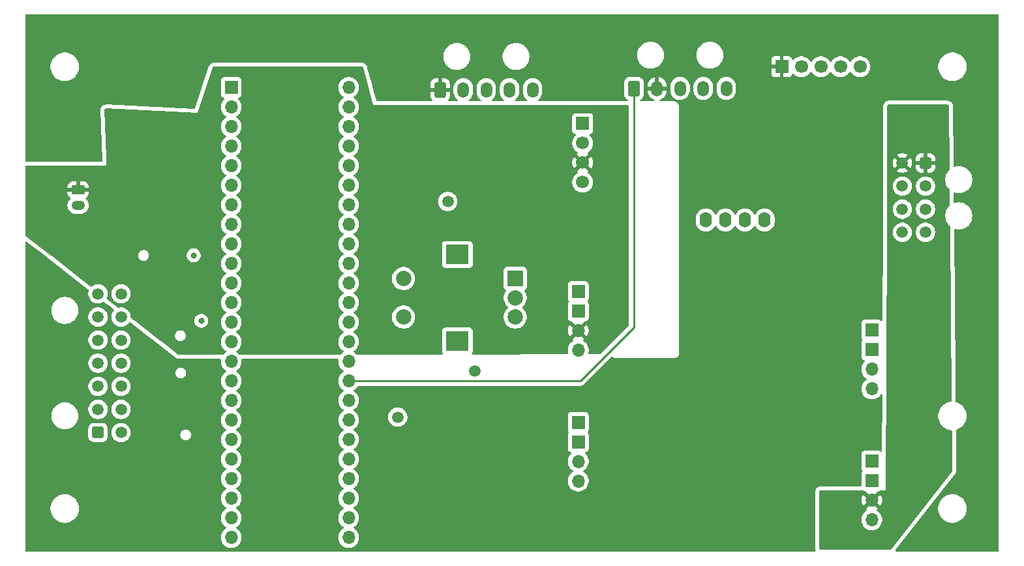
<source format=gbr>
%TF.GenerationSoftware,KiCad,Pcbnew,9.0.1*%
%TF.CreationDate,2025-06-05T12:40:08-07:00*%
%TF.ProjectId,chop_microcontroller_board,63686f70-5f6d-4696-9372-6f636f6e7472,rev?*%
%TF.SameCoordinates,Original*%
%TF.FileFunction,Copper,L3,Inr*%
%TF.FilePolarity,Positive*%
%FSLAX46Y46*%
G04 Gerber Fmt 4.6, Leading zero omitted, Abs format (unit mm)*
G04 Created by KiCad (PCBNEW 9.0.1) date 2025-06-05 12:40:08*
%MOMM*%
%LPD*%
G01*
G04 APERTURE LIST*
G04 Aperture macros list*
%AMRoundRect*
0 Rectangle with rounded corners*
0 $1 Rounding radius*
0 $2 $3 $4 $5 $6 $7 $8 $9 X,Y pos of 4 corners*
0 Add a 4 corners polygon primitive as box body*
4,1,4,$2,$3,$4,$5,$6,$7,$8,$9,$2,$3,0*
0 Add four circle primitives for the rounded corners*
1,1,$1+$1,$2,$3*
1,1,$1+$1,$4,$5*
1,1,$1+$1,$6,$7*
1,1,$1+$1,$8,$9*
0 Add four rect primitives between the rounded corners*
20,1,$1+$1,$2,$3,$4,$5,0*
20,1,$1+$1,$4,$5,$6,$7,0*
20,1,$1+$1,$6,$7,$8,$9,0*
20,1,$1+$1,$8,$9,$2,$3,0*%
G04 Aperture macros list end*
%TA.AperFunction,ComponentPad*%
%ADD10R,1.700000X1.700000*%
%TD*%
%TA.AperFunction,ComponentPad*%
%ADD11O,1.700000X1.700000*%
%TD*%
%TA.AperFunction,ComponentPad*%
%ADD12RoundRect,0.250001X-0.499999X-0.759999X0.499999X-0.759999X0.499999X0.759999X-0.499999X0.759999X0*%
%TD*%
%TA.AperFunction,ComponentPad*%
%ADD13O,1.500000X2.020000*%
%TD*%
%TA.AperFunction,ComponentPad*%
%ADD14RoundRect,0.250000X-0.625000X0.350000X-0.625000X-0.350000X0.625000X-0.350000X0.625000X0.350000X0*%
%TD*%
%TA.AperFunction,ComponentPad*%
%ADD15O,1.750000X1.200000*%
%TD*%
%TA.AperFunction,ComponentPad*%
%ADD16C,1.700000*%
%TD*%
%TA.AperFunction,ComponentPad*%
%ADD17RoundRect,0.250001X-0.499999X0.499999X-0.499999X-0.499999X0.499999X-0.499999X0.499999X0.499999X0*%
%TD*%
%TA.AperFunction,ComponentPad*%
%ADD18C,1.500000*%
%TD*%
%TA.AperFunction,ComponentPad*%
%ADD19RoundRect,0.250001X0.499999X-0.499999X0.499999X0.499999X-0.499999X0.499999X-0.499999X-0.499999X0*%
%TD*%
%TA.AperFunction,ComponentPad*%
%ADD20R,2.000000X2.000000*%
%TD*%
%TA.AperFunction,ComponentPad*%
%ADD21C,2.000000*%
%TD*%
%TA.AperFunction,ComponentPad*%
%ADD22R,3.000000X2.500000*%
%TD*%
%TA.AperFunction,ComponentPad*%
%ADD23O,1.600000X2.000000*%
%TD*%
%TA.AperFunction,ViaPad*%
%ADD24C,0.800000*%
%TD*%
%TA.AperFunction,ViaPad*%
%ADD25C,1.500000*%
%TD*%
%TA.AperFunction,Conductor*%
%ADD26C,0.250000*%
%TD*%
G04 APERTURE END LIST*
D10*
%TO.N,GNDREF*%
%TO.C,U3*%
X159430000Y-106670000D03*
X159430000Y-109210000D03*
D11*
%TO.N,+8.4V*%
X159430000Y-111750000D03*
%TO.N,unconnected-(U3-Vin-Pad4)*%
X159430000Y-114290000D03*
D10*
%TO.N,GNDREF*%
X197530000Y-111710000D03*
X197530000Y-114250000D03*
D11*
%TO.N,+12V*%
X197530000Y-116790000D03*
%TO.N,unconnected-(U3-Vout-Pad8)*%
X197530000Y-119330000D03*
%TD*%
D12*
%TO.N,+5V*%
%TO.C,J7*%
X141500000Y-80500000D03*
D13*
%TO.N,/SDA*%
X144500000Y-80500000D03*
%TO.N,/SCL*%
X147500000Y-80500000D03*
%TO.N,GNDREF*%
X150500000Y-80500000D03*
%TO.N,/PUMP_PWM_IN*%
X153500000Y-80500000D03*
%TD*%
D14*
%TO.N,+8.4V*%
%TO.C,J14*%
X94500000Y-93500000D03*
D15*
%TO.N,GNDREF*%
X94500000Y-95500000D03*
%TD*%
D12*
%TO.N,/ANALOG_FLOW*%
%TO.C,J6*%
X166650000Y-80320000D03*
D13*
%TO.N,+5V*%
X169650000Y-80320000D03*
%TO.N,GNDREF*%
X172650000Y-80320000D03*
%TO.N,/SDA*%
X175650000Y-80320000D03*
%TO.N,/SCL*%
X178650000Y-80320000D03*
%TD*%
D10*
%TO.N,GNDREF*%
%TO.C,U2*%
X159430000Y-123670000D03*
X159430000Y-126210000D03*
D11*
%TO.N,+12V*%
X159430000Y-128750000D03*
%TO.N,unconnected-(U2-Vin-Pad4)*%
X159430000Y-131290000D03*
D10*
%TO.N,GNDREF*%
X197530000Y-128710000D03*
X197530000Y-131250000D03*
D11*
%TO.N,+24V*%
X197530000Y-133790000D03*
%TO.N,unconnected-(U2-Vout-Pad8)*%
X197530000Y-136330000D03*
%TD*%
D10*
%TO.N,+5V*%
%TO.C,U4*%
X160000000Y-84880000D03*
D16*
%TO.N,GNDREF*%
X160000000Y-87420000D03*
%TO.N,+8.4V*%
X160000000Y-89960000D03*
%TO.N,unconnected-(U4-SHDN-Pad4)*%
X160000000Y-92500000D03*
%TD*%
D17*
%TO.N,+24V*%
%TO.C,J12*%
X204500000Y-90000000D03*
D18*
%TO.N,+12V*%
X204500000Y-93000000D03*
%TO.N,+3.3V*%
X204500000Y-96000000D03*
%TO.N,GNDREF*%
X204500000Y-99000000D03*
%TO.N,+24V*%
X201500000Y-90000000D03*
%TO.N,+12V*%
X201500000Y-93000000D03*
%TO.N,+3.3V*%
X201500000Y-96000000D03*
%TO.N,GNDREF*%
X201500000Y-99000000D03*
%TD*%
D10*
%TO.N,GNDREF*%
%TO.C,U1*%
X114380000Y-80200000D03*
D11*
%TO.N,/HL1_PWM_IN*%
X114380000Y-82740000D03*
%TO.N,/MISO_1*%
X114380000Y-85280000D03*
%TO.N,/HL2_PWM_IN*%
X114380000Y-87820000D03*
%TO.N,/HL3_PWM_IN*%
X114380000Y-90360000D03*
%TO.N,/HL4_PWM_IN*%
X114380000Y-92900000D03*
%TO.N,unconnected-(U1-5_IN2-Pad7)*%
X114380000Y-95440000D03*
%TO.N,unconnected-(U1-6_OUT1D-Pad8)*%
X114380000Y-97980000D03*
%TO.N,unconnected-(U1-7_RX2_OUT1A-Pad9)*%
X114380000Y-100520000D03*
%TO.N,unconnected-(U1-8_TX2_IN1-Pad10)*%
X114380000Y-103060000D03*
%TO.N,unconnected-(U1-9_OUT1C-Pad11)*%
X114380000Y-105600000D03*
%TO.N,unconnected-(U1-10_CS_MQSR-Pad12)*%
X114380000Y-108140000D03*
%TO.N,unconnected-(U1-11_MOSI_CTX1-Pad13)*%
X114380000Y-110680000D03*
%TO.N,unconnected-(U1-12_MISO_MQSL-Pad14)*%
X114380000Y-113220000D03*
%TO.N,unconnected-(U1-3V3-Pad15)*%
X114380000Y-115760000D03*
%TO.N,Net-(U1-24_A10_TX6_SCL2)*%
X114380000Y-118300000D03*
%TO.N,unconnected-(U1-25_A11_RX6_SDA2-Pad17)*%
X114380000Y-120840000D03*
%TO.N,/MOSI_1*%
X114380000Y-123380000D03*
%TO.N,/SCK_1*%
X114380000Y-125920000D03*
%TO.N,/HL1_CS*%
X114380000Y-128460000D03*
%TO.N,/HL2_CS*%
X114380000Y-131000000D03*
%TO.N,/HL3_CS*%
X114380000Y-133540000D03*
%TO.N,/HL4_CS*%
X114380000Y-136080000D03*
%TO.N,/SAFETY_CS*%
X114380000Y-138620000D03*
%TO.N,unconnected-(U1-33_MCLK2-Pad25)*%
X129620000Y-138620000D03*
%TO.N,unconnected-(U1-34_RX8-Pad26)*%
X129620000Y-136080000D03*
%TO.N,unconnected-(U1-35_TX8-Pad27)*%
X129620000Y-133540000D03*
%TO.N,unconnected-(U1-36_CS-Pad28)*%
X129620000Y-131000000D03*
%TO.N,unconnected-(U1-37_CS-Pad29)*%
X129620000Y-128460000D03*
%TO.N,unconnected-(U1-38_CS1_IN1-Pad30)*%
X129620000Y-125920000D03*
%TO.N,unconnected-(U1-39_MISO1_OUT1A-Pad31)*%
X129620000Y-123380000D03*
%TO.N,unconnected-(U1-40_A16-Pad32)*%
X129620000Y-120840000D03*
%TO.N,/ANALOG_FLOW*%
X129620000Y-118300000D03*
%TO.N,GNDREF*%
X129620000Y-115760000D03*
%TO.N,ENC_B*%
X129620000Y-113220000D03*
%TO.N,ENC_A*%
X129620000Y-110680000D03*
%TO.N,ENC_SW*%
X129620000Y-108140000D03*
%TO.N,unconnected-(U1-16_A2_RX4_SCL1-Pad38)*%
X129620000Y-105600000D03*
%TO.N,unconnected-(U1-17_A3_TX4_SDA1-Pad39)*%
X129620000Y-103060000D03*
%TO.N,/SDA*%
X129620000Y-100520000D03*
%TO.N,/SCL*%
X129620000Y-97980000D03*
%TO.N,unconnected-(U1-20_A6_TX5_LRCLK1-Pad42)*%
X129620000Y-95440000D03*
%TO.N,unconnected-(U1-21_A7_RX5_BCLK1-Pad43)*%
X129620000Y-92900000D03*
%TO.N,/PUMP_PWM_IN*%
X129620000Y-90360000D03*
%TO.N,unconnected-(U1-23_A9_CRX1_MCLK1-Pad45)*%
X129620000Y-87820000D03*
%TO.N,+3.3V*%
X129620000Y-85280000D03*
%TO.N,GNDREF*%
X129620000Y-82740000D03*
%TO.N,+5V*%
X129620000Y-80200000D03*
%TD*%
D19*
%TO.N,/SAFETY_CS*%
%TO.C,J11*%
X97085000Y-125000000D03*
D18*
%TO.N,/HL4_CS*%
X97085000Y-122000000D03*
%TO.N,/HL3_PWM_IN*%
X97085000Y-119000000D03*
%TO.N,/HL2_CS*%
X97085000Y-116000000D03*
%TO.N,/HL1_PWM_IN*%
X97085000Y-113000000D03*
%TO.N,/MOSI_1*%
X97085000Y-110000000D03*
%TO.N,/MISO_1*%
X97085000Y-107000000D03*
%TO.N,unconnected-(J11-Pin_8-Pad8)*%
X100085000Y-125000000D03*
%TO.N,unconnected-(J11-Pin_9-Pad9)*%
X100085000Y-122000000D03*
%TO.N,/HL4_PWM_IN*%
X100085000Y-119000000D03*
%TO.N,/HL3_CS*%
X100085000Y-116000000D03*
%TO.N,/HL2_PWM_IN*%
X100085000Y-113000000D03*
%TO.N,/HL1_CS*%
X100085000Y-110000000D03*
%TO.N,/SCK_1*%
X100085000Y-107000000D03*
%TD*%
D20*
%TO.N,ENC_A*%
%TO.C,J3*%
X151250000Y-105000000D03*
D21*
%TO.N,ENC_B*%
X151250000Y-110000000D03*
%TO.N,GNDREF*%
X151250000Y-107500000D03*
D22*
%TO.N,N/C*%
X143750000Y-113100000D03*
X143750000Y-101900000D03*
D21*
%TO.N,ENC_SW*%
X136750000Y-105000000D03*
%TO.N,GNDREF*%
X136750000Y-110000000D03*
%TD*%
D10*
%TO.N,+5V*%
%TO.C,J8*%
X185840000Y-77500000D03*
D16*
%TO.N,GNDREF*%
X188380000Y-77500000D03*
%TO.N,/SCL*%
X190920000Y-77500000D03*
%TO.N,/SDA*%
X193460000Y-77500000D03*
%TO.N,unconnected-(J8-Pin_5-Pad5)*%
X196000000Y-77500000D03*
%TD*%
D23*
%TO.N,GNDREF*%
%TO.C,J2*%
X183620000Y-97400000D03*
%TO.N,+3.3V*%
X181080000Y-97400000D03*
%TO.N,/SDA*%
X178540000Y-97400000D03*
%TO.N,/SCL*%
X176000000Y-97400000D03*
%TD*%
D24*
%TO.N,GNDREF*%
X110500000Y-110500000D03*
D25*
X136000000Y-123000000D03*
D24*
X109500000Y-102000000D03*
D25*
%TO.N,+3.3V*%
X146000000Y-117000000D03*
X142500000Y-95000000D03*
D24*
%TO.N,+8.4V*%
X134000000Y-113500000D03*
%TD*%
D26*
%TO.N,/ANALOG_FLOW*%
X166650000Y-111350000D02*
X166650000Y-80320000D01*
X129620000Y-118300000D02*
X159700000Y-118300000D01*
X159700000Y-118300000D02*
X166650000Y-111350000D01*
%TD*%
%TA.AperFunction,Conductor*%
%TO.N,+5V*%
G36*
X213953939Y-70694185D02*
G01*
X213999694Y-70746989D01*
X214010900Y-70798500D01*
X214010900Y-140329500D01*
X213991215Y-140396539D01*
X213938411Y-140442294D01*
X213886900Y-140453500D01*
X200736049Y-140453500D01*
X200669010Y-140433815D01*
X200623255Y-140381011D01*
X200613311Y-140311853D01*
X200638299Y-140253205D01*
X204938635Y-134743711D01*
X206149500Y-134743711D01*
X206149500Y-134986288D01*
X206181161Y-135226785D01*
X206243947Y-135461104D01*
X206285568Y-135561585D01*
X206336776Y-135685212D01*
X206458064Y-135895289D01*
X206458066Y-135895292D01*
X206458067Y-135895293D01*
X206605733Y-136087736D01*
X206605739Y-136087743D01*
X206777256Y-136259260D01*
X206777262Y-136259265D01*
X206969711Y-136406936D01*
X207179788Y-136528224D01*
X207403900Y-136621054D01*
X207638211Y-136683838D01*
X207818586Y-136707584D01*
X207878711Y-136715500D01*
X207878712Y-136715500D01*
X208121289Y-136715500D01*
X208169388Y-136709167D01*
X208361789Y-136683838D01*
X208596100Y-136621054D01*
X208820212Y-136528224D01*
X209030289Y-136406936D01*
X209222738Y-136259265D01*
X209394265Y-136087738D01*
X209541936Y-135895289D01*
X209663224Y-135685212D01*
X209756054Y-135461100D01*
X209818838Y-135226789D01*
X209850500Y-134986288D01*
X209850500Y-134743712D01*
X209818838Y-134503211D01*
X209756054Y-134268900D01*
X209663224Y-134044788D01*
X209541936Y-133834711D01*
X209481018Y-133755321D01*
X209394266Y-133642263D01*
X209394260Y-133642256D01*
X209222743Y-133470739D01*
X209222736Y-133470733D01*
X209030293Y-133323067D01*
X209030292Y-133323066D01*
X209030289Y-133323064D01*
X208820212Y-133201776D01*
X208820205Y-133201773D01*
X208596104Y-133108947D01*
X208361785Y-133046161D01*
X208121289Y-133014500D01*
X208121288Y-133014500D01*
X207878712Y-133014500D01*
X207878711Y-133014500D01*
X207638214Y-133046161D01*
X207403895Y-133108947D01*
X207179794Y-133201773D01*
X207179785Y-133201777D01*
X206969706Y-133323067D01*
X206777263Y-133470733D01*
X206777256Y-133470739D01*
X206605739Y-133642256D01*
X206605733Y-133642263D01*
X206458067Y-133834706D01*
X206458064Y-133834710D01*
X206458064Y-133834711D01*
X206441817Y-133862851D01*
X206336777Y-134044785D01*
X206336773Y-134044794D01*
X206243947Y-134268895D01*
X206181161Y-134503214D01*
X206149500Y-134743711D01*
X204938635Y-134743711D01*
X208371826Y-130345184D01*
X208387030Y-130324656D01*
X208394232Y-130314400D01*
X208398906Y-130307371D01*
X208408382Y-130293126D01*
X208408383Y-130293122D01*
X208408388Y-130293116D01*
X208466905Y-130161673D01*
X208485948Y-130094449D01*
X208505063Y-129951846D01*
X208503626Y-129801447D01*
X208480856Y-127417544D01*
X208455880Y-124802672D01*
X208450786Y-124740346D01*
X208464944Y-124671931D01*
X208513845Y-124622026D01*
X208542277Y-124610475D01*
X208596100Y-124596054D01*
X208820212Y-124503224D01*
X209030289Y-124381936D01*
X209222738Y-124234265D01*
X209394265Y-124062738D01*
X209541936Y-123870289D01*
X209663224Y-123660212D01*
X209756054Y-123436100D01*
X209818838Y-123201789D01*
X209850500Y-122961288D01*
X209850500Y-122718712D01*
X209849684Y-122712517D01*
X209831932Y-122577671D01*
X209818838Y-122478211D01*
X209756054Y-122243900D01*
X209663224Y-122019788D01*
X209541936Y-121809711D01*
X209394265Y-121617262D01*
X209394260Y-121617256D01*
X209222743Y-121445739D01*
X209222736Y-121445733D01*
X209030293Y-121298067D01*
X209030292Y-121298066D01*
X209030289Y-121298064D01*
X208835066Y-121185352D01*
X208820214Y-121176777D01*
X208820205Y-121176773D01*
X208596104Y-121083947D01*
X208502120Y-121058764D01*
X208442460Y-121022398D01*
X208411931Y-120959551D01*
X208411313Y-120922521D01*
X208418320Y-120870248D01*
X208415010Y-120523760D01*
X208388110Y-117707441D01*
X208206277Y-98670582D01*
X208225320Y-98603362D01*
X208277685Y-98557105D01*
X208346745Y-98546501D01*
X208362355Y-98549625D01*
X208477762Y-98580548D01*
X208705266Y-98610500D01*
X208705273Y-98610500D01*
X208934727Y-98610500D01*
X208934734Y-98610500D01*
X209162238Y-98580548D01*
X209383887Y-98521158D01*
X209595888Y-98433344D01*
X209794612Y-98318611D01*
X209976661Y-98178919D01*
X209976665Y-98178914D01*
X209976670Y-98178911D01*
X210138911Y-98016670D01*
X210138914Y-98016665D01*
X210138919Y-98016661D01*
X210278611Y-97834612D01*
X210393344Y-97635888D01*
X210481158Y-97423887D01*
X210540548Y-97202238D01*
X210570500Y-96974734D01*
X210570500Y-96745266D01*
X210540548Y-96517762D01*
X210481158Y-96296113D01*
X210431190Y-96175480D01*
X210393349Y-96084123D01*
X210393346Y-96084117D01*
X210393344Y-96084112D01*
X210278611Y-95885388D01*
X210278608Y-95885385D01*
X210278607Y-95885382D01*
X210138918Y-95703338D01*
X210138911Y-95703330D01*
X209976670Y-95541089D01*
X209976661Y-95541081D01*
X209794617Y-95401392D01*
X209595890Y-95286657D01*
X209595876Y-95286650D01*
X209383887Y-95198842D01*
X209312111Y-95179610D01*
X209162238Y-95139452D01*
X209124215Y-95134446D01*
X208934741Y-95109500D01*
X208934734Y-95109500D01*
X208705266Y-95109500D01*
X208705258Y-95109500D01*
X208488715Y-95138009D01*
X208477762Y-95139452D01*
X208327889Y-95179610D01*
X208258039Y-95177947D01*
X208200177Y-95138784D01*
X208172673Y-95074555D01*
X208171802Y-95061028D01*
X208161272Y-93958526D01*
X208180315Y-93891303D01*
X208232680Y-93845046D01*
X208301740Y-93834442D01*
X208317349Y-93837566D01*
X208477762Y-93880548D01*
X208705266Y-93910500D01*
X208705273Y-93910500D01*
X208934727Y-93910500D01*
X208934734Y-93910500D01*
X209162238Y-93880548D01*
X209383887Y-93821158D01*
X209595888Y-93733344D01*
X209794612Y-93618611D01*
X209976661Y-93478919D01*
X209976665Y-93478914D01*
X209976670Y-93478911D01*
X210138911Y-93316670D01*
X210138914Y-93316665D01*
X210138919Y-93316661D01*
X210278611Y-93134612D01*
X210393344Y-92935888D01*
X210481158Y-92723887D01*
X210540548Y-92502238D01*
X210570500Y-92274734D01*
X210570500Y-92045266D01*
X210540548Y-91817762D01*
X210481158Y-91596113D01*
X210393344Y-91384112D01*
X210278611Y-91185388D01*
X210278608Y-91185385D01*
X210278607Y-91185382D01*
X210138918Y-91003338D01*
X210138911Y-91003330D01*
X209976670Y-90841089D01*
X209976661Y-90841081D01*
X209794617Y-90701392D01*
X209595890Y-90586657D01*
X209595876Y-90586650D01*
X209383887Y-90498842D01*
X209356889Y-90491608D01*
X209162238Y-90439452D01*
X209124215Y-90434446D01*
X208934741Y-90409500D01*
X208934734Y-90409500D01*
X208705266Y-90409500D01*
X208705258Y-90409500D01*
X208488715Y-90438009D01*
X208477762Y-90439452D01*
X208283111Y-90491608D01*
X208213261Y-90489945D01*
X208155399Y-90450782D01*
X208127895Y-90386553D01*
X208127024Y-90373017D01*
X208052238Y-82542988D01*
X208040190Y-82438006D01*
X208032685Y-82404284D01*
X208028993Y-82387690D01*
X208028991Y-82387685D01*
X208028990Y-82387679D01*
X207995380Y-82287496D01*
X207988856Y-82277345D01*
X207917596Y-82166462D01*
X207917587Y-82166451D01*
X207871843Y-82113659D01*
X207871839Y-82113656D01*
X207871837Y-82113653D01*
X207763103Y-82019433D01*
X207763100Y-82019431D01*
X207763098Y-82019430D01*
X207632232Y-81959664D01*
X207632227Y-81959662D01*
X207632226Y-81959662D01*
X207565187Y-81939977D01*
X207565189Y-81939977D01*
X207565184Y-81939976D01*
X207501702Y-81930849D01*
X207422767Y-81919500D01*
X199669119Y-81919500D01*
X199669109Y-81919500D01*
X199562602Y-81930849D01*
X199511513Y-81941862D01*
X199409784Y-81975400D01*
X199409783Y-81975400D01*
X199288448Y-82052731D01*
X199235479Y-82098280D01*
X199235468Y-82098291D01*
X199140840Y-82206667D01*
X199140839Y-82206668D01*
X199080583Y-82337300D01*
X199080579Y-82337308D01*
X199060640Y-82404276D01*
X199060638Y-82404284D01*
X199039624Y-82546612D01*
X199039624Y-82546615D01*
X199011776Y-89899702D01*
X199011397Y-89999790D01*
X199000414Y-92899663D01*
X199000256Y-92941361D01*
X198988894Y-95941361D01*
X198977690Y-98899663D01*
X198977532Y-98941361D01*
X198934125Y-110402361D01*
X198914187Y-110469325D01*
X198861210Y-110514880D01*
X198792014Y-110524561D01*
X198735815Y-110501158D01*
X198693291Y-110469325D01*
X198622331Y-110416204D01*
X198622329Y-110416203D01*
X198622328Y-110416202D01*
X198487482Y-110365908D01*
X198487483Y-110365908D01*
X198427883Y-110359501D01*
X198427881Y-110359500D01*
X198427873Y-110359500D01*
X198427864Y-110359500D01*
X196632129Y-110359500D01*
X196632123Y-110359501D01*
X196572516Y-110365908D01*
X196437671Y-110416202D01*
X196437664Y-110416206D01*
X196322455Y-110502452D01*
X196322452Y-110502455D01*
X196236206Y-110617664D01*
X196236202Y-110617671D01*
X196185908Y-110752517D01*
X196179501Y-110812116D01*
X196179500Y-110812135D01*
X196179500Y-112607870D01*
X196179501Y-112607876D01*
X196185908Y-112667483D01*
X196236202Y-112802328D01*
X196236203Y-112802330D01*
X196313578Y-112905689D01*
X196337995Y-112971153D01*
X196323144Y-113039426D01*
X196313578Y-113054311D01*
X196236203Y-113157669D01*
X196236202Y-113157671D01*
X196185908Y-113292517D01*
X196179501Y-113352116D01*
X196179500Y-113352135D01*
X196179500Y-115147870D01*
X196179501Y-115147876D01*
X196185908Y-115207483D01*
X196236202Y-115342328D01*
X196236206Y-115342335D01*
X196322452Y-115457544D01*
X196322455Y-115457547D01*
X196437664Y-115543793D01*
X196437671Y-115543797D01*
X196569082Y-115592810D01*
X196625016Y-115634681D01*
X196649433Y-115700145D01*
X196634582Y-115768418D01*
X196613431Y-115796673D01*
X196499889Y-115910215D01*
X196374951Y-116082179D01*
X196278444Y-116271585D01*
X196212753Y-116473760D01*
X196194767Y-116587320D01*
X196179500Y-116683713D01*
X196179500Y-116896287D01*
X196182472Y-116915050D01*
X196204887Y-117056577D01*
X196212754Y-117106243D01*
X196265928Y-117269896D01*
X196278444Y-117308414D01*
X196374951Y-117497820D01*
X196499890Y-117669786D01*
X196650213Y-117820109D01*
X196822182Y-117945050D01*
X196830946Y-117949516D01*
X196881742Y-117997491D01*
X196898536Y-118065312D01*
X196875998Y-118131447D01*
X196830946Y-118170484D01*
X196822182Y-118174949D01*
X196650213Y-118299890D01*
X196499890Y-118450213D01*
X196374951Y-118622179D01*
X196278444Y-118811585D01*
X196278443Y-118811587D01*
X196278443Y-118811588D01*
X196264562Y-118854309D01*
X196212753Y-119013760D01*
X196199345Y-119098417D01*
X196179500Y-119223713D01*
X196179500Y-119436287D01*
X196186428Y-119480029D01*
X196201519Y-119575312D01*
X196212754Y-119646243D01*
X196267472Y-119814648D01*
X196278444Y-119848414D01*
X196374951Y-120037820D01*
X196499890Y-120209786D01*
X196650213Y-120360109D01*
X196822179Y-120485048D01*
X196822181Y-120485049D01*
X196822184Y-120485051D01*
X197011588Y-120581557D01*
X197213757Y-120647246D01*
X197423713Y-120680500D01*
X197423714Y-120680500D01*
X197636286Y-120680500D01*
X197636287Y-120680500D01*
X197846243Y-120647246D01*
X198048412Y-120581557D01*
X198237816Y-120485051D01*
X198259789Y-120469086D01*
X198409786Y-120360109D01*
X198409788Y-120360106D01*
X198409792Y-120360104D01*
X198560104Y-120209792D01*
X198672974Y-120054437D01*
X198728303Y-120011773D01*
X198797916Y-120005794D01*
X198859712Y-120038399D01*
X198894069Y-120099238D01*
X198897291Y-120127794D01*
X198869922Y-127354299D01*
X198849984Y-127421263D01*
X198797007Y-127466818D01*
X198727811Y-127476499D01*
X198671612Y-127453096D01*
X198622330Y-127416203D01*
X198622328Y-127416202D01*
X198487482Y-127365908D01*
X198487483Y-127365908D01*
X198427883Y-127359501D01*
X198427881Y-127359500D01*
X198427873Y-127359500D01*
X198427864Y-127359500D01*
X196632129Y-127359500D01*
X196632123Y-127359501D01*
X196572516Y-127365908D01*
X196437671Y-127416202D01*
X196437664Y-127416206D01*
X196322455Y-127502452D01*
X196322452Y-127502455D01*
X196236206Y-127617664D01*
X196236202Y-127617671D01*
X196185908Y-127752517D01*
X196179501Y-127812116D01*
X196179500Y-127812135D01*
X196179500Y-129607870D01*
X196179501Y-129607876D01*
X196185908Y-129667483D01*
X196236202Y-129802328D01*
X196236203Y-129802330D01*
X196236204Y-129802331D01*
X196313099Y-129905050D01*
X196313578Y-129905689D01*
X196337995Y-129971153D01*
X196323144Y-130039426D01*
X196313578Y-130054311D01*
X196236203Y-130157669D01*
X196236202Y-130157671D01*
X196185908Y-130292517D01*
X196179501Y-130352116D01*
X196179500Y-130352135D01*
X196179501Y-131870500D01*
X196159816Y-131937539D01*
X196107013Y-131983294D01*
X196055501Y-131994500D01*
X190832088Y-131994500D01*
X190832079Y-131994500D01*
X190832078Y-131994501D01*
X190724637Y-132006052D01*
X190724625Y-132006054D01*
X190673115Y-132017260D01*
X190570590Y-132051383D01*
X190570584Y-132051386D01*
X190449550Y-132129171D01*
X190449539Y-132129179D01*
X190396747Y-132174923D01*
X190302521Y-132283664D01*
X190302518Y-132283668D01*
X190242752Y-132414534D01*
X190242750Y-132414541D01*
X190223065Y-132481580D01*
X190223064Y-132481584D01*
X190202588Y-132624000D01*
X190202588Y-136263499D01*
X190202588Y-140051000D01*
X190202589Y-140051009D01*
X190214140Y-140158450D01*
X190214142Y-140158462D01*
X190225346Y-140209963D01*
X190252098Y-140290341D01*
X190254591Y-140360167D01*
X190218938Y-140420255D01*
X190156459Y-140451530D01*
X190134443Y-140453500D01*
X87779900Y-140453500D01*
X87712861Y-140433815D01*
X87667106Y-140381011D01*
X87655900Y-140329500D01*
X87655900Y-134743711D01*
X90918900Y-134743711D01*
X90918900Y-134986288D01*
X90950561Y-135226785D01*
X91013347Y-135461104D01*
X91054968Y-135561585D01*
X91106176Y-135685212D01*
X91227464Y-135895289D01*
X91227466Y-135895292D01*
X91227467Y-135895293D01*
X91375133Y-136087736D01*
X91375139Y-136087743D01*
X91546656Y-136259260D01*
X91546662Y-136259265D01*
X91739111Y-136406936D01*
X91949188Y-136528224D01*
X92173300Y-136621054D01*
X92407611Y-136683838D01*
X92587986Y-136707584D01*
X92648111Y-136715500D01*
X92648112Y-136715500D01*
X92890689Y-136715500D01*
X92938788Y-136709167D01*
X93131189Y-136683838D01*
X93365500Y-136621054D01*
X93589612Y-136528224D01*
X93799689Y-136406936D01*
X93992138Y-136259265D01*
X94163665Y-136087738D01*
X94311336Y-135895289D01*
X94432624Y-135685212D01*
X94525454Y-135461100D01*
X94588238Y-135226789D01*
X94619900Y-134986288D01*
X94619900Y-134743712D01*
X94588238Y-134503211D01*
X94525454Y-134268900D01*
X94432624Y-134044788D01*
X94311336Y-133834711D01*
X94250418Y-133755321D01*
X94163666Y-133642263D01*
X94163660Y-133642256D01*
X93992143Y-133470739D01*
X93992136Y-133470733D01*
X93799693Y-133323067D01*
X93799692Y-133323066D01*
X93799689Y-133323064D01*
X93589612Y-133201776D01*
X93589605Y-133201773D01*
X93365504Y-133108947D01*
X93131185Y-133046161D01*
X92890689Y-133014500D01*
X92890688Y-133014500D01*
X92648112Y-133014500D01*
X92648111Y-133014500D01*
X92407614Y-133046161D01*
X92173295Y-133108947D01*
X91949194Y-133201773D01*
X91949185Y-133201777D01*
X91739106Y-133323067D01*
X91546663Y-133470733D01*
X91546656Y-133470739D01*
X91375139Y-133642256D01*
X91375133Y-133642263D01*
X91227467Y-133834706D01*
X91227464Y-133834710D01*
X91227464Y-133834711D01*
X91211217Y-133862851D01*
X91106177Y-134044785D01*
X91106173Y-134044794D01*
X91013347Y-134268895D01*
X90950561Y-134503214D01*
X90918900Y-134743711D01*
X87655900Y-134743711D01*
X87655900Y-122725258D01*
X91014500Y-122725258D01*
X91014500Y-122954741D01*
X91033417Y-123098422D01*
X91044452Y-123182238D01*
X91074084Y-123292826D01*
X91103842Y-123403887D01*
X91191650Y-123615876D01*
X91191657Y-123615890D01*
X91306392Y-123814617D01*
X91446081Y-123996661D01*
X91446089Y-123996670D01*
X91608330Y-124158911D01*
X91608338Y-124158918D01*
X91608339Y-124158919D01*
X91636680Y-124180666D01*
X91790382Y-124298607D01*
X91790385Y-124298608D01*
X91790388Y-124298611D01*
X91989112Y-124413344D01*
X91989117Y-124413346D01*
X91989123Y-124413349D01*
X92077568Y-124449984D01*
X92201113Y-124501158D01*
X92422762Y-124560548D01*
X92650266Y-124590500D01*
X92650273Y-124590500D01*
X92879727Y-124590500D01*
X92879734Y-124590500D01*
X93107238Y-124560548D01*
X93328887Y-124501158D01*
X93452432Y-124449984D01*
X95834500Y-124449984D01*
X95834500Y-125550015D01*
X95845000Y-125652795D01*
X95845001Y-125652797D01*
X95872593Y-125736065D01*
X95900186Y-125819335D01*
X95900187Y-125819337D01*
X95992286Y-125968651D01*
X95992289Y-125968655D01*
X96116344Y-126092710D01*
X96116348Y-126092713D01*
X96265662Y-126184812D01*
X96265664Y-126184813D01*
X96265666Y-126184814D01*
X96432203Y-126239999D01*
X96534992Y-126250500D01*
X96534997Y-126250500D01*
X97635003Y-126250500D01*
X97635008Y-126250500D01*
X97737797Y-126239999D01*
X97904334Y-126184814D01*
X98053655Y-126092711D01*
X98177711Y-125968655D01*
X98269814Y-125819334D01*
X98324999Y-125652797D01*
X98335500Y-125550008D01*
X98335500Y-124901577D01*
X98834500Y-124901577D01*
X98834500Y-125098422D01*
X98865290Y-125292826D01*
X98926117Y-125480029D01*
X99005998Y-125636804D01*
X99015476Y-125655405D01*
X99131172Y-125814646D01*
X99270354Y-125953828D01*
X99429595Y-126069524D01*
X99512455Y-126111743D01*
X99604970Y-126158882D01*
X99604972Y-126158882D01*
X99604975Y-126158884D01*
X99684773Y-126184812D01*
X99792173Y-126219709D01*
X99986578Y-126250500D01*
X99986583Y-126250500D01*
X100183422Y-126250500D01*
X100377826Y-126219709D01*
X100565025Y-126158884D01*
X100740405Y-126069524D01*
X100899646Y-125953828D01*
X101038828Y-125814646D01*
X101154524Y-125655405D01*
X101243884Y-125480025D01*
X101278335Y-125373995D01*
X107770199Y-125373995D01*
X107797118Y-125509322D01*
X107797121Y-125509332D01*
X107849921Y-125636804D01*
X107849928Y-125636817D01*
X107926585Y-125751541D01*
X107926588Y-125751545D01*
X108024154Y-125849111D01*
X108024158Y-125849114D01*
X108138882Y-125925771D01*
X108138895Y-125925778D01*
X108266367Y-125978578D01*
X108266372Y-125978580D01*
X108266376Y-125978580D01*
X108266377Y-125978581D01*
X108401704Y-126005500D01*
X108401707Y-126005500D01*
X108539695Y-126005500D01*
X108630741Y-125987389D01*
X108675028Y-125978580D01*
X108802511Y-125925775D01*
X108917242Y-125849114D01*
X109014814Y-125751542D01*
X109091475Y-125636811D01*
X109144280Y-125509328D01*
X109171200Y-125373993D01*
X109171200Y-125236007D01*
X109171200Y-125236004D01*
X109144281Y-125100677D01*
X109144280Y-125100676D01*
X109144280Y-125100672D01*
X109108509Y-125014312D01*
X109091478Y-124973195D01*
X109091471Y-124973182D01*
X109014814Y-124858458D01*
X109014811Y-124858454D01*
X108917245Y-124760888D01*
X108917241Y-124760885D01*
X108802517Y-124684228D01*
X108802504Y-124684221D01*
X108675032Y-124631421D01*
X108675022Y-124631418D01*
X108539695Y-124604500D01*
X108539693Y-124604500D01*
X108401707Y-124604500D01*
X108401705Y-124604500D01*
X108266377Y-124631418D01*
X108266367Y-124631421D01*
X108138895Y-124684221D01*
X108138882Y-124684228D01*
X108024158Y-124760885D01*
X108024154Y-124760888D01*
X107926588Y-124858454D01*
X107926585Y-124858458D01*
X107849928Y-124973182D01*
X107849921Y-124973195D01*
X107797121Y-125100667D01*
X107797118Y-125100677D01*
X107770200Y-125236004D01*
X107770200Y-125236007D01*
X107770200Y-125373993D01*
X107770200Y-125373995D01*
X107770199Y-125373995D01*
X101278335Y-125373995D01*
X101304709Y-125292826D01*
X101317746Y-125210517D01*
X101335500Y-125098422D01*
X101335500Y-124901577D01*
X101304709Y-124707173D01*
X101250233Y-124539516D01*
X101243884Y-124519975D01*
X101243882Y-124519972D01*
X101243882Y-124519970D01*
X101155853Y-124347204D01*
X101154524Y-124344595D01*
X101038828Y-124185354D01*
X100899646Y-124046172D01*
X100740405Y-123930476D01*
X100694892Y-123907286D01*
X100565029Y-123841117D01*
X100377826Y-123780290D01*
X100183422Y-123749500D01*
X100183417Y-123749500D01*
X99986583Y-123749500D01*
X99986578Y-123749500D01*
X99792173Y-123780290D01*
X99604970Y-123841117D01*
X99429594Y-123930476D01*
X99338741Y-123996485D01*
X99270354Y-124046172D01*
X99270352Y-124046174D01*
X99270351Y-124046174D01*
X99131174Y-124185351D01*
X99131174Y-124185352D01*
X99131172Y-124185354D01*
X99095640Y-124234260D01*
X99015476Y-124344594D01*
X98926117Y-124519970D01*
X98865290Y-124707173D01*
X98834500Y-124901577D01*
X98335500Y-124901577D01*
X98335500Y-124449992D01*
X98324999Y-124347203D01*
X98269814Y-124180666D01*
X98256400Y-124158919D01*
X98177713Y-124031348D01*
X98177710Y-124031344D01*
X98053655Y-123907289D01*
X98053651Y-123907286D01*
X97904337Y-123815187D01*
X97904335Y-123815186D01*
X97799025Y-123780290D01*
X97737797Y-123760001D01*
X97737795Y-123760000D01*
X97635015Y-123749500D01*
X97635008Y-123749500D01*
X96534992Y-123749500D01*
X96534984Y-123749500D01*
X96432204Y-123760000D01*
X96432203Y-123760001D01*
X96265664Y-123815186D01*
X96265662Y-123815187D01*
X96116348Y-123907286D01*
X96116344Y-123907289D01*
X95992289Y-124031344D01*
X95992286Y-124031348D01*
X95900187Y-124180662D01*
X95900186Y-124180664D01*
X95845001Y-124347203D01*
X95845000Y-124347204D01*
X95834500Y-124449984D01*
X93452432Y-124449984D01*
X93540888Y-124413344D01*
X93739612Y-124298611D01*
X93921661Y-124158919D01*
X93921665Y-124158914D01*
X93921670Y-124158911D01*
X94083911Y-123996670D01*
X94083914Y-123996665D01*
X94083919Y-123996661D01*
X94223611Y-123814612D01*
X94338344Y-123615888D01*
X94426158Y-123403887D01*
X94485548Y-123182238D01*
X94515500Y-122954734D01*
X94515500Y-122725266D01*
X94485548Y-122497762D01*
X94426158Y-122276113D01*
X94359552Y-122115312D01*
X94338349Y-122064123D01*
X94338342Y-122064108D01*
X94277491Y-121958711D01*
X94244508Y-121901583D01*
X94244505Y-121901577D01*
X95834500Y-121901577D01*
X95834500Y-122098422D01*
X95865290Y-122292826D01*
X95926117Y-122480029D01*
X96015476Y-122655405D01*
X96131172Y-122814646D01*
X96270354Y-122953828D01*
X96429595Y-123069524D01*
X96486301Y-123098417D01*
X96604970Y-123158882D01*
X96604972Y-123158882D01*
X96604975Y-123158884D01*
X96676823Y-123182229D01*
X96792173Y-123219709D01*
X96986578Y-123250500D01*
X96986583Y-123250500D01*
X97183422Y-123250500D01*
X97377826Y-123219709D01*
X97565025Y-123158884D01*
X97740405Y-123069524D01*
X97899646Y-122953828D01*
X98038828Y-122814646D01*
X98154524Y-122655405D01*
X98243884Y-122480025D01*
X98304709Y-122292826D01*
X98315460Y-122224949D01*
X98335500Y-122098422D01*
X98335500Y-121901577D01*
X98834500Y-121901577D01*
X98834500Y-122098422D01*
X98865290Y-122292826D01*
X98926117Y-122480029D01*
X99015476Y-122655405D01*
X99131172Y-122814646D01*
X99270354Y-122953828D01*
X99429595Y-123069524D01*
X99486301Y-123098417D01*
X99604970Y-123158882D01*
X99604972Y-123158882D01*
X99604975Y-123158884D01*
X99676823Y-123182229D01*
X99792173Y-123219709D01*
X99986578Y-123250500D01*
X99986583Y-123250500D01*
X100183422Y-123250500D01*
X100377826Y-123219709D01*
X100565025Y-123158884D01*
X100740405Y-123069524D01*
X100899646Y-122953828D01*
X101038828Y-122814646D01*
X101154524Y-122655405D01*
X101243884Y-122480025D01*
X101304709Y-122292826D01*
X101315460Y-122224949D01*
X101335500Y-122098422D01*
X101335500Y-121901577D01*
X101304709Y-121707173D01*
X101243882Y-121519970D01*
X101154523Y-121344594D01*
X101120719Y-121298067D01*
X101038828Y-121185354D01*
X100899646Y-121046172D01*
X100740405Y-120930476D01*
X100724779Y-120922514D01*
X100565029Y-120841117D01*
X100377826Y-120780290D01*
X100183422Y-120749500D01*
X100183417Y-120749500D01*
X99986583Y-120749500D01*
X99986578Y-120749500D01*
X99792173Y-120780290D01*
X99604970Y-120841117D01*
X99429594Y-120930476D01*
X99338741Y-120996485D01*
X99270354Y-121046172D01*
X99270352Y-121046174D01*
X99270351Y-121046174D01*
X99131174Y-121185351D01*
X99131174Y-121185352D01*
X99131172Y-121185354D01*
X99081485Y-121253741D01*
X99015476Y-121344594D01*
X98926117Y-121519970D01*
X98865290Y-121707173D01*
X98834500Y-121901577D01*
X98335500Y-121901577D01*
X98304709Y-121707173D01*
X98243882Y-121519970D01*
X98154523Y-121344594D01*
X98120719Y-121298067D01*
X98038828Y-121185354D01*
X97899646Y-121046172D01*
X97740405Y-120930476D01*
X97724779Y-120922514D01*
X97565029Y-120841117D01*
X97377826Y-120780290D01*
X97183422Y-120749500D01*
X97183417Y-120749500D01*
X96986583Y-120749500D01*
X96986578Y-120749500D01*
X96792173Y-120780290D01*
X96604970Y-120841117D01*
X96429594Y-120930476D01*
X96338741Y-120996485D01*
X96270354Y-121046172D01*
X96270352Y-121046174D01*
X96270351Y-121046174D01*
X96131174Y-121185351D01*
X96131174Y-121185352D01*
X96131172Y-121185354D01*
X96081485Y-121253741D01*
X96015476Y-121344594D01*
X95926117Y-121519970D01*
X95865290Y-121707173D01*
X95834500Y-121901577D01*
X94244505Y-121901577D01*
X94223611Y-121865388D01*
X94223608Y-121865385D01*
X94223607Y-121865382D01*
X94122764Y-121733962D01*
X94083919Y-121683339D01*
X94083918Y-121683338D01*
X94083911Y-121683330D01*
X93921670Y-121521089D01*
X93921661Y-121521081D01*
X93739617Y-121381392D01*
X93699814Y-121358412D01*
X93595294Y-121298067D01*
X93540890Y-121266657D01*
X93540876Y-121266650D01*
X93328887Y-121178842D01*
X93244545Y-121156243D01*
X93107238Y-121119452D01*
X93069215Y-121114446D01*
X92879741Y-121089500D01*
X92879734Y-121089500D01*
X92650266Y-121089500D01*
X92650258Y-121089500D01*
X92433715Y-121118009D01*
X92422762Y-121119452D01*
X92329076Y-121144554D01*
X92201112Y-121178842D01*
X91989123Y-121266650D01*
X91989109Y-121266657D01*
X91790382Y-121381392D01*
X91608338Y-121521081D01*
X91446081Y-121683338D01*
X91306392Y-121865382D01*
X91191657Y-122064109D01*
X91191650Y-122064123D01*
X91103842Y-122276112D01*
X91077023Y-122376204D01*
X91049204Y-122480029D01*
X91044453Y-122497759D01*
X91044451Y-122497770D01*
X91014500Y-122725258D01*
X87655900Y-122725258D01*
X87655900Y-118901577D01*
X95834500Y-118901577D01*
X95834500Y-119098422D01*
X95865290Y-119292826D01*
X95926117Y-119480029D01*
X96008364Y-119641447D01*
X96015476Y-119655405D01*
X96131172Y-119814646D01*
X96270354Y-119953828D01*
X96429595Y-120069524D01*
X96512455Y-120111743D01*
X96604970Y-120158882D01*
X96604972Y-120158882D01*
X96604975Y-120158884D01*
X96705317Y-120191487D01*
X96792173Y-120219709D01*
X96986578Y-120250500D01*
X96986583Y-120250500D01*
X97183422Y-120250500D01*
X97377826Y-120219709D01*
X97408347Y-120209792D01*
X97565025Y-120158884D01*
X97740405Y-120069524D01*
X97899646Y-119953828D01*
X98038828Y-119814646D01*
X98154524Y-119655405D01*
X98243884Y-119480025D01*
X98304709Y-119292826D01*
X98335500Y-119098422D01*
X98335500Y-118901577D01*
X98834500Y-118901577D01*
X98834500Y-119098422D01*
X98865290Y-119292826D01*
X98926117Y-119480029D01*
X99008364Y-119641447D01*
X99015476Y-119655405D01*
X99131172Y-119814646D01*
X99270354Y-119953828D01*
X99429595Y-120069524D01*
X99512455Y-120111743D01*
X99604970Y-120158882D01*
X99604972Y-120158882D01*
X99604975Y-120158884D01*
X99705317Y-120191487D01*
X99792173Y-120219709D01*
X99986578Y-120250500D01*
X99986583Y-120250500D01*
X100183422Y-120250500D01*
X100377826Y-120219709D01*
X100408347Y-120209792D01*
X100565025Y-120158884D01*
X100740405Y-120069524D01*
X100899646Y-119953828D01*
X101038828Y-119814646D01*
X101154524Y-119655405D01*
X101243884Y-119480025D01*
X101304709Y-119292826D01*
X101335500Y-119098422D01*
X101335500Y-118901577D01*
X101304709Y-118707173D01*
X101275162Y-118616239D01*
X101243884Y-118519975D01*
X101243882Y-118519972D01*
X101243882Y-118519970D01*
X101154523Y-118344594D01*
X101038828Y-118185354D01*
X100899646Y-118046172D01*
X100740405Y-117930476D01*
X100565029Y-117841117D01*
X100377826Y-117780290D01*
X100183422Y-117749500D01*
X100183417Y-117749500D01*
X99986583Y-117749500D01*
X99986578Y-117749500D01*
X99792173Y-117780290D01*
X99604970Y-117841117D01*
X99429594Y-117930476D01*
X99356260Y-117983757D01*
X99270354Y-118046172D01*
X99270352Y-118046174D01*
X99270351Y-118046174D01*
X99131174Y-118185351D01*
X99131174Y-118185352D01*
X99131172Y-118185354D01*
X99125099Y-118193713D01*
X99015476Y-118344594D01*
X98926117Y-118519970D01*
X98865290Y-118707173D01*
X98834500Y-118901577D01*
X98335500Y-118901577D01*
X98304709Y-118707173D01*
X98275162Y-118616239D01*
X98243884Y-118519975D01*
X98243882Y-118519972D01*
X98243882Y-118519970D01*
X98154523Y-118344594D01*
X98038828Y-118185354D01*
X97899646Y-118046172D01*
X97740405Y-117930476D01*
X97565029Y-117841117D01*
X97377826Y-117780290D01*
X97183422Y-117749500D01*
X97183417Y-117749500D01*
X96986583Y-117749500D01*
X96986578Y-117749500D01*
X96792173Y-117780290D01*
X96604970Y-117841117D01*
X96429594Y-117930476D01*
X96356260Y-117983757D01*
X96270354Y-118046172D01*
X96270352Y-118046174D01*
X96270351Y-118046174D01*
X96131174Y-118185351D01*
X96131174Y-118185352D01*
X96131172Y-118185354D01*
X96125099Y-118193713D01*
X96015476Y-118344594D01*
X95926117Y-118519970D01*
X95865290Y-118707173D01*
X95834500Y-118901577D01*
X87655900Y-118901577D01*
X87655900Y-117329895D01*
X107136099Y-117329895D01*
X107163018Y-117465222D01*
X107163021Y-117465232D01*
X107215821Y-117592704D01*
X107215828Y-117592717D01*
X107292485Y-117707441D01*
X107292488Y-117707445D01*
X107390054Y-117805011D01*
X107390058Y-117805014D01*
X107504782Y-117881671D01*
X107504795Y-117881678D01*
X107622605Y-117930476D01*
X107632272Y-117934480D01*
X107632276Y-117934480D01*
X107632277Y-117934481D01*
X107767604Y-117961400D01*
X107767607Y-117961400D01*
X107905595Y-117961400D01*
X107996641Y-117943289D01*
X108040928Y-117934480D01*
X108168411Y-117881675D01*
X108283142Y-117805014D01*
X108380714Y-117707442D01*
X108457375Y-117592711D01*
X108510180Y-117465228D01*
X108537100Y-117329893D01*
X108537100Y-117191907D01*
X108537100Y-117191904D01*
X108510181Y-117056577D01*
X108510180Y-117056576D01*
X108510180Y-117056572D01*
X108469581Y-116958556D01*
X108457378Y-116929095D01*
X108457371Y-116929082D01*
X108380714Y-116814358D01*
X108380711Y-116814354D01*
X108283145Y-116716788D01*
X108283141Y-116716785D01*
X108168417Y-116640128D01*
X108168404Y-116640121D01*
X108040932Y-116587321D01*
X108040922Y-116587318D01*
X107905595Y-116560400D01*
X107905593Y-116560400D01*
X107767607Y-116560400D01*
X107767605Y-116560400D01*
X107632277Y-116587318D01*
X107632267Y-116587321D01*
X107504795Y-116640121D01*
X107504782Y-116640128D01*
X107390058Y-116716785D01*
X107390054Y-116716788D01*
X107292488Y-116814354D01*
X107292485Y-116814358D01*
X107215828Y-116929082D01*
X107215821Y-116929095D01*
X107163021Y-117056567D01*
X107163018Y-117056577D01*
X107136100Y-117191904D01*
X107136100Y-117191907D01*
X107136100Y-117329893D01*
X107136100Y-117329895D01*
X107136099Y-117329895D01*
X87655900Y-117329895D01*
X87655900Y-115901577D01*
X95834500Y-115901577D01*
X95834500Y-116098422D01*
X95865290Y-116292826D01*
X95926117Y-116480029D01*
X96007692Y-116640128D01*
X96015476Y-116655405D01*
X96131172Y-116814646D01*
X96270354Y-116953828D01*
X96429595Y-117069524D01*
X96474712Y-117092512D01*
X96604970Y-117158882D01*
X96604972Y-117158882D01*
X96604975Y-117158884D01*
X96705317Y-117191487D01*
X96792173Y-117219709D01*
X96986578Y-117250500D01*
X96986583Y-117250500D01*
X97183422Y-117250500D01*
X97377826Y-117219709D01*
X97565025Y-117158884D01*
X97740405Y-117069524D01*
X97899646Y-116953828D01*
X98038828Y-116814646D01*
X98154524Y-116655405D01*
X98243884Y-116480025D01*
X98304709Y-116292826D01*
X98321731Y-116185352D01*
X98335500Y-116098422D01*
X98335500Y-115901577D01*
X98834500Y-115901577D01*
X98834500Y-116098422D01*
X98865290Y-116292826D01*
X98926117Y-116480029D01*
X99007692Y-116640128D01*
X99015476Y-116655405D01*
X99131172Y-116814646D01*
X99270354Y-116953828D01*
X99429595Y-117069524D01*
X99474712Y-117092512D01*
X99604970Y-117158882D01*
X99604972Y-117158882D01*
X99604975Y-117158884D01*
X99705317Y-117191487D01*
X99792173Y-117219709D01*
X99986578Y-117250500D01*
X99986583Y-117250500D01*
X100183422Y-117250500D01*
X100377826Y-117219709D01*
X100565025Y-117158884D01*
X100740405Y-117069524D01*
X100899646Y-116953828D01*
X101038828Y-116814646D01*
X101154524Y-116655405D01*
X101243884Y-116480025D01*
X101304709Y-116292826D01*
X101321731Y-116185352D01*
X101335500Y-116098422D01*
X101335500Y-115901577D01*
X101304709Y-115707173D01*
X101267550Y-115592810D01*
X101243884Y-115519975D01*
X101243882Y-115519972D01*
X101243882Y-115519970D01*
X101183360Y-115401189D01*
X101154524Y-115344595D01*
X101038828Y-115185354D01*
X100899646Y-115046172D01*
X100740405Y-114930476D01*
X100725709Y-114922988D01*
X100565029Y-114841117D01*
X100377826Y-114780290D01*
X100183422Y-114749500D01*
X100183417Y-114749500D01*
X99986583Y-114749500D01*
X99986578Y-114749500D01*
X99792173Y-114780290D01*
X99604970Y-114841117D01*
X99429594Y-114930476D01*
X99338741Y-114996485D01*
X99270354Y-115046172D01*
X99270352Y-115046174D01*
X99270351Y-115046174D01*
X99131174Y-115185351D01*
X99131174Y-115185352D01*
X99131172Y-115185354D01*
X99086181Y-115247279D01*
X99015476Y-115344594D01*
X98926117Y-115519970D01*
X98865290Y-115707173D01*
X98834500Y-115901577D01*
X98335500Y-115901577D01*
X98304709Y-115707173D01*
X98267550Y-115592810D01*
X98243884Y-115519975D01*
X98243882Y-115519972D01*
X98243882Y-115519970D01*
X98183360Y-115401189D01*
X98154524Y-115344595D01*
X98038828Y-115185354D01*
X97899646Y-115046172D01*
X97740405Y-114930476D01*
X97725709Y-114922988D01*
X97565029Y-114841117D01*
X97377826Y-114780290D01*
X97183422Y-114749500D01*
X97183417Y-114749500D01*
X96986583Y-114749500D01*
X96986578Y-114749500D01*
X96792173Y-114780290D01*
X96604970Y-114841117D01*
X96429594Y-114930476D01*
X96338741Y-114996485D01*
X96270354Y-115046172D01*
X96270352Y-115046174D01*
X96270351Y-115046174D01*
X96131174Y-115185351D01*
X96131174Y-115185352D01*
X96131172Y-115185354D01*
X96086181Y-115247279D01*
X96015476Y-115344594D01*
X95926117Y-115519970D01*
X95865290Y-115707173D01*
X95834500Y-115901577D01*
X87655900Y-115901577D01*
X87655900Y-112901577D01*
X95834500Y-112901577D01*
X95834500Y-113098422D01*
X95865290Y-113292826D01*
X95926117Y-113480029D01*
X96015476Y-113655405D01*
X96131172Y-113814646D01*
X96270354Y-113953828D01*
X96429595Y-114069524D01*
X96512455Y-114111743D01*
X96604970Y-114158882D01*
X96604972Y-114158882D01*
X96604975Y-114158884D01*
X96705317Y-114191487D01*
X96792173Y-114219709D01*
X96986578Y-114250500D01*
X96986583Y-114250500D01*
X97183422Y-114250500D01*
X97377826Y-114219709D01*
X97565025Y-114158884D01*
X97740405Y-114069524D01*
X97899646Y-113953828D01*
X98038828Y-113814646D01*
X98154524Y-113655405D01*
X98243884Y-113480025D01*
X98304709Y-113292826D01*
X98304758Y-113292517D01*
X98335500Y-113098422D01*
X98335500Y-112901577D01*
X98834500Y-112901577D01*
X98834500Y-113098422D01*
X98865290Y-113292826D01*
X98926117Y-113480029D01*
X99015476Y-113655405D01*
X99131172Y-113814646D01*
X99270354Y-113953828D01*
X99429595Y-114069524D01*
X99512455Y-114111743D01*
X99604970Y-114158882D01*
X99604972Y-114158882D01*
X99604975Y-114158884D01*
X99705317Y-114191487D01*
X99792173Y-114219709D01*
X99986578Y-114250500D01*
X99986583Y-114250500D01*
X100183422Y-114250500D01*
X100377826Y-114219709D01*
X100565025Y-114158884D01*
X100740405Y-114069524D01*
X100899646Y-113953828D01*
X101038828Y-113814646D01*
X101154524Y-113655405D01*
X101243884Y-113480025D01*
X101304709Y-113292826D01*
X101304758Y-113292517D01*
X101335500Y-113098422D01*
X101335500Y-112901577D01*
X101304709Y-112707173D01*
X101243882Y-112519970D01*
X101154523Y-112344594D01*
X101038828Y-112185354D01*
X100899646Y-112046172D01*
X100740405Y-111930476D01*
X100565029Y-111841117D01*
X100377826Y-111780290D01*
X100183422Y-111749500D01*
X100183417Y-111749500D01*
X99986583Y-111749500D01*
X99986578Y-111749500D01*
X99792173Y-111780290D01*
X99604970Y-111841117D01*
X99429594Y-111930476D01*
X99338741Y-111996485D01*
X99270354Y-112046172D01*
X99270352Y-112046174D01*
X99270351Y-112046174D01*
X99131174Y-112185351D01*
X99131174Y-112185352D01*
X99131172Y-112185354D01*
X99081485Y-112253741D01*
X99015476Y-112344594D01*
X98926117Y-112519970D01*
X98865290Y-112707173D01*
X98834500Y-112901577D01*
X98335500Y-112901577D01*
X98304709Y-112707173D01*
X98243882Y-112519970D01*
X98154523Y-112344594D01*
X98038828Y-112185354D01*
X97899646Y-112046172D01*
X97740405Y-111930476D01*
X97565029Y-111841117D01*
X97377826Y-111780290D01*
X97183422Y-111749500D01*
X97183417Y-111749500D01*
X96986583Y-111749500D01*
X96986578Y-111749500D01*
X96792173Y-111780290D01*
X96604970Y-111841117D01*
X96429594Y-111930476D01*
X96338741Y-111996485D01*
X96270354Y-112046172D01*
X96270352Y-112046174D01*
X96270351Y-112046174D01*
X96131174Y-112185351D01*
X96131174Y-112185352D01*
X96131172Y-112185354D01*
X96081485Y-112253741D01*
X96015476Y-112344594D01*
X95926117Y-112519970D01*
X95865290Y-112707173D01*
X95834500Y-112901577D01*
X87655900Y-112901577D01*
X87655900Y-109025258D01*
X91014500Y-109025258D01*
X91014500Y-109254741D01*
X91039446Y-109444215D01*
X91044452Y-109482238D01*
X91103841Y-109703884D01*
X91103842Y-109703887D01*
X91191650Y-109915876D01*
X91191657Y-109915890D01*
X91306392Y-110114617D01*
X91446081Y-110296661D01*
X91446089Y-110296670D01*
X91608330Y-110458911D01*
X91608338Y-110458918D01*
X91790382Y-110598607D01*
X91790385Y-110598608D01*
X91790388Y-110598611D01*
X91989112Y-110713344D01*
X91989117Y-110713346D01*
X91989123Y-110713349D01*
X92080480Y-110751190D01*
X92201113Y-110801158D01*
X92422762Y-110860548D01*
X92650266Y-110890500D01*
X92650273Y-110890500D01*
X92879727Y-110890500D01*
X92879734Y-110890500D01*
X93107238Y-110860548D01*
X93328887Y-110801158D01*
X93540888Y-110713344D01*
X93739612Y-110598611D01*
X93921661Y-110458919D01*
X93921665Y-110458914D01*
X93921670Y-110458911D01*
X94083911Y-110296670D01*
X94083914Y-110296665D01*
X94083919Y-110296661D01*
X94223611Y-110114612D01*
X94338344Y-109915888D01*
X94344272Y-109901577D01*
X95834500Y-109901577D01*
X95834500Y-110098422D01*
X95865290Y-110292826D01*
X95926117Y-110480029D01*
X96015476Y-110655405D01*
X96131172Y-110814646D01*
X96270354Y-110953828D01*
X96429595Y-111069524D01*
X96512455Y-111111743D01*
X96604970Y-111158882D01*
X96604972Y-111158882D01*
X96604975Y-111158884D01*
X96705317Y-111191487D01*
X96792173Y-111219709D01*
X96986578Y-111250500D01*
X96986583Y-111250500D01*
X97183422Y-111250500D01*
X97377826Y-111219709D01*
X97565025Y-111158884D01*
X97740405Y-111069524D01*
X97899646Y-110953828D01*
X98038828Y-110814646D01*
X98154524Y-110655405D01*
X98243884Y-110480025D01*
X98304709Y-110292826D01*
X98335500Y-110098422D01*
X98335500Y-109901577D01*
X98304709Y-109707173D01*
X98243882Y-109519970D01*
X98154523Y-109344594D01*
X98038828Y-109185354D01*
X97899646Y-109046172D01*
X97740405Y-108930476D01*
X97565029Y-108841117D01*
X97377826Y-108780290D01*
X97183422Y-108749500D01*
X97183417Y-108749500D01*
X96986583Y-108749500D01*
X96986578Y-108749500D01*
X96792173Y-108780290D01*
X96604970Y-108841117D01*
X96429594Y-108930476D01*
X96338741Y-108996485D01*
X96270354Y-109046172D01*
X96270352Y-109046174D01*
X96270351Y-109046174D01*
X96131174Y-109185351D01*
X96131174Y-109185352D01*
X96131172Y-109185354D01*
X96081485Y-109253741D01*
X96015476Y-109344594D01*
X95926117Y-109519970D01*
X95865290Y-109707173D01*
X95834500Y-109901577D01*
X94344272Y-109901577D01*
X94426158Y-109703887D01*
X94485548Y-109482238D01*
X94515500Y-109254734D01*
X94515500Y-109025266D01*
X94485548Y-108797762D01*
X94426158Y-108576113D01*
X94338344Y-108364112D01*
X94223611Y-108165388D01*
X94223608Y-108165385D01*
X94223607Y-108165382D01*
X94119234Y-108029362D01*
X94083919Y-107983339D01*
X94083918Y-107983338D01*
X94083911Y-107983330D01*
X93921670Y-107821089D01*
X93921661Y-107821081D01*
X93739617Y-107681392D01*
X93540890Y-107566657D01*
X93540876Y-107566650D01*
X93328887Y-107478842D01*
X93107238Y-107419452D01*
X93069215Y-107414446D01*
X92879741Y-107389500D01*
X92879734Y-107389500D01*
X92650266Y-107389500D01*
X92650258Y-107389500D01*
X92433715Y-107418009D01*
X92422762Y-107419452D01*
X92329076Y-107444554D01*
X92201112Y-107478842D01*
X91989123Y-107566650D01*
X91989109Y-107566657D01*
X91790382Y-107681392D01*
X91608338Y-107821081D01*
X91446081Y-107983338D01*
X91306392Y-108165382D01*
X91191657Y-108364109D01*
X91191650Y-108364123D01*
X91103842Y-108576112D01*
X91044453Y-108797759D01*
X91044451Y-108797770D01*
X91014500Y-109025258D01*
X87655900Y-109025258D01*
X87655900Y-100309490D01*
X87675585Y-100242451D01*
X87728389Y-100196696D01*
X87797547Y-100186752D01*
X87856194Y-100211740D01*
X90122667Y-101980795D01*
X90746197Y-102467480D01*
X95824764Y-106431464D01*
X95847974Y-106448231D01*
X95856904Y-106454683D01*
X95899718Y-106509897D01*
X95905885Y-106579494D01*
X95902220Y-106593515D01*
X95865291Y-106707169D01*
X95865291Y-106707172D01*
X95834500Y-106901577D01*
X95834500Y-107098422D01*
X95865290Y-107292826D01*
X95926117Y-107480029D01*
X96015476Y-107655405D01*
X96131172Y-107814646D01*
X96270354Y-107953828D01*
X96429595Y-108069524D01*
X96512455Y-108111743D01*
X96604970Y-108158882D01*
X96604972Y-108158882D01*
X96604975Y-108158884D01*
X96705317Y-108191487D01*
X96792173Y-108219709D01*
X96986578Y-108250500D01*
X96986583Y-108250500D01*
X97183422Y-108250500D01*
X97377826Y-108219709D01*
X97565025Y-108158884D01*
X97740405Y-108069524D01*
X97763364Y-108052842D01*
X97829167Y-108029362D01*
X97897221Y-108045186D01*
X97925677Y-108067262D01*
X97941149Y-108083370D01*
X98572439Y-108576112D01*
X99117870Y-109001839D01*
X99158606Y-109058605D01*
X99162184Y-109128383D01*
X99133036Y-109180528D01*
X99134341Y-109181643D01*
X99131176Y-109185348D01*
X99015476Y-109344594D01*
X98926117Y-109519970D01*
X98865290Y-109707173D01*
X98834500Y-109901577D01*
X98834500Y-110098422D01*
X98865290Y-110292826D01*
X98926117Y-110480029D01*
X99015476Y-110655405D01*
X99131172Y-110814646D01*
X99270354Y-110953828D01*
X99429595Y-111069524D01*
X99512455Y-111111743D01*
X99604970Y-111158882D01*
X99604972Y-111158882D01*
X99604975Y-111158884D01*
X99705317Y-111191487D01*
X99792173Y-111219709D01*
X99986578Y-111250500D01*
X99986583Y-111250500D01*
X100183422Y-111250500D01*
X100377826Y-111219709D01*
X100565025Y-111158884D01*
X100740405Y-111069524D01*
X100899646Y-110953828D01*
X101038828Y-110814646D01*
X101108707Y-110718465D01*
X101164037Y-110675800D01*
X101233650Y-110669821D01*
X101285321Y-110693602D01*
X101434177Y-110809789D01*
X103481634Y-112407895D01*
X104105164Y-112894580D01*
X107194632Y-115306009D01*
X107213527Y-115320061D01*
X107222930Y-115326720D01*
X107222946Y-115326731D01*
X107242491Y-115339900D01*
X107267681Y-115351354D01*
X107373461Y-115399454D01*
X107373465Y-115399455D01*
X107373467Y-115399456D01*
X107440538Y-115419031D01*
X107555331Y-115435344D01*
X107582979Y-115439274D01*
X107582979Y-115439273D01*
X107582987Y-115439275D01*
X112919458Y-115430566D01*
X112986526Y-115450141D01*
X113032367Y-115502871D01*
X113042423Y-115572013D01*
X113042131Y-115573962D01*
X113029500Y-115653713D01*
X113029500Y-115866287D01*
X113036457Y-115910213D01*
X113057991Y-116046174D01*
X113062754Y-116076243D01*
X113098206Y-116185354D01*
X113128444Y-116278414D01*
X113224951Y-116467820D01*
X113349890Y-116639786D01*
X113500213Y-116790109D01*
X113672182Y-116915050D01*
X113680946Y-116919516D01*
X113731742Y-116967491D01*
X113748536Y-117035312D01*
X113725998Y-117101447D01*
X113680946Y-117140484D01*
X113672182Y-117144949D01*
X113500213Y-117269890D01*
X113349890Y-117420213D01*
X113224951Y-117592179D01*
X113128444Y-117781585D01*
X113062753Y-117983760D01*
X113053599Y-118041557D01*
X113029500Y-118193713D01*
X113029500Y-118406287D01*
X113036457Y-118450213D01*
X113062371Y-118613830D01*
X113062754Y-118616243D01*
X113117865Y-118785857D01*
X113128444Y-118818414D01*
X113224951Y-119007820D01*
X113349890Y-119179786D01*
X113500213Y-119330109D01*
X113672182Y-119455050D01*
X113680946Y-119459516D01*
X113731742Y-119507491D01*
X113748536Y-119575312D01*
X113725998Y-119641447D01*
X113680946Y-119680484D01*
X113672182Y-119684949D01*
X113500213Y-119809890D01*
X113349890Y-119960213D01*
X113224951Y-120132179D01*
X113128444Y-120321585D01*
X113062753Y-120523760D01*
X113029500Y-120733713D01*
X113029500Y-120946286D01*
X113056926Y-121119451D01*
X113062754Y-121156243D01*
X113123953Y-121344594D01*
X113128444Y-121358414D01*
X113224951Y-121547820D01*
X113349890Y-121719786D01*
X113500213Y-121870109D01*
X113672182Y-121995050D01*
X113680946Y-121999516D01*
X113731742Y-122047491D01*
X113748536Y-122115312D01*
X113725998Y-122181447D01*
X113680946Y-122220484D01*
X113672182Y-122224949D01*
X113500213Y-122349890D01*
X113349890Y-122500213D01*
X113224951Y-122672179D01*
X113128444Y-122861585D01*
X113062753Y-123063760D01*
X113029500Y-123273713D01*
X113029500Y-123486286D01*
X113057047Y-123660214D01*
X113062754Y-123696243D01*
X113119305Y-123870289D01*
X113128444Y-123898414D01*
X113224951Y-124087820D01*
X113349890Y-124259786D01*
X113500213Y-124410109D01*
X113672182Y-124535050D01*
X113680946Y-124539516D01*
X113731742Y-124587491D01*
X113748536Y-124655312D01*
X113725998Y-124721447D01*
X113680946Y-124760484D01*
X113672182Y-124764949D01*
X113500213Y-124889890D01*
X113349890Y-125040213D01*
X113224951Y-125212179D01*
X113128444Y-125401585D01*
X113062753Y-125603760D01*
X113029500Y-125813713D01*
X113029500Y-126026287D01*
X113062754Y-126236243D01*
X113067386Y-126250500D01*
X113128444Y-126438414D01*
X113224951Y-126627820D01*
X113349890Y-126799786D01*
X113500213Y-126950109D01*
X113672182Y-127075050D01*
X113680946Y-127079516D01*
X113731742Y-127127491D01*
X113748536Y-127195312D01*
X113725998Y-127261447D01*
X113680946Y-127300484D01*
X113672182Y-127304949D01*
X113500213Y-127429890D01*
X113349890Y-127580213D01*
X113224951Y-127752179D01*
X113128444Y-127941585D01*
X113062753Y-128143760D01*
X113029500Y-128353713D01*
X113029500Y-128566286D01*
X113062753Y-128776239D01*
X113128444Y-128978414D01*
X113224951Y-129167820D01*
X113349890Y-129339786D01*
X113500213Y-129490109D01*
X113672182Y-129615050D01*
X113680946Y-129619516D01*
X113731742Y-129667491D01*
X113748536Y-129735312D01*
X113725998Y-129801447D01*
X113680946Y-129840484D01*
X113672182Y-129844949D01*
X113500213Y-129969890D01*
X113349890Y-130120213D01*
X113224951Y-130292179D01*
X113128444Y-130481585D01*
X113062753Y-130683760D01*
X113029500Y-130893713D01*
X113029500Y-131106286D01*
X113062753Y-131316239D01*
X113128444Y-131518414D01*
X113224951Y-131707820D01*
X113349890Y-131879786D01*
X113500213Y-132030109D01*
X113672182Y-132155050D01*
X113680946Y-132159516D01*
X113731742Y-132207491D01*
X113748536Y-132275312D01*
X113725998Y-132341447D01*
X113680946Y-132380484D01*
X113672182Y-132384949D01*
X113500213Y-132509890D01*
X113349890Y-132660213D01*
X113224951Y-132832179D01*
X113128444Y-133021585D01*
X113062753Y-133223760D01*
X113029500Y-133433713D01*
X113029500Y-133646286D01*
X113059343Y-133834711D01*
X113062754Y-133856243D01*
X113124018Y-134044794D01*
X113128444Y-134058414D01*
X113224951Y-134247820D01*
X113349890Y-134419786D01*
X113500213Y-134570109D01*
X113672182Y-134695050D01*
X113680946Y-134699516D01*
X113731742Y-134747491D01*
X113748536Y-134815312D01*
X113725998Y-134881447D01*
X113680946Y-134920484D01*
X113672182Y-134924949D01*
X113500213Y-135049890D01*
X113349890Y-135200213D01*
X113224951Y-135372179D01*
X113128444Y-135561585D01*
X113062753Y-135763760D01*
X113029500Y-135973713D01*
X113029500Y-136186287D01*
X113062754Y-136396243D01*
X113105637Y-136528224D01*
X113128444Y-136598414D01*
X113224951Y-136787820D01*
X113349890Y-136959786D01*
X113500213Y-137110109D01*
X113672182Y-137235050D01*
X113680946Y-137239516D01*
X113731742Y-137287491D01*
X113748536Y-137355312D01*
X113725998Y-137421447D01*
X113680946Y-137460484D01*
X113672182Y-137464949D01*
X113500213Y-137589890D01*
X113349890Y-137740213D01*
X113224951Y-137912179D01*
X113128444Y-138101585D01*
X113062753Y-138303760D01*
X113029500Y-138513713D01*
X113029500Y-138726286D01*
X113062753Y-138936239D01*
X113128444Y-139138414D01*
X113224951Y-139327820D01*
X113349890Y-139499786D01*
X113500213Y-139650109D01*
X113672179Y-139775048D01*
X113672181Y-139775049D01*
X113672184Y-139775051D01*
X113861588Y-139871557D01*
X114063757Y-139937246D01*
X114273713Y-139970500D01*
X114273714Y-139970500D01*
X114486286Y-139970500D01*
X114486287Y-139970500D01*
X114696243Y-139937246D01*
X114898412Y-139871557D01*
X115087816Y-139775051D01*
X115109789Y-139759086D01*
X115259786Y-139650109D01*
X115259788Y-139650106D01*
X115259792Y-139650104D01*
X115410104Y-139499792D01*
X115410106Y-139499788D01*
X115410109Y-139499786D01*
X115535048Y-139327820D01*
X115535047Y-139327820D01*
X115535051Y-139327816D01*
X115631557Y-139138412D01*
X115697246Y-138936243D01*
X115730500Y-138726287D01*
X115730500Y-138513713D01*
X115697246Y-138303757D01*
X115631557Y-138101588D01*
X115535051Y-137912184D01*
X115535049Y-137912181D01*
X115535048Y-137912179D01*
X115410109Y-137740213D01*
X115259786Y-137589890D01*
X115087820Y-137464951D01*
X115087115Y-137464591D01*
X115079054Y-137460485D01*
X115028259Y-137412512D01*
X115011463Y-137344692D01*
X115033999Y-137278556D01*
X115079054Y-137239515D01*
X115087816Y-137235051D01*
X115109789Y-137219086D01*
X115259786Y-137110109D01*
X115259788Y-137110106D01*
X115259792Y-137110104D01*
X115410104Y-136959792D01*
X115410106Y-136959788D01*
X115410109Y-136959786D01*
X115535048Y-136787820D01*
X115535047Y-136787820D01*
X115535051Y-136787816D01*
X115631557Y-136598412D01*
X115697246Y-136396243D01*
X115730500Y-136186287D01*
X115730500Y-135973713D01*
X115697246Y-135763757D01*
X115631557Y-135561588D01*
X115535051Y-135372184D01*
X115535049Y-135372181D01*
X115535048Y-135372179D01*
X115410109Y-135200213D01*
X115259786Y-135049890D01*
X115087820Y-134924951D01*
X115087115Y-134924591D01*
X115079054Y-134920485D01*
X115028259Y-134872512D01*
X115011463Y-134804692D01*
X115033999Y-134738556D01*
X115079054Y-134699515D01*
X115087816Y-134695051D01*
X115131439Y-134663357D01*
X115259786Y-134570109D01*
X115259788Y-134570106D01*
X115259792Y-134570104D01*
X115410104Y-134419792D01*
X115410106Y-134419788D01*
X115410109Y-134419786D01*
X115535048Y-134247820D01*
X115535047Y-134247820D01*
X115535051Y-134247816D01*
X115631557Y-134058412D01*
X115697246Y-133856243D01*
X115730500Y-133646287D01*
X115730500Y-133433713D01*
X115697246Y-133223757D01*
X115631557Y-133021588D01*
X115535051Y-132832184D01*
X115535049Y-132832181D01*
X115535048Y-132832179D01*
X115410109Y-132660213D01*
X115259786Y-132509890D01*
X115087820Y-132384951D01*
X115087115Y-132384591D01*
X115079054Y-132380485D01*
X115028259Y-132332512D01*
X115011463Y-132264692D01*
X115033999Y-132198556D01*
X115079054Y-132159515D01*
X115087816Y-132155051D01*
X115123437Y-132129171D01*
X115259786Y-132030109D01*
X115259788Y-132030106D01*
X115259792Y-132030104D01*
X115410104Y-131879792D01*
X115410106Y-131879788D01*
X115410109Y-131879786D01*
X115535048Y-131707820D01*
X115535047Y-131707820D01*
X115535051Y-131707816D01*
X115631557Y-131518412D01*
X115697246Y-131316243D01*
X115730500Y-131106287D01*
X115730500Y-130893713D01*
X115697246Y-130683757D01*
X115631557Y-130481588D01*
X115535051Y-130292184D01*
X115535049Y-130292181D01*
X115535048Y-130292179D01*
X115410109Y-130120213D01*
X115259786Y-129969890D01*
X115087820Y-129844951D01*
X115087115Y-129844591D01*
X115079054Y-129840485D01*
X115028259Y-129792512D01*
X115011463Y-129724692D01*
X115033999Y-129658556D01*
X115079054Y-129619515D01*
X115087816Y-129615051D01*
X115109789Y-129599086D01*
X115259786Y-129490109D01*
X115259788Y-129490106D01*
X115259792Y-129490104D01*
X115410104Y-129339792D01*
X115410106Y-129339788D01*
X115410109Y-129339786D01*
X115535048Y-129167820D01*
X115535047Y-129167820D01*
X115535051Y-129167816D01*
X115631557Y-128978412D01*
X115697246Y-128776243D01*
X115730500Y-128566287D01*
X115730500Y-128353713D01*
X115697246Y-128143757D01*
X115631557Y-127941588D01*
X115535051Y-127752184D01*
X115535049Y-127752181D01*
X115535048Y-127752179D01*
X115410109Y-127580213D01*
X115259786Y-127429890D01*
X115087820Y-127304951D01*
X115087115Y-127304591D01*
X115079054Y-127300485D01*
X115028259Y-127252512D01*
X115011463Y-127184692D01*
X115033999Y-127118556D01*
X115079054Y-127079515D01*
X115087816Y-127075051D01*
X115109789Y-127059086D01*
X115259786Y-126950109D01*
X115259788Y-126950106D01*
X115259792Y-126950104D01*
X115410104Y-126799792D01*
X115410106Y-126799788D01*
X115410109Y-126799786D01*
X115535048Y-126627820D01*
X115535047Y-126627820D01*
X115535051Y-126627816D01*
X115631557Y-126438412D01*
X115697246Y-126236243D01*
X115730500Y-126026287D01*
X115730500Y-125813713D01*
X115697246Y-125603757D01*
X115631557Y-125401588D01*
X115535051Y-125212184D01*
X115535049Y-125212181D01*
X115535048Y-125212179D01*
X115410109Y-125040213D01*
X115259786Y-124889890D01*
X115087820Y-124764951D01*
X115087115Y-124764591D01*
X115079054Y-124760485D01*
X115028259Y-124712512D01*
X115011463Y-124644692D01*
X115033999Y-124578556D01*
X115079054Y-124539515D01*
X115087816Y-124535051D01*
X115131620Y-124503226D01*
X115259786Y-124410109D01*
X115259788Y-124410106D01*
X115259792Y-124410104D01*
X115410104Y-124259792D01*
X115410106Y-124259788D01*
X115410109Y-124259786D01*
X115535048Y-124087820D01*
X115535047Y-124087820D01*
X115535051Y-124087816D01*
X115631557Y-123898412D01*
X115697246Y-123696243D01*
X115730500Y-123486287D01*
X115730500Y-123273713D01*
X115697246Y-123063757D01*
X115631557Y-122861588D01*
X115535051Y-122672184D01*
X115535049Y-122672181D01*
X115535048Y-122672179D01*
X115410109Y-122500213D01*
X115259786Y-122349890D01*
X115087820Y-122224951D01*
X115087115Y-122224591D01*
X115079054Y-122220485D01*
X115028259Y-122172512D01*
X115011463Y-122104692D01*
X115033999Y-122038556D01*
X115079054Y-121999515D01*
X115087816Y-121995051D01*
X115137834Y-121958711D01*
X115259786Y-121870109D01*
X115259788Y-121870106D01*
X115259792Y-121870104D01*
X115410104Y-121719792D01*
X115410106Y-121719788D01*
X115410109Y-121719786D01*
X115535048Y-121547820D01*
X115535047Y-121547820D01*
X115535051Y-121547816D01*
X115631557Y-121358412D01*
X115697246Y-121156243D01*
X115730500Y-120946287D01*
X115730500Y-120733713D01*
X115697246Y-120523757D01*
X115631557Y-120321588D01*
X115535051Y-120132184D01*
X115535049Y-120132181D01*
X115535048Y-120132179D01*
X115410109Y-119960213D01*
X115259786Y-119809890D01*
X115087820Y-119684951D01*
X115087115Y-119684591D01*
X115079054Y-119680485D01*
X115028259Y-119632512D01*
X115011463Y-119564692D01*
X115033999Y-119498556D01*
X115079054Y-119459515D01*
X115087816Y-119455051D01*
X115113644Y-119436286D01*
X115259786Y-119330109D01*
X115259788Y-119330106D01*
X115259792Y-119330104D01*
X115410104Y-119179792D01*
X115410106Y-119179788D01*
X115410109Y-119179786D01*
X115535048Y-119007820D01*
X115535049Y-119007819D01*
X115535051Y-119007816D01*
X115631557Y-118818412D01*
X115697246Y-118616243D01*
X115730500Y-118406287D01*
X115730500Y-118193713D01*
X115697246Y-117983757D01*
X115631557Y-117781588D01*
X115535051Y-117592184D01*
X115535049Y-117592181D01*
X115535048Y-117592179D01*
X115410109Y-117420213D01*
X115259786Y-117269890D01*
X115087820Y-117144951D01*
X115087115Y-117144591D01*
X115079054Y-117140485D01*
X115028259Y-117092512D01*
X115011463Y-117024692D01*
X115033999Y-116958556D01*
X115079054Y-116919515D01*
X115087816Y-116915051D01*
X115113644Y-116896286D01*
X115259786Y-116790109D01*
X115259788Y-116790106D01*
X115259792Y-116790104D01*
X115410104Y-116639792D01*
X115410106Y-116639788D01*
X115410109Y-116639786D01*
X115535048Y-116467820D01*
X115535047Y-116467820D01*
X115535051Y-116467816D01*
X115631557Y-116278412D01*
X115697246Y-116076243D01*
X115730500Y-115866287D01*
X115730500Y-115653713D01*
X115717114Y-115569198D01*
X115726068Y-115499906D01*
X115771065Y-115446454D01*
X115837816Y-115425814D01*
X115839282Y-115425801D01*
X128163397Y-115405692D01*
X128230466Y-115425267D01*
X128276307Y-115477997D01*
X128286363Y-115547139D01*
X128286070Y-115549089D01*
X128269500Y-115653712D01*
X128269500Y-115653713D01*
X128269500Y-115866287D01*
X128276457Y-115910213D01*
X128297991Y-116046174D01*
X128302754Y-116076243D01*
X128338206Y-116185354D01*
X128368444Y-116278414D01*
X128464951Y-116467820D01*
X128589890Y-116639786D01*
X128740213Y-116790109D01*
X128912182Y-116915050D01*
X128920946Y-116919516D01*
X128971742Y-116967491D01*
X128988536Y-117035312D01*
X128965998Y-117101447D01*
X128920946Y-117140484D01*
X128912182Y-117144949D01*
X128740213Y-117269890D01*
X128589890Y-117420213D01*
X128464951Y-117592179D01*
X128368444Y-117781585D01*
X128302753Y-117983760D01*
X128293599Y-118041557D01*
X128269500Y-118193713D01*
X128269500Y-118406287D01*
X128276457Y-118450213D01*
X128302371Y-118613830D01*
X128302754Y-118616243D01*
X128357865Y-118785857D01*
X128368444Y-118818414D01*
X128464951Y-119007820D01*
X128589890Y-119179786D01*
X128740213Y-119330109D01*
X128912182Y-119455050D01*
X128920946Y-119459516D01*
X128971742Y-119507491D01*
X128988536Y-119575312D01*
X128965998Y-119641447D01*
X128920946Y-119680484D01*
X128912182Y-119684949D01*
X128740213Y-119809890D01*
X128589890Y-119960213D01*
X128464951Y-120132179D01*
X128368444Y-120321585D01*
X128302753Y-120523760D01*
X128269500Y-120733713D01*
X128269500Y-120946286D01*
X128296926Y-121119451D01*
X128302754Y-121156243D01*
X128363953Y-121344594D01*
X128368444Y-121358414D01*
X128464951Y-121547820D01*
X128589890Y-121719786D01*
X128740213Y-121870109D01*
X128912182Y-121995050D01*
X128920946Y-121999516D01*
X128971742Y-122047491D01*
X128988536Y-122115312D01*
X128965998Y-122181447D01*
X128920946Y-122220484D01*
X128912182Y-122224949D01*
X128740213Y-122349890D01*
X128589890Y-122500213D01*
X128464951Y-122672179D01*
X128368444Y-122861585D01*
X128302753Y-123063760D01*
X128269500Y-123273713D01*
X128269500Y-123486286D01*
X128297047Y-123660214D01*
X128302754Y-123696243D01*
X128359305Y-123870289D01*
X128368444Y-123898414D01*
X128464951Y-124087820D01*
X128589890Y-124259786D01*
X128740213Y-124410109D01*
X128912182Y-124535050D01*
X128920946Y-124539516D01*
X128971742Y-124587491D01*
X128988536Y-124655312D01*
X128965998Y-124721447D01*
X128920946Y-124760484D01*
X128912182Y-124764949D01*
X128740213Y-124889890D01*
X128589890Y-125040213D01*
X128464951Y-125212179D01*
X128368444Y-125401585D01*
X128302753Y-125603760D01*
X128269500Y-125813713D01*
X128269500Y-126026287D01*
X128302754Y-126236243D01*
X128307386Y-126250500D01*
X128368444Y-126438414D01*
X128464951Y-126627820D01*
X128589890Y-126799786D01*
X128740213Y-126950109D01*
X128912182Y-127075050D01*
X128920946Y-127079516D01*
X128971742Y-127127491D01*
X128988536Y-127195312D01*
X128965998Y-127261447D01*
X128920946Y-127300484D01*
X128912182Y-127304949D01*
X128740213Y-127429890D01*
X128589890Y-127580213D01*
X128464951Y-127752179D01*
X128368444Y-127941585D01*
X128302753Y-128143760D01*
X128269500Y-128353713D01*
X128269500Y-128566286D01*
X128302753Y-128776239D01*
X128368444Y-128978414D01*
X128464951Y-129167820D01*
X128589890Y-129339786D01*
X128740213Y-129490109D01*
X128912182Y-129615050D01*
X128920946Y-129619516D01*
X128971742Y-129667491D01*
X128988536Y-129735312D01*
X128965998Y-129801447D01*
X128920946Y-129840484D01*
X128912182Y-129844949D01*
X128740213Y-129969890D01*
X128589890Y-130120213D01*
X128464951Y-130292179D01*
X128368444Y-130481585D01*
X128302753Y-130683760D01*
X128269500Y-130893713D01*
X128269500Y-131106286D01*
X128302753Y-131316239D01*
X128368444Y-131518414D01*
X128464951Y-131707820D01*
X128589890Y-131879786D01*
X128740213Y-132030109D01*
X128912182Y-132155050D01*
X128920946Y-132159516D01*
X128971742Y-132207491D01*
X128988536Y-132275312D01*
X128965998Y-132341447D01*
X128920946Y-132380484D01*
X128912182Y-132384949D01*
X128740213Y-132509890D01*
X128589890Y-132660213D01*
X128464951Y-132832179D01*
X128368444Y-133021585D01*
X128302753Y-133223760D01*
X128269500Y-133433713D01*
X128269500Y-133646286D01*
X128299343Y-133834711D01*
X128302754Y-133856243D01*
X128364018Y-134044794D01*
X128368444Y-134058414D01*
X128464951Y-134247820D01*
X128589890Y-134419786D01*
X128740213Y-134570109D01*
X128912182Y-134695050D01*
X128920946Y-134699516D01*
X128971742Y-134747491D01*
X128988536Y-134815312D01*
X128965998Y-134881447D01*
X128920946Y-134920484D01*
X128912182Y-134924949D01*
X128740213Y-135049890D01*
X128589890Y-135200213D01*
X128464951Y-135372179D01*
X128368444Y-135561585D01*
X128302753Y-135763760D01*
X128269500Y-135973713D01*
X128269500Y-136186287D01*
X128302754Y-136396243D01*
X128345637Y-136528224D01*
X128368444Y-136598414D01*
X128464951Y-136787820D01*
X128589890Y-136959786D01*
X128740213Y-137110109D01*
X128912182Y-137235050D01*
X128920946Y-137239516D01*
X128971742Y-137287491D01*
X128988536Y-137355312D01*
X128965998Y-137421447D01*
X128920946Y-137460484D01*
X128912182Y-137464949D01*
X128740213Y-137589890D01*
X128589890Y-137740213D01*
X128464951Y-137912179D01*
X128368444Y-138101585D01*
X128302753Y-138303760D01*
X128269500Y-138513713D01*
X128269500Y-138726286D01*
X128302753Y-138936239D01*
X128368444Y-139138414D01*
X128464951Y-139327820D01*
X128589890Y-139499786D01*
X128740213Y-139650109D01*
X128912179Y-139775048D01*
X128912181Y-139775049D01*
X128912184Y-139775051D01*
X129101588Y-139871557D01*
X129303757Y-139937246D01*
X129513713Y-139970500D01*
X129513714Y-139970500D01*
X129726286Y-139970500D01*
X129726287Y-139970500D01*
X129936243Y-139937246D01*
X130138412Y-139871557D01*
X130327816Y-139775051D01*
X130349789Y-139759086D01*
X130499786Y-139650109D01*
X130499788Y-139650106D01*
X130499792Y-139650104D01*
X130650104Y-139499792D01*
X130650106Y-139499788D01*
X130650109Y-139499786D01*
X130775048Y-139327820D01*
X130775047Y-139327820D01*
X130775051Y-139327816D01*
X130871557Y-139138412D01*
X130937246Y-138936243D01*
X130970500Y-138726287D01*
X130970500Y-138513713D01*
X130937246Y-138303757D01*
X130871557Y-138101588D01*
X130775051Y-137912184D01*
X130775049Y-137912181D01*
X130775048Y-137912179D01*
X130650109Y-137740213D01*
X130499786Y-137589890D01*
X130327820Y-137464951D01*
X130327115Y-137464591D01*
X130319054Y-137460485D01*
X130268259Y-137412512D01*
X130251463Y-137344692D01*
X130273999Y-137278556D01*
X130319054Y-137239515D01*
X130327816Y-137235051D01*
X130349789Y-137219086D01*
X130499786Y-137110109D01*
X130499788Y-137110106D01*
X130499792Y-137110104D01*
X130650104Y-136959792D01*
X130650106Y-136959788D01*
X130650109Y-136959786D01*
X130775048Y-136787820D01*
X130775047Y-136787820D01*
X130775051Y-136787816D01*
X130871557Y-136598412D01*
X130937246Y-136396243D01*
X130970500Y-136186287D01*
X130970500Y-135973713D01*
X130937246Y-135763757D01*
X130871557Y-135561588D01*
X130775051Y-135372184D01*
X130775049Y-135372181D01*
X130775048Y-135372179D01*
X130650109Y-135200213D01*
X130499786Y-135049890D01*
X130327820Y-134924951D01*
X130327115Y-134924591D01*
X130319054Y-134920485D01*
X130268259Y-134872512D01*
X130251463Y-134804692D01*
X130273999Y-134738556D01*
X130319054Y-134699515D01*
X130327816Y-134695051D01*
X130371439Y-134663357D01*
X130499786Y-134570109D01*
X130499788Y-134570106D01*
X130499792Y-134570104D01*
X130650104Y-134419792D01*
X130650106Y-134419788D01*
X130650109Y-134419786D01*
X130775048Y-134247820D01*
X130775047Y-134247820D01*
X130775051Y-134247816D01*
X130871557Y-134058412D01*
X130937246Y-133856243D01*
X130970500Y-133646287D01*
X130970500Y-133433713D01*
X130937246Y-133223757D01*
X130871557Y-133021588D01*
X130775051Y-132832184D01*
X130775049Y-132832181D01*
X130775048Y-132832179D01*
X130650109Y-132660213D01*
X130499786Y-132509890D01*
X130327820Y-132384951D01*
X130327115Y-132384591D01*
X130319054Y-132380485D01*
X130268259Y-132332512D01*
X130251463Y-132264692D01*
X130273999Y-132198556D01*
X130319054Y-132159515D01*
X130327816Y-132155051D01*
X130363437Y-132129171D01*
X130499786Y-132030109D01*
X130499788Y-132030106D01*
X130499792Y-132030104D01*
X130650104Y-131879792D01*
X130650106Y-131879788D01*
X130650109Y-131879786D01*
X130775048Y-131707820D01*
X130775047Y-131707820D01*
X130775051Y-131707816D01*
X130871557Y-131518412D01*
X130937246Y-131316243D01*
X130970500Y-131106287D01*
X130970500Y-130893713D01*
X130937246Y-130683757D01*
X130871557Y-130481588D01*
X130775051Y-130292184D01*
X130775049Y-130292181D01*
X130775048Y-130292179D01*
X130650109Y-130120213D01*
X130499786Y-129969890D01*
X130327820Y-129844951D01*
X130327115Y-129844591D01*
X130319054Y-129840485D01*
X130268259Y-129792512D01*
X130251463Y-129724692D01*
X130273999Y-129658556D01*
X130319054Y-129619515D01*
X130327816Y-129615051D01*
X130349789Y-129599086D01*
X130499786Y-129490109D01*
X130499788Y-129490106D01*
X130499792Y-129490104D01*
X130650104Y-129339792D01*
X130650106Y-129339788D01*
X130650109Y-129339786D01*
X130775048Y-129167820D01*
X130775047Y-129167820D01*
X130775051Y-129167816D01*
X130871557Y-128978412D01*
X130937246Y-128776243D01*
X130970500Y-128566287D01*
X130970500Y-128353713D01*
X130937246Y-128143757D01*
X130871557Y-127941588D01*
X130775051Y-127752184D01*
X130775049Y-127752181D01*
X130775048Y-127752179D01*
X130650109Y-127580213D01*
X130499786Y-127429890D01*
X130327820Y-127304951D01*
X130327115Y-127304591D01*
X130319054Y-127300485D01*
X130268259Y-127252512D01*
X130251463Y-127184692D01*
X130273999Y-127118556D01*
X130319054Y-127079515D01*
X130327816Y-127075051D01*
X130349789Y-127059086D01*
X130499786Y-126950109D01*
X130499788Y-126950106D01*
X130499792Y-126950104D01*
X130650104Y-126799792D01*
X130650106Y-126799788D01*
X130650109Y-126799786D01*
X130775048Y-126627820D01*
X130775047Y-126627820D01*
X130775051Y-126627816D01*
X130871557Y-126438412D01*
X130937246Y-126236243D01*
X130970500Y-126026287D01*
X130970500Y-125813713D01*
X130937246Y-125603757D01*
X130871557Y-125401588D01*
X130775051Y-125212184D01*
X130775049Y-125212181D01*
X130775048Y-125212179D01*
X130650109Y-125040213D01*
X130499786Y-124889890D01*
X130327820Y-124764951D01*
X130327115Y-124764591D01*
X130319054Y-124760485D01*
X130268259Y-124712512D01*
X130251463Y-124644692D01*
X130273999Y-124578556D01*
X130319054Y-124539515D01*
X130327816Y-124535051D01*
X130371620Y-124503226D01*
X130499786Y-124410109D01*
X130499788Y-124410106D01*
X130499792Y-124410104D01*
X130650104Y-124259792D01*
X130650106Y-124259788D01*
X130650109Y-124259786D01*
X130775048Y-124087820D01*
X130775047Y-124087820D01*
X130775051Y-124087816D01*
X130871557Y-123898412D01*
X130937246Y-123696243D01*
X130970500Y-123486287D01*
X130970500Y-123273713D01*
X130937246Y-123063757D01*
X130884550Y-122901577D01*
X134749500Y-122901577D01*
X134749500Y-123098422D01*
X134780290Y-123292826D01*
X134841117Y-123480029D01*
X134910335Y-123615876D01*
X134930476Y-123655405D01*
X135046172Y-123814646D01*
X135185354Y-123953828D01*
X135344595Y-124069524D01*
X135427455Y-124111743D01*
X135519970Y-124158882D01*
X135519972Y-124158882D01*
X135519975Y-124158884D01*
X135587007Y-124180664D01*
X135707173Y-124219709D01*
X135901578Y-124250500D01*
X135901583Y-124250500D01*
X136098422Y-124250500D01*
X136292826Y-124219709D01*
X136480025Y-124158884D01*
X136655405Y-124069524D01*
X136814646Y-123953828D01*
X136953828Y-123814646D01*
X137069524Y-123655405D01*
X137158884Y-123480025D01*
X137219709Y-123292826D01*
X137226413Y-123250500D01*
X137250500Y-123098422D01*
X137250500Y-122901577D01*
X137232543Y-122788204D01*
X137229998Y-122772135D01*
X158079500Y-122772135D01*
X158079500Y-124567870D01*
X158079501Y-124567876D01*
X158085908Y-124627483D01*
X158136202Y-124762328D01*
X158136203Y-124762330D01*
X158213578Y-124865689D01*
X158237995Y-124931153D01*
X158223144Y-124999426D01*
X158213578Y-125014311D01*
X158136203Y-125117669D01*
X158136202Y-125117671D01*
X158085908Y-125252517D01*
X158081575Y-125292826D01*
X158079501Y-125312123D01*
X158079500Y-125312135D01*
X158079500Y-127107870D01*
X158079501Y-127107876D01*
X158085908Y-127167483D01*
X158136202Y-127302328D01*
X158136206Y-127302335D01*
X158222452Y-127417544D01*
X158222455Y-127417547D01*
X158337664Y-127503793D01*
X158337671Y-127503797D01*
X158469082Y-127552810D01*
X158525016Y-127594681D01*
X158549433Y-127660145D01*
X158534582Y-127728418D01*
X158513431Y-127756673D01*
X158399889Y-127870215D01*
X158274951Y-128042179D01*
X158178444Y-128231585D01*
X158112753Y-128433760D01*
X158091763Y-128566286D01*
X158079500Y-128643713D01*
X158079500Y-128856287D01*
X158112754Y-129066243D01*
X158145757Y-129167816D01*
X158178444Y-129268414D01*
X158274951Y-129457820D01*
X158399890Y-129629786D01*
X158550213Y-129780109D01*
X158722182Y-129905050D01*
X158730946Y-129909516D01*
X158781742Y-129957491D01*
X158798536Y-130025312D01*
X158775998Y-130091447D01*
X158730946Y-130130484D01*
X158722182Y-130134949D01*
X158550213Y-130259890D01*
X158399890Y-130410213D01*
X158274951Y-130582179D01*
X158178444Y-130771585D01*
X158112753Y-130973760D01*
X158091763Y-131106286D01*
X158079500Y-131183713D01*
X158079500Y-131396287D01*
X158112754Y-131606243D01*
X158145757Y-131707816D01*
X158178444Y-131808414D01*
X158274951Y-131997820D01*
X158399890Y-132169786D01*
X158550213Y-132320109D01*
X158722179Y-132445048D01*
X158722181Y-132445049D01*
X158722184Y-132445051D01*
X158911588Y-132541557D01*
X159113757Y-132607246D01*
X159323713Y-132640500D01*
X159323714Y-132640500D01*
X159536286Y-132640500D01*
X159536287Y-132640500D01*
X159746243Y-132607246D01*
X159948412Y-132541557D01*
X160137816Y-132445051D01*
X160226683Y-132380486D01*
X160309786Y-132320109D01*
X160309788Y-132320106D01*
X160309792Y-132320104D01*
X160460104Y-132169792D01*
X160460106Y-132169788D01*
X160460109Y-132169786D01*
X160579066Y-132006054D01*
X160585051Y-131997816D01*
X160681557Y-131808412D01*
X160747246Y-131606243D01*
X160780500Y-131396287D01*
X160780500Y-131183713D01*
X160747246Y-130973757D01*
X160681557Y-130771588D01*
X160585051Y-130582184D01*
X160585049Y-130582181D01*
X160585048Y-130582179D01*
X160460109Y-130410213D01*
X160309786Y-130259890D01*
X160137820Y-130134951D01*
X160137115Y-130134591D01*
X160129054Y-130130485D01*
X160078259Y-130082512D01*
X160061463Y-130014692D01*
X160083999Y-129948556D01*
X160129054Y-129909515D01*
X160137816Y-129905051D01*
X160226683Y-129840486D01*
X160309786Y-129780109D01*
X160309788Y-129780106D01*
X160309792Y-129780104D01*
X160460104Y-129629792D01*
X160460106Y-129629788D01*
X160460109Y-129629786D01*
X160585048Y-129457820D01*
X160585047Y-129457820D01*
X160585051Y-129457816D01*
X160681557Y-129268412D01*
X160747246Y-129066243D01*
X160780500Y-128856287D01*
X160780500Y-128643713D01*
X160747246Y-128433757D01*
X160681557Y-128231588D01*
X160585051Y-128042184D01*
X160585049Y-128042181D01*
X160585048Y-128042179D01*
X160460109Y-127870213D01*
X160346569Y-127756673D01*
X160313084Y-127695350D01*
X160318068Y-127625658D01*
X160359940Y-127569725D01*
X160390915Y-127552810D01*
X160522331Y-127503796D01*
X160637546Y-127417546D01*
X160723796Y-127302331D01*
X160774091Y-127167483D01*
X160780500Y-127107873D01*
X160780499Y-125312128D01*
X160774091Y-125252517D01*
X160767933Y-125236007D01*
X160723797Y-125117671D01*
X160723795Y-125117668D01*
X160646421Y-125014309D01*
X160622004Y-124948848D01*
X160636855Y-124880575D01*
X160646416Y-124865696D01*
X160723796Y-124762331D01*
X160774091Y-124627483D01*
X160780500Y-124567873D01*
X160780499Y-122772128D01*
X160774091Y-122712517D01*
X160772098Y-122707174D01*
X160723797Y-122577671D01*
X160723793Y-122577664D01*
X160637547Y-122462455D01*
X160637544Y-122462452D01*
X160522335Y-122376206D01*
X160522328Y-122376202D01*
X160387482Y-122325908D01*
X160387483Y-122325908D01*
X160327883Y-122319501D01*
X160327881Y-122319500D01*
X160327873Y-122319500D01*
X160327864Y-122319500D01*
X158532129Y-122319500D01*
X158532123Y-122319501D01*
X158472516Y-122325908D01*
X158337671Y-122376202D01*
X158337664Y-122376206D01*
X158222455Y-122462452D01*
X158222452Y-122462455D01*
X158136206Y-122577664D01*
X158136202Y-122577671D01*
X158085908Y-122712517D01*
X158079501Y-122772116D01*
X158079501Y-122772123D01*
X158079500Y-122772135D01*
X137229998Y-122772135D01*
X137219709Y-122707173D01*
X137158882Y-122519970D01*
X137111743Y-122427455D01*
X137069524Y-122344595D01*
X136953828Y-122185354D01*
X136814646Y-122046172D01*
X136655405Y-121930476D01*
X136480029Y-121841117D01*
X136292826Y-121780290D01*
X136098422Y-121749500D01*
X136098417Y-121749500D01*
X135901583Y-121749500D01*
X135901578Y-121749500D01*
X135707173Y-121780290D01*
X135519970Y-121841117D01*
X135344594Y-121930476D01*
X135255720Y-121995048D01*
X135185354Y-122046172D01*
X135185352Y-122046174D01*
X135185351Y-122046174D01*
X135046174Y-122185351D01*
X135046174Y-122185352D01*
X135046172Y-122185354D01*
X135017403Y-122224951D01*
X134930476Y-122344594D01*
X134841117Y-122519970D01*
X134780290Y-122707173D01*
X134749500Y-122901577D01*
X130884550Y-122901577D01*
X130871557Y-122861588D01*
X130775051Y-122672184D01*
X130775049Y-122672181D01*
X130775048Y-122672179D01*
X130650109Y-122500213D01*
X130499786Y-122349890D01*
X130327820Y-122224951D01*
X130327115Y-122224591D01*
X130319054Y-122220485D01*
X130268259Y-122172512D01*
X130251463Y-122104692D01*
X130273999Y-122038556D01*
X130319054Y-121999515D01*
X130327816Y-121995051D01*
X130377834Y-121958711D01*
X130499786Y-121870109D01*
X130499788Y-121870106D01*
X130499792Y-121870104D01*
X130650104Y-121719792D01*
X130650106Y-121719788D01*
X130650109Y-121719786D01*
X130775048Y-121547820D01*
X130775047Y-121547820D01*
X130775051Y-121547816D01*
X130871557Y-121358412D01*
X130937246Y-121156243D01*
X130970500Y-120946287D01*
X130970500Y-120733713D01*
X130937246Y-120523757D01*
X130871557Y-120321588D01*
X130775051Y-120132184D01*
X130775049Y-120132181D01*
X130775048Y-120132179D01*
X130650109Y-119960213D01*
X130499786Y-119809890D01*
X130327820Y-119684951D01*
X130327115Y-119684591D01*
X130319054Y-119680485D01*
X130268259Y-119632512D01*
X130251463Y-119564692D01*
X130273999Y-119498556D01*
X130319054Y-119459515D01*
X130327816Y-119455051D01*
X130353644Y-119436286D01*
X130499786Y-119330109D01*
X130499788Y-119330106D01*
X130499792Y-119330104D01*
X130650104Y-119179792D01*
X130650106Y-119179788D01*
X130650109Y-119179786D01*
X130775049Y-119007819D01*
X130782497Y-118993203D01*
X130830473Y-118942408D01*
X130892981Y-118925500D01*
X159761607Y-118925500D01*
X159822029Y-118913481D01*
X159882452Y-118901463D01*
X159915792Y-118887652D01*
X159996286Y-118854312D01*
X160047509Y-118820084D01*
X160050009Y-118818414D01*
X160060271Y-118811556D01*
X160098733Y-118785858D01*
X160185858Y-118698733D01*
X160185859Y-118698731D01*
X160192925Y-118691665D01*
X160192928Y-118691661D01*
X163725426Y-115159162D01*
X163786747Y-115125679D01*
X163856439Y-115130663D01*
X163894155Y-115153000D01*
X164003318Y-115247279D01*
X164003319Y-115247279D01*
X164003322Y-115247282D01*
X164079103Y-115281740D01*
X164134292Y-115306836D01*
X164134296Y-115306837D01*
X164134298Y-115306838D01*
X164201369Y-115326413D01*
X164296272Y-115339900D01*
X164343810Y-115346656D01*
X164343810Y-115346655D01*
X164343818Y-115346657D01*
X171877027Y-115334365D01*
X171984062Y-115322725D01*
X172035371Y-115311519D01*
X172137504Y-115277479D01*
X172258543Y-115199691D01*
X172311347Y-115153936D01*
X172405567Y-115045202D01*
X172465338Y-114914325D01*
X172485023Y-114847286D01*
X172485024Y-114847282D01*
X172505500Y-114704866D01*
X172505500Y-97097648D01*
X174699500Y-97097648D01*
X174699500Y-97702351D01*
X174731522Y-97904534D01*
X174794781Y-98099223D01*
X174887715Y-98281613D01*
X175008028Y-98447213D01*
X175152786Y-98591971D01*
X175307749Y-98704556D01*
X175318390Y-98712287D01*
X175434607Y-98771503D01*
X175500776Y-98805218D01*
X175500778Y-98805218D01*
X175500781Y-98805220D01*
X175605137Y-98839127D01*
X175695465Y-98868477D01*
X175796557Y-98884488D01*
X175897648Y-98900500D01*
X175897649Y-98900500D01*
X176102351Y-98900500D01*
X176102352Y-98900500D01*
X176304534Y-98868477D01*
X176499219Y-98805220D01*
X176681610Y-98712287D01*
X176774590Y-98644732D01*
X176847213Y-98591971D01*
X176847215Y-98591968D01*
X176847219Y-98591966D01*
X176991966Y-98447219D01*
X176991968Y-98447215D01*
X176991971Y-98447213D01*
X177112284Y-98281614D01*
X177112285Y-98281613D01*
X177112287Y-98281610D01*
X177159516Y-98188917D01*
X177207489Y-98138123D01*
X177275310Y-98121328D01*
X177341445Y-98143865D01*
X177380485Y-98188919D01*
X177427715Y-98281614D01*
X177548028Y-98447213D01*
X177692786Y-98591971D01*
X177847749Y-98704556D01*
X177858390Y-98712287D01*
X177974607Y-98771503D01*
X178040776Y-98805218D01*
X178040778Y-98805218D01*
X178040781Y-98805220D01*
X178145137Y-98839127D01*
X178235465Y-98868477D01*
X178336557Y-98884488D01*
X178437648Y-98900500D01*
X178437649Y-98900500D01*
X178642351Y-98900500D01*
X178642352Y-98900500D01*
X178844534Y-98868477D01*
X179039219Y-98805220D01*
X179221610Y-98712287D01*
X179314590Y-98644732D01*
X179387213Y-98591971D01*
X179387215Y-98591968D01*
X179387219Y-98591966D01*
X179531966Y-98447219D01*
X179531968Y-98447215D01*
X179531971Y-98447213D01*
X179652284Y-98281614D01*
X179652285Y-98281613D01*
X179652287Y-98281610D01*
X179699516Y-98188917D01*
X179747489Y-98138123D01*
X179815310Y-98121328D01*
X179881445Y-98143865D01*
X179920485Y-98188919D01*
X179967715Y-98281614D01*
X180088028Y-98447213D01*
X180232786Y-98591971D01*
X180387749Y-98704556D01*
X180398390Y-98712287D01*
X180514607Y-98771503D01*
X180580776Y-98805218D01*
X180580778Y-98805218D01*
X180580781Y-98805220D01*
X180685137Y-98839127D01*
X180775465Y-98868477D01*
X180876557Y-98884488D01*
X180977648Y-98900500D01*
X180977649Y-98900500D01*
X181182351Y-98900500D01*
X181182352Y-98900500D01*
X181384534Y-98868477D01*
X181579219Y-98805220D01*
X181761610Y-98712287D01*
X181854590Y-98644732D01*
X181927213Y-98591971D01*
X181927215Y-98591968D01*
X181927219Y-98591966D01*
X182071966Y-98447219D01*
X182071968Y-98447215D01*
X182071971Y-98447213D01*
X182192284Y-98281614D01*
X182192285Y-98281613D01*
X182192287Y-98281610D01*
X182239516Y-98188917D01*
X182287489Y-98138123D01*
X182355310Y-98121328D01*
X182421445Y-98143865D01*
X182460485Y-98188919D01*
X182507715Y-98281614D01*
X182628028Y-98447213D01*
X182772786Y-98591971D01*
X182927749Y-98704556D01*
X182938390Y-98712287D01*
X183054607Y-98771503D01*
X183120776Y-98805218D01*
X183120778Y-98805218D01*
X183120781Y-98805220D01*
X183225137Y-98839127D01*
X183315465Y-98868477D01*
X183416557Y-98884488D01*
X183517648Y-98900500D01*
X183517649Y-98900500D01*
X183722351Y-98900500D01*
X183722352Y-98900500D01*
X183924534Y-98868477D01*
X184119219Y-98805220D01*
X184301610Y-98712287D01*
X184394590Y-98644732D01*
X184467213Y-98591971D01*
X184467215Y-98591968D01*
X184467219Y-98591966D01*
X184611966Y-98447219D01*
X184611968Y-98447215D01*
X184611971Y-98447213D01*
X184705407Y-98318607D01*
X184732287Y-98281610D01*
X184825220Y-98099219D01*
X184888477Y-97904534D01*
X184920500Y-97702352D01*
X184920500Y-97097648D01*
X184888477Y-96895466D01*
X184825220Y-96700781D01*
X184825218Y-96700778D01*
X184825218Y-96700776D01*
X184779515Y-96611080D01*
X184732287Y-96518390D01*
X184724556Y-96507749D01*
X184611971Y-96352786D01*
X184467213Y-96208028D01*
X184301613Y-96087715D01*
X184301612Y-96087714D01*
X184301610Y-96087713D01*
X184244653Y-96058691D01*
X184119223Y-95994781D01*
X183924534Y-95931522D01*
X183749995Y-95903878D01*
X183722352Y-95899500D01*
X183517648Y-95899500D01*
X183493329Y-95903351D01*
X183315465Y-95931522D01*
X183120776Y-95994781D01*
X182938386Y-96087715D01*
X182772786Y-96208028D01*
X182628028Y-96352786D01*
X182507715Y-96518386D01*
X182460485Y-96611080D01*
X182412510Y-96661876D01*
X182344689Y-96678671D01*
X182278554Y-96656134D01*
X182239515Y-96611080D01*
X182238883Y-96609840D01*
X182192287Y-96518390D01*
X182184556Y-96507749D01*
X182071971Y-96352786D01*
X181927213Y-96208028D01*
X181761613Y-96087715D01*
X181761612Y-96087714D01*
X181761610Y-96087713D01*
X181704653Y-96058691D01*
X181579223Y-95994781D01*
X181384534Y-95931522D01*
X181209995Y-95903878D01*
X181182352Y-95899500D01*
X180977648Y-95899500D01*
X180953329Y-95903351D01*
X180775465Y-95931522D01*
X180580776Y-95994781D01*
X180398386Y-96087715D01*
X180232786Y-96208028D01*
X180088028Y-96352786D01*
X179967715Y-96518386D01*
X179920485Y-96611080D01*
X179872510Y-96661876D01*
X179804689Y-96678671D01*
X179738554Y-96656134D01*
X179699515Y-96611080D01*
X179698883Y-96609840D01*
X179652287Y-96518390D01*
X179644556Y-96507749D01*
X179531971Y-96352786D01*
X179387213Y-96208028D01*
X179221613Y-96087715D01*
X179221612Y-96087714D01*
X179221610Y-96087713D01*
X179164653Y-96058691D01*
X179039223Y-95994781D01*
X178844534Y-95931522D01*
X178669995Y-95903878D01*
X178642352Y-95899500D01*
X178437648Y-95899500D01*
X178413329Y-95903351D01*
X178235465Y-95931522D01*
X178040776Y-95994781D01*
X177858386Y-96087715D01*
X177692786Y-96208028D01*
X177548028Y-96352786D01*
X177427715Y-96518386D01*
X177380485Y-96611080D01*
X177332510Y-96661876D01*
X177264689Y-96678671D01*
X177198554Y-96656134D01*
X177159515Y-96611080D01*
X177158883Y-96609840D01*
X177112287Y-96518390D01*
X177104556Y-96507749D01*
X176991971Y-96352786D01*
X176847213Y-96208028D01*
X176681613Y-96087715D01*
X176681612Y-96087714D01*
X176681610Y-96087713D01*
X176624653Y-96058691D01*
X176499223Y-95994781D01*
X176304534Y-95931522D01*
X176129995Y-95903878D01*
X176102352Y-95899500D01*
X175897648Y-95899500D01*
X175873329Y-95903351D01*
X175695465Y-95931522D01*
X175500776Y-95994781D01*
X175318386Y-96087715D01*
X175152786Y-96208028D01*
X175008028Y-96352786D01*
X174887715Y-96518386D01*
X174794781Y-96700776D01*
X174731522Y-96895465D01*
X174699500Y-97097648D01*
X172505500Y-97097648D01*
X172505500Y-82624000D01*
X172493947Y-82516544D01*
X172482741Y-82465033D01*
X172473749Y-82438017D01*
X172448616Y-82362502D01*
X172448613Y-82362496D01*
X172370828Y-82241462D01*
X172370825Y-82241457D01*
X172370820Y-82241451D01*
X172325076Y-82188659D01*
X172325072Y-82188656D01*
X172325070Y-82188653D01*
X172216336Y-82094433D01*
X172216333Y-82094431D01*
X172216331Y-82094430D01*
X172085465Y-82034664D01*
X172085460Y-82034662D01*
X172085459Y-82034662D01*
X172018420Y-82014977D01*
X172018422Y-82014977D01*
X172018417Y-82014976D01*
X171956354Y-82006053D01*
X171876000Y-81994500D01*
X170124604Y-81994500D01*
X170057565Y-81974815D01*
X170011810Y-81922011D01*
X170001866Y-81852853D01*
X170030891Y-81789297D01*
X170086286Y-81752569D01*
X170129835Y-81738418D01*
X170305143Y-81649095D01*
X170464321Y-81533444D01*
X170603444Y-81394321D01*
X170719095Y-81235143D01*
X170808418Y-81059835D01*
X170869221Y-80872705D01*
X170900000Y-80678382D01*
X170900000Y-80570000D01*
X170094560Y-80570000D01*
X170125245Y-80516853D01*
X170160000Y-80387143D01*
X170160000Y-80252857D01*
X170125245Y-80123147D01*
X170094560Y-80070000D01*
X170900000Y-80070000D01*
X170900000Y-79961617D01*
X170899994Y-79961577D01*
X171399500Y-79961577D01*
X171399500Y-80678422D01*
X171430290Y-80872826D01*
X171491117Y-81060029D01*
X171526777Y-81130015D01*
X171580476Y-81235405D01*
X171696172Y-81394646D01*
X171835354Y-81533828D01*
X171994595Y-81649524D01*
X172077455Y-81691743D01*
X172169970Y-81738882D01*
X172169972Y-81738882D01*
X172169975Y-81738884D01*
X172266300Y-81770182D01*
X172357173Y-81799709D01*
X172551578Y-81830500D01*
X172551583Y-81830500D01*
X172748422Y-81830500D01*
X172942826Y-81799709D01*
X172966530Y-81792007D01*
X173130025Y-81738884D01*
X173305405Y-81649524D01*
X173464646Y-81533828D01*
X173603828Y-81394646D01*
X173719524Y-81235405D01*
X173808884Y-81060025D01*
X173869709Y-80872826D01*
X173879161Y-80813147D01*
X173900500Y-80678422D01*
X173900500Y-79961577D01*
X174399500Y-79961577D01*
X174399500Y-80678422D01*
X174430290Y-80872826D01*
X174491117Y-81060029D01*
X174526777Y-81130015D01*
X174580476Y-81235405D01*
X174696172Y-81394646D01*
X174835354Y-81533828D01*
X174994595Y-81649524D01*
X175077455Y-81691743D01*
X175169970Y-81738882D01*
X175169972Y-81738882D01*
X175169975Y-81738884D01*
X175266300Y-81770182D01*
X175357173Y-81799709D01*
X175551578Y-81830500D01*
X175551583Y-81830500D01*
X175748422Y-81830500D01*
X175942826Y-81799709D01*
X175966530Y-81792007D01*
X176130025Y-81738884D01*
X176305405Y-81649524D01*
X176464646Y-81533828D01*
X176603828Y-81394646D01*
X176719524Y-81235405D01*
X176808884Y-81060025D01*
X176869709Y-80872826D01*
X176879161Y-80813147D01*
X176900500Y-80678422D01*
X176900500Y-79961577D01*
X177399500Y-79961577D01*
X177399500Y-80678422D01*
X177430290Y-80872826D01*
X177491117Y-81060029D01*
X177526777Y-81130015D01*
X177580476Y-81235405D01*
X177696172Y-81394646D01*
X177835354Y-81533828D01*
X177994595Y-81649524D01*
X178077455Y-81691743D01*
X178169970Y-81738882D01*
X178169972Y-81738882D01*
X178169975Y-81738884D01*
X178266300Y-81770182D01*
X178357173Y-81799709D01*
X178551578Y-81830500D01*
X178551583Y-81830500D01*
X178748422Y-81830500D01*
X178942826Y-81799709D01*
X178966530Y-81792007D01*
X179130025Y-81738884D01*
X179305405Y-81649524D01*
X179464646Y-81533828D01*
X179603828Y-81394646D01*
X179719524Y-81235405D01*
X179808884Y-81060025D01*
X179869709Y-80872826D01*
X179879161Y-80813147D01*
X179900500Y-80678422D01*
X179900500Y-79961577D01*
X179869709Y-79767173D01*
X179810385Y-79584595D01*
X179808884Y-79579975D01*
X179808882Y-79579972D01*
X179808882Y-79579970D01*
X179730100Y-79425352D01*
X179719524Y-79404595D01*
X179603828Y-79245354D01*
X179464646Y-79106172D01*
X179305405Y-78990476D01*
X179304471Y-78990000D01*
X179130029Y-78901117D01*
X178942826Y-78840290D01*
X178748422Y-78809500D01*
X178748417Y-78809500D01*
X178551583Y-78809500D01*
X178551578Y-78809500D01*
X178357173Y-78840290D01*
X178169970Y-78901117D01*
X177994594Y-78990476D01*
X177953558Y-79020291D01*
X177835354Y-79106172D01*
X177835352Y-79106174D01*
X177835351Y-79106174D01*
X177696174Y-79245351D01*
X177696174Y-79245352D01*
X177696172Y-79245354D01*
X177646485Y-79313741D01*
X177580476Y-79404594D01*
X177491117Y-79579970D01*
X177430290Y-79767173D01*
X177399500Y-79961577D01*
X176900500Y-79961577D01*
X176869709Y-79767173D01*
X176810385Y-79584595D01*
X176808884Y-79579975D01*
X176808882Y-79579972D01*
X176808882Y-79579970D01*
X176730100Y-79425352D01*
X176719524Y-79404595D01*
X176603828Y-79245354D01*
X176464646Y-79106172D01*
X176305405Y-78990476D01*
X176304471Y-78990000D01*
X176130029Y-78901117D01*
X175942826Y-78840290D01*
X175748422Y-78809500D01*
X175748417Y-78809500D01*
X175551583Y-78809500D01*
X175551578Y-78809500D01*
X175357173Y-78840290D01*
X175169970Y-78901117D01*
X174994594Y-78990476D01*
X174953558Y-79020291D01*
X174835354Y-79106172D01*
X174835352Y-79106174D01*
X174835351Y-79106174D01*
X174696174Y-79245351D01*
X174696174Y-79245352D01*
X174696172Y-79245354D01*
X174646485Y-79313741D01*
X174580476Y-79404594D01*
X174491117Y-79579970D01*
X174430290Y-79767173D01*
X174399500Y-79961577D01*
X173900500Y-79961577D01*
X173869709Y-79767173D01*
X173810385Y-79584595D01*
X173808884Y-79579975D01*
X173808882Y-79579972D01*
X173808882Y-79579970D01*
X173730100Y-79425352D01*
X173719524Y-79404595D01*
X173603828Y-79245354D01*
X173464646Y-79106172D01*
X173305405Y-78990476D01*
X173304471Y-78990000D01*
X173130029Y-78901117D01*
X172942826Y-78840290D01*
X172748422Y-78809500D01*
X172748417Y-78809500D01*
X172551583Y-78809500D01*
X172551578Y-78809500D01*
X172357173Y-78840290D01*
X172169970Y-78901117D01*
X171994594Y-78990476D01*
X171953558Y-79020291D01*
X171835354Y-79106172D01*
X171835352Y-79106174D01*
X171835351Y-79106174D01*
X171696174Y-79245351D01*
X171696174Y-79245352D01*
X171696172Y-79245354D01*
X171646485Y-79313741D01*
X171580476Y-79404594D01*
X171491117Y-79579970D01*
X171430290Y-79767173D01*
X171399500Y-79961577D01*
X170899994Y-79961577D01*
X170869221Y-79767294D01*
X170808418Y-79580164D01*
X170719095Y-79404856D01*
X170603444Y-79245678D01*
X170464321Y-79106555D01*
X170305143Y-78990904D01*
X170129835Y-78901581D01*
X169942705Y-78840778D01*
X169900000Y-78834014D01*
X169900000Y-79875439D01*
X169846853Y-79844755D01*
X169717143Y-79810000D01*
X169582857Y-79810000D01*
X169453147Y-79844755D01*
X169400000Y-79875439D01*
X169400000Y-78834014D01*
X169399999Y-78834014D01*
X169357294Y-78840778D01*
X169170164Y-78901581D01*
X168994856Y-78990904D01*
X168835678Y-79106555D01*
X168696555Y-79245678D01*
X168580904Y-79404856D01*
X168491581Y-79580164D01*
X168430778Y-79767294D01*
X168400000Y-79961617D01*
X168400000Y-80070000D01*
X169205440Y-80070000D01*
X169174755Y-80123147D01*
X169140000Y-80252857D01*
X169140000Y-80387143D01*
X169174755Y-80516853D01*
X169205440Y-80570000D01*
X168400000Y-80570000D01*
X168400000Y-80678382D01*
X168430778Y-80872705D01*
X168491581Y-81059835D01*
X168580904Y-81235143D01*
X168696555Y-81394321D01*
X168835678Y-81533444D01*
X168994856Y-81649095D01*
X169170164Y-81738418D01*
X169213714Y-81752569D01*
X169271390Y-81792007D01*
X169298588Y-81856365D01*
X169286673Y-81925212D01*
X169239429Y-81976687D01*
X169175396Y-81994500D01*
X167534192Y-81994500D01*
X167467153Y-81974815D01*
X167421398Y-81922011D01*
X167411454Y-81852853D01*
X167440479Y-81789297D01*
X167469095Y-81764962D01*
X167552045Y-81713796D01*
X167618655Y-81672711D01*
X167742711Y-81548655D01*
X167834814Y-81399334D01*
X167889999Y-81232797D01*
X167900500Y-81130008D01*
X167900500Y-79509992D01*
X167889999Y-79407203D01*
X167834814Y-79240666D01*
X167751856Y-79106172D01*
X167742713Y-79091348D01*
X167742710Y-79091344D01*
X167618655Y-78967289D01*
X167618651Y-78967286D01*
X167469337Y-78875187D01*
X167469335Y-78875186D01*
X167374002Y-78843596D01*
X167302797Y-78820001D01*
X167302795Y-78820000D01*
X167200015Y-78809500D01*
X167200008Y-78809500D01*
X166099992Y-78809500D01*
X166099984Y-78809500D01*
X165997204Y-78820000D01*
X165997203Y-78820001D01*
X165830664Y-78875186D01*
X165830662Y-78875187D01*
X165681348Y-78967286D01*
X165681344Y-78967289D01*
X165557289Y-79091344D01*
X165557286Y-79091348D01*
X165465187Y-79240662D01*
X165465186Y-79240664D01*
X165410001Y-79407203D01*
X165410000Y-79407204D01*
X165399500Y-79509984D01*
X165399500Y-81130015D01*
X165410000Y-81232795D01*
X165410001Y-81232797D01*
X165427627Y-81285988D01*
X165465186Y-81399335D01*
X165465187Y-81399337D01*
X165557286Y-81548651D01*
X165557289Y-81548655D01*
X165681344Y-81672710D01*
X165681348Y-81672713D01*
X165830905Y-81764962D01*
X165877630Y-81816910D01*
X165888851Y-81885872D01*
X165861008Y-81949954D01*
X165802939Y-81988810D01*
X165765808Y-81994500D01*
X154309967Y-81994500D01*
X154242928Y-81974815D01*
X154197173Y-81922011D01*
X154187229Y-81852853D01*
X154216254Y-81789297D01*
X154237077Y-81770184D01*
X154314646Y-81713828D01*
X154453828Y-81574646D01*
X154569524Y-81415405D01*
X154658884Y-81240025D01*
X154719709Y-81052826D01*
X154731642Y-80977486D01*
X154750500Y-80858422D01*
X154750500Y-80141577D01*
X154719709Y-79947173D01*
X154661223Y-79767174D01*
X154658884Y-79759975D01*
X154658882Y-79759972D01*
X154658882Y-79759970D01*
X154570907Y-79587310D01*
X154569524Y-79584595D01*
X154453828Y-79425354D01*
X154314646Y-79286172D01*
X154155405Y-79170476D01*
X154110673Y-79147684D01*
X153980029Y-79081117D01*
X153792826Y-79020290D01*
X153598422Y-78989500D01*
X153598417Y-78989500D01*
X153401583Y-78989500D01*
X153401578Y-78989500D01*
X153207173Y-79020290D01*
X153019970Y-79081117D01*
X152844594Y-79170476D01*
X152753741Y-79236485D01*
X152685354Y-79286172D01*
X152685352Y-79286174D01*
X152685351Y-79286174D01*
X152546174Y-79425351D01*
X152546174Y-79425352D01*
X152546172Y-79425354D01*
X152508435Y-79477294D01*
X152430476Y-79584594D01*
X152341117Y-79759970D01*
X152280290Y-79947173D01*
X152249500Y-80141577D01*
X152249500Y-80858422D01*
X152280290Y-81052826D01*
X152341117Y-81240029D01*
X152376762Y-81309985D01*
X152430476Y-81415405D01*
X152546172Y-81574646D01*
X152685354Y-81713828D01*
X152762920Y-81770183D01*
X152805584Y-81825512D01*
X152811563Y-81895126D01*
X152778957Y-81956921D01*
X152718118Y-81991278D01*
X152690033Y-81994500D01*
X151309967Y-81994500D01*
X151242928Y-81974815D01*
X151197173Y-81922011D01*
X151187229Y-81852853D01*
X151216254Y-81789297D01*
X151237077Y-81770184D01*
X151314646Y-81713828D01*
X151453828Y-81574646D01*
X151569524Y-81415405D01*
X151658884Y-81240025D01*
X151719709Y-81052826D01*
X151731642Y-80977486D01*
X151750500Y-80858422D01*
X151750500Y-80141577D01*
X151719709Y-79947173D01*
X151661223Y-79767174D01*
X151658884Y-79759975D01*
X151658882Y-79759972D01*
X151658882Y-79759970D01*
X151570907Y-79587310D01*
X151569524Y-79584595D01*
X151453828Y-79425354D01*
X151314646Y-79286172D01*
X151155405Y-79170476D01*
X151110673Y-79147684D01*
X150980029Y-79081117D01*
X150792826Y-79020290D01*
X150598422Y-78989500D01*
X150598417Y-78989500D01*
X150401583Y-78989500D01*
X150401578Y-78989500D01*
X150207173Y-79020290D01*
X150019970Y-79081117D01*
X149844594Y-79170476D01*
X149753741Y-79236485D01*
X149685354Y-79286172D01*
X149685352Y-79286174D01*
X149685351Y-79286174D01*
X149546174Y-79425351D01*
X149546174Y-79425352D01*
X149546172Y-79425354D01*
X149508435Y-79477294D01*
X149430476Y-79584594D01*
X149341117Y-79759970D01*
X149280290Y-79947173D01*
X149249500Y-80141577D01*
X149249500Y-80858422D01*
X149280290Y-81052826D01*
X149341117Y-81240029D01*
X149376762Y-81309985D01*
X149430476Y-81415405D01*
X149546172Y-81574646D01*
X149685354Y-81713828D01*
X149762920Y-81770183D01*
X149805584Y-81825512D01*
X149811563Y-81895126D01*
X149778957Y-81956921D01*
X149718118Y-81991278D01*
X149690033Y-81994500D01*
X148309967Y-81994500D01*
X148242928Y-81974815D01*
X148197173Y-81922011D01*
X148187229Y-81852853D01*
X148216254Y-81789297D01*
X148237077Y-81770184D01*
X148314646Y-81713828D01*
X148453828Y-81574646D01*
X148569524Y-81415405D01*
X148658884Y-81240025D01*
X148719709Y-81052826D01*
X148731642Y-80977486D01*
X148750500Y-80858422D01*
X148750500Y-80141577D01*
X148719709Y-79947173D01*
X148661223Y-79767174D01*
X148658884Y-79759975D01*
X148658882Y-79759972D01*
X148658882Y-79759970D01*
X148570907Y-79587310D01*
X148569524Y-79584595D01*
X148453828Y-79425354D01*
X148314646Y-79286172D01*
X148155405Y-79170476D01*
X148110673Y-79147684D01*
X147980029Y-79081117D01*
X147792826Y-79020290D01*
X147598422Y-78989500D01*
X147598417Y-78989500D01*
X147401583Y-78989500D01*
X147401578Y-78989500D01*
X147207173Y-79020290D01*
X147019970Y-79081117D01*
X146844594Y-79170476D01*
X146753741Y-79236485D01*
X146685354Y-79286172D01*
X146685352Y-79286174D01*
X146685351Y-79286174D01*
X146546174Y-79425351D01*
X146546174Y-79425352D01*
X146546172Y-79425354D01*
X146508435Y-79477294D01*
X146430476Y-79584594D01*
X146341117Y-79759970D01*
X146280290Y-79947173D01*
X146249500Y-80141577D01*
X146249500Y-80858422D01*
X146280290Y-81052826D01*
X146341117Y-81240029D01*
X146376762Y-81309985D01*
X146430476Y-81415405D01*
X146546172Y-81574646D01*
X146685354Y-81713828D01*
X146762920Y-81770183D01*
X146805584Y-81825512D01*
X146811563Y-81895126D01*
X146778957Y-81956921D01*
X146718118Y-81991278D01*
X146690033Y-81994500D01*
X145309967Y-81994500D01*
X145242928Y-81974815D01*
X145197173Y-81922011D01*
X145187229Y-81852853D01*
X145216254Y-81789297D01*
X145237077Y-81770184D01*
X145314646Y-81713828D01*
X145453828Y-81574646D01*
X145569524Y-81415405D01*
X145658884Y-81240025D01*
X145719709Y-81052826D01*
X145731642Y-80977486D01*
X145750500Y-80858422D01*
X145750500Y-80141577D01*
X145719709Y-79947173D01*
X145661223Y-79767174D01*
X145658884Y-79759975D01*
X145658882Y-79759972D01*
X145658882Y-79759970D01*
X145570907Y-79587310D01*
X145569524Y-79584595D01*
X145453828Y-79425354D01*
X145314646Y-79286172D01*
X145155405Y-79170476D01*
X145110673Y-79147684D01*
X144980029Y-79081117D01*
X144792826Y-79020290D01*
X144598422Y-78989500D01*
X144598417Y-78989500D01*
X144401583Y-78989500D01*
X144401578Y-78989500D01*
X144207173Y-79020290D01*
X144019970Y-79081117D01*
X143844594Y-79170476D01*
X143753741Y-79236485D01*
X143685354Y-79286172D01*
X143685352Y-79286174D01*
X143685351Y-79286174D01*
X143546174Y-79425351D01*
X143546174Y-79425352D01*
X143546172Y-79425354D01*
X143508435Y-79477294D01*
X143430476Y-79584594D01*
X143341117Y-79759970D01*
X143280290Y-79947173D01*
X143249500Y-80141577D01*
X143249500Y-80858422D01*
X143280290Y-81052826D01*
X143341117Y-81240029D01*
X143376762Y-81309985D01*
X143430476Y-81415405D01*
X143546172Y-81574646D01*
X143685354Y-81713828D01*
X143762920Y-81770183D01*
X143805584Y-81825512D01*
X143811563Y-81895126D01*
X143778957Y-81956921D01*
X143718118Y-81991278D01*
X143690033Y-81994500D01*
X142625522Y-81994500D01*
X142558483Y-81974815D01*
X142512728Y-81922011D01*
X142502784Y-81852853D01*
X142531809Y-81789297D01*
X142537841Y-81782819D01*
X142592315Y-81728344D01*
X142684356Y-81579123D01*
X142684358Y-81579118D01*
X142739505Y-81412696D01*
X142739506Y-81412689D01*
X142749999Y-81309985D01*
X142750000Y-81309972D01*
X142750000Y-80750000D01*
X141944560Y-80750000D01*
X141975245Y-80696853D01*
X142010000Y-80567143D01*
X142010000Y-80432857D01*
X141975245Y-80303147D01*
X141944560Y-80250000D01*
X142750000Y-80250000D01*
X142750000Y-79690027D01*
X142749999Y-79690014D01*
X142739506Y-79587310D01*
X142739505Y-79587303D01*
X142684358Y-79420881D01*
X142684356Y-79420876D01*
X142592315Y-79271655D01*
X142468344Y-79147684D01*
X142319123Y-79055643D01*
X142319118Y-79055641D01*
X142152696Y-79000494D01*
X142152689Y-79000493D01*
X142049985Y-78990000D01*
X141750000Y-78990000D01*
X141750000Y-80055439D01*
X141696853Y-80024755D01*
X141567143Y-79990000D01*
X141432857Y-79990000D01*
X141303147Y-80024755D01*
X141250000Y-80055439D01*
X141250000Y-78990000D01*
X140950014Y-78990000D01*
X140847310Y-79000493D01*
X140847303Y-79000494D01*
X140680881Y-79055641D01*
X140680876Y-79055643D01*
X140531655Y-79147684D01*
X140407684Y-79271655D01*
X140315643Y-79420876D01*
X140315641Y-79420881D01*
X140260494Y-79587303D01*
X140260493Y-79587310D01*
X140250000Y-79690014D01*
X140250000Y-80250000D01*
X141055440Y-80250000D01*
X141024755Y-80303147D01*
X140990000Y-80432857D01*
X140990000Y-80567143D01*
X141024755Y-80696853D01*
X141055440Y-80750000D01*
X140250000Y-80750000D01*
X140250000Y-81309985D01*
X140260493Y-81412689D01*
X140260494Y-81412696D01*
X140315641Y-81579118D01*
X140315643Y-81579123D01*
X140407684Y-81728344D01*
X140462159Y-81782819D01*
X140495644Y-81844142D01*
X140490660Y-81913834D01*
X140448788Y-81969767D01*
X140383324Y-81994184D01*
X140374478Y-81994500D01*
X133316963Y-81994500D01*
X133249924Y-81974815D01*
X133204169Y-81922011D01*
X133197150Y-81902450D01*
X133192729Y-81885872D01*
X132889960Y-80750483D01*
X132614849Y-79718815D01*
X132074630Y-77692993D01*
X132012979Y-77461802D01*
X132000343Y-77421322D01*
X132000339Y-77421309D01*
X131993327Y-77401769D01*
X131983945Y-77378712D01*
X131977347Y-77362496D01*
X131899559Y-77241457D01*
X131897367Y-77238927D01*
X131853810Y-77188659D01*
X131853806Y-77188656D01*
X131853804Y-77188653D01*
X131745070Y-77094433D01*
X131745067Y-77094431D01*
X131745065Y-77094430D01*
X131614199Y-77034664D01*
X131614194Y-77034662D01*
X131614193Y-77034662D01*
X131547154Y-77014977D01*
X131547156Y-77014977D01*
X131547151Y-77014976D01*
X131499678Y-77008150D01*
X131404734Y-76994500D01*
X112089374Y-76994500D01*
X112079263Y-76994770D01*
X112062402Y-76995220D01*
X112049224Y-76995924D01*
X112022372Y-76998076D01*
X112022371Y-76998076D01*
X111882950Y-77033592D01*
X111882942Y-77033595D01*
X111822427Y-77058628D01*
X111820339Y-77059407D01*
X111818377Y-77060302D01*
X111694603Y-77133666D01*
X111596516Y-77238922D01*
X111596511Y-77238928D01*
X111554567Y-77299282D01*
X111552160Y-77305238D01*
X111492180Y-77424929D01*
X111492178Y-77424933D01*
X109671263Y-82887677D01*
X109631389Y-82945052D01*
X109566825Y-82971760D01*
X109547711Y-82972324D01*
X98084764Y-82424933D01*
X97956880Y-82435126D01*
X97895776Y-82447944D01*
X97774581Y-82489999D01*
X97656155Y-82571723D01*
X97604893Y-82619177D01*
X97604888Y-82619182D01*
X97604887Y-82619184D01*
X97600975Y-82624010D01*
X97514290Y-82730950D01*
X97514289Y-82730953D01*
X97458852Y-82863706D01*
X97458849Y-82863716D01*
X97441372Y-82931376D01*
X97441372Y-82931377D01*
X97425585Y-83074375D01*
X97425584Y-83074393D01*
X97643067Y-89694986D01*
X97625594Y-89762635D01*
X97574321Y-89810099D01*
X97519134Y-89823057D01*
X87779900Y-89823057D01*
X87712861Y-89803372D01*
X87667106Y-89750568D01*
X87655900Y-89699057D01*
X87655900Y-77378711D01*
X90918900Y-77378711D01*
X90918900Y-77621288D01*
X90950561Y-77861785D01*
X91013347Y-78096104D01*
X91106173Y-78320205D01*
X91106176Y-78320212D01*
X91227464Y-78530289D01*
X91227466Y-78530292D01*
X91227467Y-78530293D01*
X91375133Y-78722736D01*
X91375139Y-78722743D01*
X91546656Y-78894260D01*
X91546663Y-78894266D01*
X91556196Y-78901581D01*
X91739111Y-79041936D01*
X91949188Y-79163224D01*
X92173300Y-79256054D01*
X92407611Y-79318838D01*
X92587986Y-79342584D01*
X92648111Y-79350500D01*
X92648112Y-79350500D01*
X92890689Y-79350500D01*
X92938788Y-79344167D01*
X93131189Y-79318838D01*
X93365500Y-79256054D01*
X93589612Y-79163224D01*
X93799689Y-79041936D01*
X93992138Y-78894265D01*
X94163665Y-78722738D01*
X94311336Y-78530289D01*
X94432624Y-78320212D01*
X94525454Y-78096100D01*
X94588238Y-77861789D01*
X94619900Y-77621288D01*
X94619900Y-77378712D01*
X94588238Y-77138211D01*
X94525454Y-76903900D01*
X94432624Y-76679788D01*
X94311336Y-76469711D01*
X94250418Y-76390321D01*
X94163666Y-76277263D01*
X94163660Y-76277256D01*
X93992143Y-76105739D01*
X93992136Y-76105733D01*
X93939388Y-76065258D01*
X141899500Y-76065258D01*
X141899500Y-76294741D01*
X141922560Y-76469889D01*
X141929452Y-76522238D01*
X141955703Y-76620208D01*
X141988842Y-76743887D01*
X142076650Y-76955876D01*
X142076657Y-76955890D01*
X142191392Y-77154617D01*
X142331081Y-77336661D01*
X142331089Y-77336670D01*
X142493330Y-77498911D01*
X142493338Y-77498918D01*
X142675382Y-77638607D01*
X142675385Y-77638608D01*
X142675388Y-77638611D01*
X142874112Y-77753344D01*
X142874117Y-77753346D01*
X142874123Y-77753349D01*
X142965480Y-77791190D01*
X143086113Y-77841158D01*
X143307762Y-77900548D01*
X143535266Y-77930500D01*
X143535273Y-77930500D01*
X143764727Y-77930500D01*
X143764734Y-77930500D01*
X143992238Y-77900548D01*
X144213887Y-77841158D01*
X144425888Y-77753344D01*
X144624612Y-77638611D01*
X144806661Y-77498919D01*
X144806665Y-77498914D01*
X144806670Y-77498911D01*
X144968911Y-77336670D01*
X144968914Y-77336665D01*
X144968919Y-77336661D01*
X145108611Y-77154612D01*
X145223344Y-76955888D01*
X145311158Y-76743887D01*
X145370548Y-76522238D01*
X145400500Y-76294734D01*
X145400500Y-76065266D01*
X145400499Y-76065258D01*
X149599500Y-76065258D01*
X149599500Y-76294741D01*
X149622560Y-76469889D01*
X149629452Y-76522238D01*
X149655703Y-76620208D01*
X149688842Y-76743887D01*
X149776650Y-76955876D01*
X149776657Y-76955890D01*
X149891392Y-77154617D01*
X150031081Y-77336661D01*
X150031089Y-77336670D01*
X150193330Y-77498911D01*
X150193338Y-77498918D01*
X150375382Y-77638607D01*
X150375385Y-77638608D01*
X150375388Y-77638611D01*
X150574112Y-77753344D01*
X150574117Y-77753346D01*
X150574123Y-77753349D01*
X150665480Y-77791190D01*
X150786113Y-77841158D01*
X151007762Y-77900548D01*
X151235266Y-77930500D01*
X151235273Y-77930500D01*
X151464727Y-77930500D01*
X151464734Y-77930500D01*
X151692238Y-77900548D01*
X151913887Y-77841158D01*
X152125888Y-77753344D01*
X152324612Y-77638611D01*
X152506661Y-77498919D01*
X152506665Y-77498914D01*
X152506670Y-77498911D01*
X152668911Y-77336670D01*
X152668914Y-77336665D01*
X152668919Y-77336661D01*
X152808611Y-77154612D01*
X152923344Y-76955888D01*
X153011158Y-76743887D01*
X153070548Y-76522238D01*
X153100500Y-76294734D01*
X153100500Y-76065266D01*
X153076801Y-75885258D01*
X167049500Y-75885258D01*
X167049500Y-76114741D01*
X167070898Y-76277263D01*
X167079452Y-76342238D01*
X167138842Y-76563887D01*
X167226650Y-76775876D01*
X167226657Y-76775890D01*
X167341392Y-76974617D01*
X167481081Y-77156661D01*
X167481089Y-77156670D01*
X167643330Y-77318911D01*
X167643338Y-77318918D01*
X167643339Y-77318919D01*
X167693962Y-77357764D01*
X167825382Y-77458607D01*
X167825385Y-77458608D01*
X167825388Y-77458611D01*
X168024112Y-77573344D01*
X168024117Y-77573346D01*
X168024123Y-77573349D01*
X168103641Y-77606286D01*
X168236113Y-77661158D01*
X168457762Y-77720548D01*
X168685266Y-77750500D01*
X168685273Y-77750500D01*
X168914727Y-77750500D01*
X168914734Y-77750500D01*
X169142238Y-77720548D01*
X169363887Y-77661158D01*
X169575888Y-77573344D01*
X169774612Y-77458611D01*
X169956661Y-77318919D01*
X169956665Y-77318914D01*
X169956670Y-77318911D01*
X170118911Y-77156670D01*
X170118914Y-77156665D01*
X170118919Y-77156661D01*
X170258611Y-76974612D01*
X170373344Y-76775888D01*
X170461158Y-76563887D01*
X170520548Y-76342238D01*
X170550500Y-76114734D01*
X170550500Y-75885266D01*
X170550499Y-75885258D01*
X174749500Y-75885258D01*
X174749500Y-76114741D01*
X174770898Y-76277263D01*
X174779452Y-76342238D01*
X174838842Y-76563887D01*
X174926650Y-76775876D01*
X174926657Y-76775890D01*
X175041392Y-76974617D01*
X175181081Y-77156661D01*
X175181089Y-77156670D01*
X175343330Y-77318911D01*
X175343338Y-77318918D01*
X175343339Y-77318919D01*
X175393962Y-77357764D01*
X175525382Y-77458607D01*
X175525385Y-77458608D01*
X175525388Y-77458611D01*
X175724112Y-77573344D01*
X175724117Y-77573346D01*
X175724123Y-77573349D01*
X175803641Y-77606286D01*
X175936113Y-77661158D01*
X176157762Y-77720548D01*
X176385266Y-77750500D01*
X176385273Y-77750500D01*
X176614727Y-77750500D01*
X176614734Y-77750500D01*
X176842238Y-77720548D01*
X177063887Y-77661158D01*
X177249976Y-77584077D01*
X177249977Y-77584077D01*
X177275881Y-77573347D01*
X177275881Y-77573346D01*
X177275888Y-77573344D01*
X177474612Y-77458611D01*
X177656661Y-77318919D01*
X177656665Y-77318914D01*
X177656670Y-77318911D01*
X177818911Y-77156670D01*
X177818914Y-77156665D01*
X177818919Y-77156661D01*
X177958611Y-76974612D01*
X178073344Y-76775888D01*
X178145307Y-76602155D01*
X184490000Y-76602155D01*
X184490000Y-77250000D01*
X185406988Y-77250000D01*
X185374075Y-77307007D01*
X185340000Y-77434174D01*
X185340000Y-77565826D01*
X185374075Y-77692993D01*
X185406988Y-77750000D01*
X184490000Y-77750000D01*
X184490000Y-78397844D01*
X184496401Y-78457372D01*
X184496403Y-78457379D01*
X184546645Y-78592086D01*
X184546649Y-78592093D01*
X184632809Y-78707187D01*
X184632812Y-78707190D01*
X184747906Y-78793350D01*
X184747913Y-78793354D01*
X184882620Y-78843596D01*
X184882627Y-78843598D01*
X184942155Y-78849999D01*
X184942172Y-78850000D01*
X185590000Y-78850000D01*
X185590000Y-77933012D01*
X185647007Y-77965925D01*
X185774174Y-78000000D01*
X185905826Y-78000000D01*
X186032993Y-77965925D01*
X186090000Y-77933012D01*
X186090000Y-78850000D01*
X186737828Y-78850000D01*
X186737844Y-78849999D01*
X186797372Y-78843598D01*
X186797379Y-78843596D01*
X186932086Y-78793354D01*
X186932093Y-78793350D01*
X187047187Y-78707190D01*
X187047190Y-78707187D01*
X187133350Y-78592093D01*
X187133354Y-78592086D01*
X187182422Y-78460529D01*
X187224293Y-78404595D01*
X187289757Y-78380178D01*
X187358030Y-78395030D01*
X187386285Y-78416181D01*
X187500213Y-78530109D01*
X187672179Y-78655048D01*
X187672181Y-78655049D01*
X187672184Y-78655051D01*
X187861588Y-78751557D01*
X188063757Y-78817246D01*
X188273713Y-78850500D01*
X188273714Y-78850500D01*
X188486286Y-78850500D01*
X188486287Y-78850500D01*
X188696243Y-78817246D01*
X188898412Y-78751557D01*
X189087816Y-78655051D01*
X189174471Y-78592093D01*
X189259786Y-78530109D01*
X189259788Y-78530106D01*
X189259792Y-78530104D01*
X189410104Y-78379792D01*
X189410106Y-78379788D01*
X189410109Y-78379786D01*
X189535048Y-78207820D01*
X189535047Y-78207820D01*
X189535051Y-78207816D01*
X189539514Y-78199054D01*
X189587488Y-78148259D01*
X189655308Y-78131463D01*
X189721444Y-78153999D01*
X189760486Y-78199056D01*
X189764951Y-78207820D01*
X189889890Y-78379786D01*
X190040213Y-78530109D01*
X190212179Y-78655048D01*
X190212181Y-78655049D01*
X190212184Y-78655051D01*
X190401588Y-78751557D01*
X190603757Y-78817246D01*
X190813713Y-78850500D01*
X190813714Y-78850500D01*
X191026286Y-78850500D01*
X191026287Y-78850500D01*
X191236243Y-78817246D01*
X191438412Y-78751557D01*
X191627816Y-78655051D01*
X191714471Y-78592093D01*
X191799786Y-78530109D01*
X191799788Y-78530106D01*
X191799792Y-78530104D01*
X191950104Y-78379792D01*
X191950106Y-78379788D01*
X191950109Y-78379786D01*
X192075048Y-78207820D01*
X192075047Y-78207820D01*
X192075051Y-78207816D01*
X192079514Y-78199054D01*
X192127488Y-78148259D01*
X192195308Y-78131463D01*
X192261444Y-78153999D01*
X192300486Y-78199056D01*
X192304951Y-78207820D01*
X192429890Y-78379786D01*
X192580213Y-78530109D01*
X192752179Y-78655048D01*
X192752181Y-78655049D01*
X192752184Y-78655051D01*
X192941588Y-78751557D01*
X193143757Y-78817246D01*
X193353713Y-78850500D01*
X193353714Y-78850500D01*
X193566286Y-78850500D01*
X193566287Y-78850500D01*
X193776243Y-78817246D01*
X193978412Y-78751557D01*
X194167816Y-78655051D01*
X194254471Y-78592093D01*
X194339786Y-78530109D01*
X194339788Y-78530106D01*
X194339792Y-78530104D01*
X194490104Y-78379792D01*
X194490106Y-78379788D01*
X194490109Y-78379786D01*
X194615048Y-78207820D01*
X194615047Y-78207820D01*
X194615051Y-78207816D01*
X194619514Y-78199054D01*
X194667488Y-78148259D01*
X194735308Y-78131463D01*
X194801444Y-78153999D01*
X194840486Y-78199056D01*
X194844951Y-78207820D01*
X194969890Y-78379786D01*
X195120213Y-78530109D01*
X195292179Y-78655048D01*
X195292181Y-78655049D01*
X195292184Y-78655051D01*
X195481588Y-78751557D01*
X195683757Y-78817246D01*
X195893713Y-78850500D01*
X195893714Y-78850500D01*
X196106286Y-78850500D01*
X196106287Y-78850500D01*
X196316243Y-78817246D01*
X196518412Y-78751557D01*
X196707816Y-78655051D01*
X196794471Y-78592093D01*
X196879786Y-78530109D01*
X196879788Y-78530106D01*
X196879792Y-78530104D01*
X197030104Y-78379792D01*
X197030106Y-78379788D01*
X197030109Y-78379786D01*
X197155048Y-78207820D01*
X197155047Y-78207820D01*
X197155051Y-78207816D01*
X197251557Y-78018412D01*
X197317246Y-77816243D01*
X197350500Y-77606287D01*
X197350500Y-77393713D01*
X197348124Y-77378711D01*
X206149500Y-77378711D01*
X206149500Y-77621288D01*
X206181161Y-77861785D01*
X206243947Y-78096104D01*
X206336773Y-78320205D01*
X206336776Y-78320212D01*
X206458064Y-78530289D01*
X206458066Y-78530292D01*
X206458067Y-78530293D01*
X206605733Y-78722736D01*
X206605739Y-78722743D01*
X206777256Y-78894260D01*
X206777263Y-78894266D01*
X206786796Y-78901581D01*
X206969711Y-79041936D01*
X207179788Y-79163224D01*
X207403900Y-79256054D01*
X207638211Y-79318838D01*
X207818586Y-79342584D01*
X207878711Y-79350500D01*
X207878712Y-79350500D01*
X208121289Y-79350500D01*
X208169388Y-79344167D01*
X208361789Y-79318838D01*
X208596100Y-79256054D01*
X208820212Y-79163224D01*
X209030289Y-79041936D01*
X209222738Y-78894265D01*
X209394265Y-78722738D01*
X209541936Y-78530289D01*
X209663224Y-78320212D01*
X209756054Y-78096100D01*
X209818838Y-77861789D01*
X209850500Y-77621288D01*
X209850500Y-77378712D01*
X209818838Y-77138211D01*
X209756054Y-76903900D01*
X209663224Y-76679788D01*
X209541936Y-76469711D01*
X209481018Y-76390321D01*
X209394266Y-76277263D01*
X209394260Y-76277256D01*
X209222743Y-76105739D01*
X209222736Y-76105733D01*
X209030293Y-75958067D01*
X209030292Y-75958066D01*
X209030289Y-75958064D01*
X208820212Y-75836776D01*
X208820205Y-75836773D01*
X208596104Y-75743947D01*
X208361785Y-75681161D01*
X208121289Y-75649500D01*
X208121288Y-75649500D01*
X207878712Y-75649500D01*
X207878711Y-75649500D01*
X207638214Y-75681161D01*
X207403895Y-75743947D01*
X207179794Y-75836773D01*
X207179785Y-75836777D01*
X206969706Y-75958067D01*
X206777263Y-76105733D01*
X206777256Y-76105739D01*
X206605739Y-76277256D01*
X206605733Y-76277263D01*
X206458067Y-76469706D01*
X206336777Y-76679785D01*
X206336773Y-76679794D01*
X206243947Y-76903895D01*
X206181161Y-77138214D01*
X206149500Y-77378711D01*
X197348124Y-77378711D01*
X197317246Y-77183757D01*
X197251557Y-76981588D01*
X197155051Y-76792184D01*
X197155049Y-76792181D01*
X197155048Y-76792179D01*
X197030109Y-76620213D01*
X196879786Y-76469890D01*
X196707820Y-76344951D01*
X196518414Y-76248444D01*
X196518413Y-76248443D01*
X196518412Y-76248443D01*
X196316243Y-76182754D01*
X196316241Y-76182753D01*
X196316240Y-76182753D01*
X196154957Y-76157208D01*
X196106287Y-76149500D01*
X195893713Y-76149500D01*
X195845042Y-76157208D01*
X195683760Y-76182753D01*
X195481585Y-76248444D01*
X195292179Y-76344951D01*
X195120213Y-76469890D01*
X194969890Y-76620213D01*
X194844949Y-76792182D01*
X194840484Y-76800946D01*
X194792509Y-76851742D01*
X194724688Y-76868536D01*
X194658553Y-76845998D01*
X194619516Y-76800946D01*
X194615050Y-76792182D01*
X194490109Y-76620213D01*
X194339786Y-76469890D01*
X194167820Y-76344951D01*
X193978414Y-76248444D01*
X193978413Y-76248443D01*
X193978412Y-76248443D01*
X193776243Y-76182754D01*
X193776241Y-76182753D01*
X193776240Y-76182753D01*
X193614957Y-76157208D01*
X193566287Y-76149500D01*
X193353713Y-76149500D01*
X193305042Y-76157208D01*
X193143760Y-76182753D01*
X192941585Y-76248444D01*
X192752179Y-76344951D01*
X192580213Y-76469890D01*
X192429890Y-76620213D01*
X192304949Y-76792182D01*
X192300484Y-76800946D01*
X192252509Y-76851742D01*
X192184688Y-76868536D01*
X192118553Y-76845998D01*
X192079516Y-76800946D01*
X192075050Y-76792182D01*
X191950109Y-76620213D01*
X191799786Y-76469890D01*
X191627820Y-76344951D01*
X191438414Y-76248444D01*
X191438413Y-76248443D01*
X191438412Y-76248443D01*
X191236243Y-76182754D01*
X191236241Y-76182753D01*
X191236240Y-76182753D01*
X191074957Y-76157208D01*
X191026287Y-76149500D01*
X190813713Y-76149500D01*
X190765042Y-76157208D01*
X190603760Y-76182753D01*
X190401585Y-76248444D01*
X190212179Y-76344951D01*
X190040213Y-76469890D01*
X189889890Y-76620213D01*
X189764949Y-76792182D01*
X189760484Y-76800946D01*
X189712509Y-76851742D01*
X189644688Y-76868536D01*
X189578553Y-76845998D01*
X189539516Y-76800946D01*
X189535050Y-76792182D01*
X189410109Y-76620213D01*
X189259786Y-76469890D01*
X189087820Y-76344951D01*
X188898414Y-76248444D01*
X188898413Y-76248443D01*
X188898412Y-76248443D01*
X188696243Y-76182754D01*
X188696241Y-76182753D01*
X188696240Y-76182753D01*
X188534957Y-76157208D01*
X188486287Y-76149500D01*
X188273713Y-76149500D01*
X188225042Y-76157208D01*
X188063760Y-76182753D01*
X187861585Y-76248444D01*
X187672179Y-76344951D01*
X187500215Y-76469889D01*
X187386285Y-76583819D01*
X187324962Y-76617303D01*
X187255270Y-76612319D01*
X187199337Y-76570447D01*
X187182422Y-76539470D01*
X187133354Y-76407913D01*
X187133350Y-76407906D01*
X187047190Y-76292812D01*
X187047187Y-76292809D01*
X186932093Y-76206649D01*
X186932086Y-76206645D01*
X186797379Y-76156403D01*
X186797372Y-76156401D01*
X186737844Y-76150000D01*
X186090000Y-76150000D01*
X186090000Y-77066988D01*
X186032993Y-77034075D01*
X185905826Y-77000000D01*
X185774174Y-77000000D01*
X185647007Y-77034075D01*
X185590000Y-77066988D01*
X185590000Y-76150000D01*
X184942155Y-76150000D01*
X184882627Y-76156401D01*
X184882620Y-76156403D01*
X184747913Y-76206645D01*
X184747906Y-76206649D01*
X184632812Y-76292809D01*
X184632809Y-76292812D01*
X184546649Y-76407906D01*
X184546645Y-76407913D01*
X184496403Y-76542620D01*
X184496401Y-76542627D01*
X184490000Y-76602155D01*
X178145307Y-76602155D01*
X178161158Y-76563887D01*
X178220548Y-76342238D01*
X178250500Y-76114734D01*
X178250500Y-75885266D01*
X178220548Y-75657762D01*
X178161158Y-75436113D01*
X178073344Y-75224112D01*
X177958611Y-75025388D01*
X177958608Y-75025385D01*
X177958607Y-75025382D01*
X177818918Y-74843338D01*
X177818911Y-74843330D01*
X177656670Y-74681089D01*
X177656661Y-74681081D01*
X177474617Y-74541392D01*
X177275890Y-74426657D01*
X177275876Y-74426650D01*
X177063887Y-74338842D01*
X176842238Y-74279452D01*
X176804215Y-74274446D01*
X176614741Y-74249500D01*
X176614734Y-74249500D01*
X176385266Y-74249500D01*
X176385258Y-74249500D01*
X176168715Y-74278009D01*
X176157762Y-74279452D01*
X176064076Y-74304554D01*
X175936112Y-74338842D01*
X175724123Y-74426650D01*
X175724109Y-74426657D01*
X175525382Y-74541392D01*
X175343338Y-74681081D01*
X175181081Y-74843338D01*
X175041392Y-75025382D01*
X174926657Y-75224109D01*
X174926650Y-75224123D01*
X174838842Y-75436112D01*
X174779453Y-75657759D01*
X174779451Y-75657770D01*
X174749500Y-75885258D01*
X170550499Y-75885258D01*
X170520548Y-75657762D01*
X170461158Y-75436113D01*
X170373344Y-75224112D01*
X170258611Y-75025388D01*
X170258608Y-75025385D01*
X170258607Y-75025382D01*
X170118918Y-74843338D01*
X170118911Y-74843330D01*
X169956670Y-74681089D01*
X169956661Y-74681081D01*
X169774617Y-74541392D01*
X169575890Y-74426657D01*
X169575876Y-74426650D01*
X169363887Y-74338842D01*
X169142238Y-74279452D01*
X169104215Y-74274446D01*
X168914741Y-74249500D01*
X168914734Y-74249500D01*
X168685266Y-74249500D01*
X168685258Y-74249500D01*
X168468715Y-74278009D01*
X168457762Y-74279452D01*
X168364076Y-74304554D01*
X168236112Y-74338842D01*
X168024123Y-74426650D01*
X168024109Y-74426657D01*
X167825382Y-74541392D01*
X167643338Y-74681081D01*
X167481081Y-74843338D01*
X167341392Y-75025382D01*
X167226657Y-75224109D01*
X167226650Y-75224123D01*
X167138842Y-75436112D01*
X167079453Y-75657759D01*
X167079451Y-75657770D01*
X167049500Y-75885258D01*
X153076801Y-75885258D01*
X153070548Y-75837762D01*
X153011158Y-75616113D01*
X152961190Y-75495480D01*
X152923349Y-75404123D01*
X152923346Y-75404117D01*
X152923344Y-75404112D01*
X152808611Y-75205388D01*
X152808608Y-75205385D01*
X152808607Y-75205382D01*
X152670491Y-75025388D01*
X152668919Y-75023339D01*
X152668918Y-75023338D01*
X152668911Y-75023330D01*
X152506670Y-74861089D01*
X152506661Y-74861081D01*
X152324617Y-74721392D01*
X152125890Y-74606657D01*
X152125876Y-74606650D01*
X151913887Y-74518842D01*
X151692238Y-74459452D01*
X151654215Y-74454446D01*
X151464741Y-74429500D01*
X151464734Y-74429500D01*
X151235266Y-74429500D01*
X151235258Y-74429500D01*
X151018715Y-74458009D01*
X151007762Y-74459452D01*
X150914076Y-74484554D01*
X150786112Y-74518842D01*
X150574123Y-74606650D01*
X150574109Y-74606657D01*
X150375382Y-74721392D01*
X150193338Y-74861081D01*
X150031081Y-75023338D01*
X149891392Y-75205382D01*
X149776657Y-75404109D01*
X149776650Y-75404123D01*
X149688842Y-75616112D01*
X149629453Y-75837759D01*
X149629451Y-75837770D01*
X149599500Y-76065258D01*
X145400499Y-76065258D01*
X145370548Y-75837762D01*
X145311158Y-75616113D01*
X145261190Y-75495480D01*
X145223349Y-75404123D01*
X145223346Y-75404117D01*
X145223344Y-75404112D01*
X145108611Y-75205388D01*
X145108608Y-75205385D01*
X145108607Y-75205382D01*
X144970491Y-75025388D01*
X144968919Y-75023339D01*
X144968918Y-75023338D01*
X144968911Y-75023330D01*
X144806670Y-74861089D01*
X144806661Y-74861081D01*
X144624617Y-74721392D01*
X144425890Y-74606657D01*
X144425876Y-74606650D01*
X144213887Y-74518842D01*
X143992238Y-74459452D01*
X143954215Y-74454446D01*
X143764741Y-74429500D01*
X143764734Y-74429500D01*
X143535266Y-74429500D01*
X143535258Y-74429500D01*
X143318715Y-74458009D01*
X143307762Y-74459452D01*
X143214076Y-74484554D01*
X143086112Y-74518842D01*
X142874123Y-74606650D01*
X142874109Y-74606657D01*
X142675382Y-74721392D01*
X142493338Y-74861081D01*
X142331081Y-75023338D01*
X142191392Y-75205382D01*
X142076657Y-75404109D01*
X142076650Y-75404123D01*
X141988842Y-75616112D01*
X141929453Y-75837759D01*
X141929451Y-75837770D01*
X141899500Y-76065258D01*
X93939388Y-76065258D01*
X93799693Y-75958067D01*
X93799692Y-75958066D01*
X93799689Y-75958064D01*
X93589612Y-75836776D01*
X93589605Y-75836773D01*
X93365504Y-75743947D01*
X93131185Y-75681161D01*
X92890689Y-75649500D01*
X92890688Y-75649500D01*
X92648112Y-75649500D01*
X92648111Y-75649500D01*
X92407614Y-75681161D01*
X92173295Y-75743947D01*
X91949194Y-75836773D01*
X91949185Y-75836777D01*
X91739106Y-75958067D01*
X91546663Y-76105733D01*
X91546656Y-76105739D01*
X91375139Y-76277256D01*
X91375133Y-76277263D01*
X91227467Y-76469706D01*
X91106177Y-76679785D01*
X91106173Y-76679794D01*
X91013347Y-76903895D01*
X90950561Y-77138214D01*
X90918900Y-77378711D01*
X87655900Y-77378711D01*
X87655900Y-70798500D01*
X87675585Y-70731461D01*
X87728389Y-70685706D01*
X87779900Y-70674500D01*
X213886900Y-70674500D01*
X213953939Y-70694185D01*
G37*
%TD.AperFunction*%
%TD*%
%TA.AperFunction,Conductor*%
%TO.N,+24V*%
G36*
X207489806Y-82444685D02*
G01*
X207535561Y-82497489D01*
X207546761Y-82547816D01*
X207625829Y-90826036D01*
X207606786Y-90893260D01*
X207589517Y-90914900D01*
X207501085Y-91003333D01*
X207361389Y-91185387D01*
X207246657Y-91384109D01*
X207246650Y-91384123D01*
X207158842Y-91596112D01*
X207158842Y-91596113D01*
X207109493Y-91780290D01*
X207099453Y-91817759D01*
X207099451Y-91817770D01*
X207069500Y-92045258D01*
X207069500Y-92274741D01*
X207094446Y-92464215D01*
X207099452Y-92502238D01*
X207104205Y-92519975D01*
X207158842Y-92723887D01*
X207246650Y-92935876D01*
X207246657Y-92935890D01*
X207361392Y-93134617D01*
X207501081Y-93316661D01*
X207501089Y-93316670D01*
X207615222Y-93430803D01*
X207648707Y-93492126D01*
X207651535Y-93517300D01*
X207670297Y-95481569D01*
X207651254Y-95548793D01*
X207633985Y-95570434D01*
X207501081Y-95703338D01*
X207361392Y-95885382D01*
X207246657Y-96084109D01*
X207246650Y-96084123D01*
X207158842Y-96296112D01*
X207158842Y-96296113D01*
X207109563Y-96480029D01*
X207099453Y-96517759D01*
X207099451Y-96517770D01*
X207069500Y-96745258D01*
X207069500Y-96974741D01*
X207093744Y-97158882D01*
X207099452Y-97202238D01*
X207112384Y-97250500D01*
X207158842Y-97423887D01*
X207246650Y-97635876D01*
X207246657Y-97635890D01*
X207361392Y-97834617D01*
X207501081Y-98016661D01*
X207660547Y-98176127D01*
X207694031Y-98237449D01*
X207696859Y-98262623D01*
X207912843Y-120875076D01*
X207893800Y-120942300D01*
X207841435Y-120988557D01*
X207805035Y-120999199D01*
X207638214Y-121021161D01*
X207403895Y-121083947D01*
X207179794Y-121176773D01*
X207179785Y-121176777D01*
X206969706Y-121298067D01*
X206777263Y-121445733D01*
X206777256Y-121445739D01*
X206605739Y-121617256D01*
X206605733Y-121617263D01*
X206458067Y-121809706D01*
X206336777Y-122019785D01*
X206336773Y-122019794D01*
X206243947Y-122243895D01*
X206181161Y-122478214D01*
X206149500Y-122718711D01*
X206149500Y-122961288D01*
X206181161Y-123201785D01*
X206243947Y-123436104D01*
X206336773Y-123660205D01*
X206336776Y-123660212D01*
X206458064Y-123870289D01*
X206458066Y-123870292D01*
X206458067Y-123870293D01*
X206605733Y-124062736D01*
X206605739Y-124062743D01*
X206777256Y-124234260D01*
X206777262Y-124234265D01*
X206969711Y-124381936D01*
X207179788Y-124503224D01*
X207403900Y-124596054D01*
X207638211Y-124658838D01*
X207842594Y-124685745D01*
X207906491Y-124714011D01*
X207944962Y-124772336D01*
X207950403Y-124807500D01*
X207999586Y-129956674D01*
X207980543Y-130023898D01*
X207973341Y-130034154D01*
X200095322Y-140127296D01*
X200038556Y-140168032D01*
X199997573Y-140175000D01*
X190832088Y-140175000D01*
X190765049Y-140155315D01*
X190719294Y-140102511D01*
X190708088Y-140051000D01*
X190708088Y-132624000D01*
X190727773Y-132556961D01*
X190780577Y-132511206D01*
X190832088Y-132500000D01*
X196337893Y-132500000D01*
X196404932Y-132519685D01*
X196412204Y-132524733D01*
X196437668Y-132543795D01*
X196437671Y-132543797D01*
X196472966Y-132556961D01*
X196572517Y-132594091D01*
X196632127Y-132600500D01*
X196642685Y-132600499D01*
X196709723Y-132620179D01*
X196730372Y-132636818D01*
X197400591Y-133307037D01*
X197337007Y-133324075D01*
X197222993Y-133389901D01*
X197129901Y-133482993D01*
X197064075Y-133597007D01*
X197047037Y-133660591D01*
X196414728Y-133028282D01*
X196414727Y-133028282D01*
X196375380Y-133082439D01*
X196278904Y-133271782D01*
X196213242Y-133473869D01*
X196213242Y-133473872D01*
X196180000Y-133683753D01*
X196180000Y-133896246D01*
X196213242Y-134106127D01*
X196213242Y-134106130D01*
X196278904Y-134308217D01*
X196375375Y-134497550D01*
X196414728Y-134551716D01*
X197047037Y-133919408D01*
X197064075Y-133982993D01*
X197129901Y-134097007D01*
X197222993Y-134190099D01*
X197337007Y-134255925D01*
X197400590Y-134272962D01*
X196768282Y-134905269D01*
X196768282Y-134905270D01*
X196822452Y-134944626D01*
X196822451Y-134944626D01*
X196831495Y-134949234D01*
X196882292Y-134997208D01*
X196899087Y-135065029D01*
X196876550Y-135131164D01*
X196831499Y-135170202D01*
X196822182Y-135174949D01*
X196650213Y-135299890D01*
X196499890Y-135450213D01*
X196374951Y-135622179D01*
X196278444Y-135811585D01*
X196212753Y-136013760D01*
X196201036Y-136087738D01*
X196179500Y-136223713D01*
X196179500Y-136436287D01*
X196212754Y-136646243D01*
X196224969Y-136683838D01*
X196278444Y-136848414D01*
X196374951Y-137037820D01*
X196499890Y-137209786D01*
X196650213Y-137360109D01*
X196822179Y-137485048D01*
X196822181Y-137485049D01*
X196822184Y-137485051D01*
X197011588Y-137581557D01*
X197213757Y-137647246D01*
X197423713Y-137680500D01*
X197423714Y-137680500D01*
X197636286Y-137680500D01*
X197636287Y-137680500D01*
X197846243Y-137647246D01*
X198048412Y-137581557D01*
X198237816Y-137485051D01*
X198259789Y-137469086D01*
X198409786Y-137360109D01*
X198409788Y-137360106D01*
X198409792Y-137360104D01*
X198560104Y-137209792D01*
X198560106Y-137209788D01*
X198560109Y-137209786D01*
X198685048Y-137037820D01*
X198685047Y-137037820D01*
X198685051Y-137037816D01*
X198781557Y-136848412D01*
X198847246Y-136646243D01*
X198880500Y-136436287D01*
X198880500Y-136223713D01*
X198847246Y-136013757D01*
X198781557Y-135811588D01*
X198685051Y-135622184D01*
X198685049Y-135622181D01*
X198685048Y-135622179D01*
X198560109Y-135450213D01*
X198409786Y-135299890D01*
X198237817Y-135174949D01*
X198228504Y-135170204D01*
X198177707Y-135122230D01*
X198160912Y-135054409D01*
X198183449Y-134988274D01*
X198228507Y-134949232D01*
X198237555Y-134944622D01*
X198291716Y-134905270D01*
X198291717Y-134905270D01*
X197659408Y-134272962D01*
X197722993Y-134255925D01*
X197837007Y-134190099D01*
X197930099Y-134097007D01*
X197995925Y-133982993D01*
X198012962Y-133919408D01*
X198645270Y-134551717D01*
X198645270Y-134551716D01*
X198684622Y-134497554D01*
X198781095Y-134308217D01*
X198846757Y-134106130D01*
X198846757Y-134106127D01*
X198880000Y-133896246D01*
X198880000Y-133683753D01*
X198846757Y-133473872D01*
X198846757Y-133473869D01*
X198781095Y-133271782D01*
X198684624Y-133082449D01*
X198645270Y-133028282D01*
X198645269Y-133028282D01*
X198012962Y-133660590D01*
X197995925Y-133597007D01*
X197930099Y-133482993D01*
X197837007Y-133389901D01*
X197722993Y-133324075D01*
X197659409Y-133307037D01*
X198329627Y-132636818D01*
X198390950Y-132603333D01*
X198417307Y-132600499D01*
X198427872Y-132600499D01*
X198487483Y-132594091D01*
X198622331Y-132543796D01*
X198647796Y-132524733D01*
X198713261Y-132500316D01*
X198722107Y-132500000D01*
X199355938Y-132500000D01*
X199483186Y-98901577D01*
X200249500Y-98901577D01*
X200249500Y-99098422D01*
X200280290Y-99292826D01*
X200341117Y-99480029D01*
X200430476Y-99655405D01*
X200546172Y-99814646D01*
X200685354Y-99953828D01*
X200844595Y-100069524D01*
X200927455Y-100111743D01*
X201019970Y-100158882D01*
X201019972Y-100158882D01*
X201019975Y-100158884D01*
X201120317Y-100191487D01*
X201207173Y-100219709D01*
X201401578Y-100250500D01*
X201401583Y-100250500D01*
X201598422Y-100250500D01*
X201792826Y-100219709D01*
X201980025Y-100158884D01*
X202155405Y-100069524D01*
X202314646Y-99953828D01*
X202453828Y-99814646D01*
X202569524Y-99655405D01*
X202658884Y-99480025D01*
X202719709Y-99292826D01*
X202750500Y-99098422D01*
X202750500Y-98901577D01*
X203249500Y-98901577D01*
X203249500Y-99098422D01*
X203280290Y-99292826D01*
X203341117Y-99480029D01*
X203430476Y-99655405D01*
X203546172Y-99814646D01*
X203685354Y-99953828D01*
X203844595Y-100069524D01*
X203927455Y-100111743D01*
X204019970Y-100158882D01*
X204019972Y-100158882D01*
X204019975Y-100158884D01*
X204120317Y-100191487D01*
X204207173Y-100219709D01*
X204401578Y-100250500D01*
X204401583Y-100250500D01*
X204598422Y-100250500D01*
X204792826Y-100219709D01*
X204980025Y-100158884D01*
X205155405Y-100069524D01*
X205314646Y-99953828D01*
X205453828Y-99814646D01*
X205569524Y-99655405D01*
X205658884Y-99480025D01*
X205719709Y-99292826D01*
X205750500Y-99098422D01*
X205750500Y-98901577D01*
X205719709Y-98707173D01*
X205691487Y-98620317D01*
X205658884Y-98519975D01*
X205658882Y-98519972D01*
X205658882Y-98519970D01*
X205569523Y-98344594D01*
X205550645Y-98318611D01*
X205453828Y-98185354D01*
X205314646Y-98046172D01*
X205155405Y-97930476D01*
X204980029Y-97841117D01*
X204792826Y-97780290D01*
X204598422Y-97749500D01*
X204598417Y-97749500D01*
X204401583Y-97749500D01*
X204401578Y-97749500D01*
X204207173Y-97780290D01*
X204019970Y-97841117D01*
X203844594Y-97930476D01*
X203753741Y-97996485D01*
X203685354Y-98046172D01*
X203685352Y-98046174D01*
X203685351Y-98046174D01*
X203546174Y-98185351D01*
X203546174Y-98185352D01*
X203546172Y-98185354D01*
X203508323Y-98237449D01*
X203430476Y-98344594D01*
X203341117Y-98519970D01*
X203280290Y-98707173D01*
X203249500Y-98901577D01*
X202750500Y-98901577D01*
X202719709Y-98707173D01*
X202691487Y-98620317D01*
X202658884Y-98519975D01*
X202658882Y-98519972D01*
X202658882Y-98519970D01*
X202569523Y-98344594D01*
X202550645Y-98318611D01*
X202453828Y-98185354D01*
X202314646Y-98046172D01*
X202155405Y-97930476D01*
X201980029Y-97841117D01*
X201792826Y-97780290D01*
X201598422Y-97749500D01*
X201598417Y-97749500D01*
X201401583Y-97749500D01*
X201401578Y-97749500D01*
X201207173Y-97780290D01*
X201019970Y-97841117D01*
X200844594Y-97930476D01*
X200753741Y-97996485D01*
X200685354Y-98046172D01*
X200685352Y-98046174D01*
X200685351Y-98046174D01*
X200546174Y-98185351D01*
X200546174Y-98185352D01*
X200546172Y-98185354D01*
X200508323Y-98237449D01*
X200430476Y-98344594D01*
X200341117Y-98519970D01*
X200280290Y-98707173D01*
X200249500Y-98901577D01*
X199483186Y-98901577D01*
X199494548Y-95901577D01*
X200249500Y-95901577D01*
X200249500Y-96098422D01*
X200280290Y-96292826D01*
X200341117Y-96480029D01*
X200430476Y-96655405D01*
X200546172Y-96814646D01*
X200685354Y-96953828D01*
X200844595Y-97069524D01*
X200927455Y-97111743D01*
X201019970Y-97158882D01*
X201019972Y-97158882D01*
X201019975Y-97158884D01*
X201120317Y-97191487D01*
X201207173Y-97219709D01*
X201401578Y-97250500D01*
X201401583Y-97250500D01*
X201598422Y-97250500D01*
X201792826Y-97219709D01*
X201980025Y-97158884D01*
X202155405Y-97069524D01*
X202314646Y-96953828D01*
X202453828Y-96814646D01*
X202569524Y-96655405D01*
X202658884Y-96480025D01*
X202719709Y-96292826D01*
X202750500Y-96098422D01*
X202750500Y-95901577D01*
X203249500Y-95901577D01*
X203249500Y-96098422D01*
X203280290Y-96292826D01*
X203341117Y-96480029D01*
X203430476Y-96655405D01*
X203546172Y-96814646D01*
X203685354Y-96953828D01*
X203844595Y-97069524D01*
X203927455Y-97111743D01*
X204019970Y-97158882D01*
X204019972Y-97158882D01*
X204019975Y-97158884D01*
X204120317Y-97191487D01*
X204207173Y-97219709D01*
X204401578Y-97250500D01*
X204401583Y-97250500D01*
X204598422Y-97250500D01*
X204792826Y-97219709D01*
X204980025Y-97158884D01*
X205155405Y-97069524D01*
X205314646Y-96953828D01*
X205453828Y-96814646D01*
X205569524Y-96655405D01*
X205658884Y-96480025D01*
X205719709Y-96292826D01*
X205750500Y-96098422D01*
X205750500Y-95901577D01*
X205719709Y-95707173D01*
X205675279Y-95570434D01*
X205658884Y-95519975D01*
X205658882Y-95519972D01*
X205658882Y-95519970D01*
X205569523Y-95344594D01*
X205453828Y-95185354D01*
X205314646Y-95046172D01*
X205155405Y-94930476D01*
X204980029Y-94841117D01*
X204792826Y-94780290D01*
X204598422Y-94749500D01*
X204598417Y-94749500D01*
X204401583Y-94749500D01*
X204401578Y-94749500D01*
X204207173Y-94780290D01*
X204019970Y-94841117D01*
X203844594Y-94930476D01*
X203753741Y-94996485D01*
X203685354Y-95046172D01*
X203685352Y-95046174D01*
X203685351Y-95046174D01*
X203546174Y-95185351D01*
X203546174Y-95185352D01*
X203546172Y-95185354D01*
X203496485Y-95253741D01*
X203430476Y-95344594D01*
X203341117Y-95519970D01*
X203280290Y-95707173D01*
X203249500Y-95901577D01*
X202750500Y-95901577D01*
X202719709Y-95707173D01*
X202675279Y-95570434D01*
X202658884Y-95519975D01*
X202658882Y-95519972D01*
X202658882Y-95519970D01*
X202569523Y-95344594D01*
X202453828Y-95185354D01*
X202314646Y-95046172D01*
X202155405Y-94930476D01*
X201980029Y-94841117D01*
X201792826Y-94780290D01*
X201598422Y-94749500D01*
X201598417Y-94749500D01*
X201401583Y-94749500D01*
X201401578Y-94749500D01*
X201207173Y-94780290D01*
X201019970Y-94841117D01*
X200844594Y-94930476D01*
X200753741Y-94996485D01*
X200685354Y-95046172D01*
X200685352Y-95046174D01*
X200685351Y-95046174D01*
X200546174Y-95185351D01*
X200546174Y-95185352D01*
X200546172Y-95185354D01*
X200496485Y-95253741D01*
X200430476Y-95344594D01*
X200341117Y-95519970D01*
X200280290Y-95707173D01*
X200249500Y-95901577D01*
X199494548Y-95901577D01*
X199505910Y-92901577D01*
X200249500Y-92901577D01*
X200249500Y-93098422D01*
X200280290Y-93292826D01*
X200341117Y-93480029D01*
X200430476Y-93655405D01*
X200546172Y-93814646D01*
X200685354Y-93953828D01*
X200844595Y-94069524D01*
X200927455Y-94111743D01*
X201019970Y-94158882D01*
X201019972Y-94158882D01*
X201019975Y-94158884D01*
X201120317Y-94191487D01*
X201207173Y-94219709D01*
X201401578Y-94250500D01*
X201401583Y-94250500D01*
X201598422Y-94250500D01*
X201792826Y-94219709D01*
X201980025Y-94158884D01*
X202155405Y-94069524D01*
X202314646Y-93953828D01*
X202453828Y-93814646D01*
X202569524Y-93655405D01*
X202658884Y-93480025D01*
X202719709Y-93292826D01*
X202744767Y-93134617D01*
X202750500Y-93098422D01*
X202750500Y-92901577D01*
X203249500Y-92901577D01*
X203249500Y-93098422D01*
X203280290Y-93292826D01*
X203341117Y-93480029D01*
X203430476Y-93655405D01*
X203546172Y-93814646D01*
X203685354Y-93953828D01*
X203844595Y-94069524D01*
X203927455Y-94111743D01*
X204019970Y-94158882D01*
X204019972Y-94158882D01*
X204019975Y-94158884D01*
X204120317Y-94191487D01*
X204207173Y-94219709D01*
X204401578Y-94250500D01*
X204401583Y-94250500D01*
X204598422Y-94250500D01*
X204792826Y-94219709D01*
X204980025Y-94158884D01*
X205155405Y-94069524D01*
X205314646Y-93953828D01*
X205453828Y-93814646D01*
X205569524Y-93655405D01*
X205658884Y-93480025D01*
X205719709Y-93292826D01*
X205744767Y-93134617D01*
X205750500Y-93098422D01*
X205750500Y-92901577D01*
X205719709Y-92707173D01*
X205658882Y-92519970D01*
X205569523Y-92344594D01*
X205453828Y-92185354D01*
X205314646Y-92046172D01*
X205155405Y-91930476D01*
X204980029Y-91841117D01*
X204792826Y-91780290D01*
X204598422Y-91749500D01*
X204598417Y-91749500D01*
X204401583Y-91749500D01*
X204401578Y-91749500D01*
X204207173Y-91780290D01*
X204019970Y-91841117D01*
X203844594Y-91930476D01*
X203753741Y-91996485D01*
X203685354Y-92046172D01*
X203685352Y-92046174D01*
X203685351Y-92046174D01*
X203546174Y-92185351D01*
X203546174Y-92185352D01*
X203546172Y-92185354D01*
X203496485Y-92253741D01*
X203430476Y-92344594D01*
X203341117Y-92519970D01*
X203280290Y-92707173D01*
X203249500Y-92901577D01*
X202750500Y-92901577D01*
X202719709Y-92707173D01*
X202658882Y-92519970D01*
X202569523Y-92344594D01*
X202453828Y-92185354D01*
X202314646Y-92046172D01*
X202155405Y-91930476D01*
X201980029Y-91841117D01*
X201792826Y-91780290D01*
X201598422Y-91749500D01*
X201598417Y-91749500D01*
X201401583Y-91749500D01*
X201401578Y-91749500D01*
X201207173Y-91780290D01*
X201019970Y-91841117D01*
X200844594Y-91930476D01*
X200753741Y-91996485D01*
X200685354Y-92046172D01*
X200685352Y-92046174D01*
X200685351Y-92046174D01*
X200546174Y-92185351D01*
X200546174Y-92185352D01*
X200546172Y-92185354D01*
X200496485Y-92253741D01*
X200430476Y-92344594D01*
X200341117Y-92519970D01*
X200280290Y-92707173D01*
X200249500Y-92901577D01*
X199505910Y-92901577D01*
X199515560Y-90353553D01*
X199517272Y-89901617D01*
X200250000Y-89901617D01*
X200250000Y-90098382D01*
X200280778Y-90292705D01*
X200341581Y-90479835D01*
X200430905Y-90655145D01*
X200456319Y-90690125D01*
X200456320Y-90690125D01*
X201008871Y-90137574D01*
X201024755Y-90196853D01*
X201091898Y-90313147D01*
X201186853Y-90408102D01*
X201303147Y-90475245D01*
X201362424Y-90491128D01*
X200809873Y-91043677D01*
X200809873Y-91043678D01*
X200844858Y-91069096D01*
X201020164Y-91158418D01*
X201207294Y-91219221D01*
X201401618Y-91250000D01*
X201598382Y-91250000D01*
X201792705Y-91219221D01*
X201979835Y-91158418D01*
X202155143Y-91069095D01*
X202190125Y-91043678D01*
X202190126Y-91043678D01*
X201637575Y-90491127D01*
X201696853Y-90475245D01*
X201813147Y-90408102D01*
X201908102Y-90313147D01*
X201975245Y-90196853D01*
X201991127Y-90137575D01*
X202543678Y-90690126D01*
X202543678Y-90690125D01*
X202569095Y-90655143D01*
X202658418Y-90479835D01*
X202719221Y-90292705D01*
X202737193Y-90179240D01*
X202750000Y-90098382D01*
X202750000Y-89901617D01*
X202719221Y-89707294D01*
X202658418Y-89520164D01*
X202649754Y-89503158D01*
X202622676Y-89450014D01*
X203250000Y-89450014D01*
X203250000Y-89750000D01*
X204055440Y-89750000D01*
X204024755Y-89803147D01*
X203990000Y-89932857D01*
X203990000Y-90067143D01*
X204024755Y-90196853D01*
X204055440Y-90250000D01*
X203250000Y-90250000D01*
X203250000Y-90549985D01*
X203260493Y-90652689D01*
X203260494Y-90652696D01*
X203315641Y-90819118D01*
X203315643Y-90819123D01*
X203407684Y-90968344D01*
X203531655Y-91092315D01*
X203680876Y-91184356D01*
X203680881Y-91184358D01*
X203847303Y-91239505D01*
X203847310Y-91239506D01*
X203950014Y-91249999D01*
X203950027Y-91250000D01*
X204250000Y-91250000D01*
X204250000Y-90444560D01*
X204303147Y-90475245D01*
X204432857Y-90510000D01*
X204567143Y-90510000D01*
X204696853Y-90475245D01*
X204750000Y-90444560D01*
X204750000Y-91250000D01*
X205049973Y-91250000D01*
X205049985Y-91249999D01*
X205152689Y-91239506D01*
X205152696Y-91239505D01*
X205319118Y-91184358D01*
X205319123Y-91184356D01*
X205468344Y-91092315D01*
X205592315Y-90968344D01*
X205684356Y-90819123D01*
X205684358Y-90819118D01*
X205739505Y-90652696D01*
X205739506Y-90652689D01*
X205749999Y-90549985D01*
X205750000Y-90549972D01*
X205750000Y-90250000D01*
X204944560Y-90250000D01*
X204975245Y-90196853D01*
X205010000Y-90067143D01*
X205010000Y-89932857D01*
X204975245Y-89803147D01*
X204944560Y-89750000D01*
X205750000Y-89750000D01*
X205750000Y-89450027D01*
X205749999Y-89450014D01*
X205739506Y-89347310D01*
X205739505Y-89347303D01*
X205684358Y-89180881D01*
X205684356Y-89180876D01*
X205592315Y-89031655D01*
X205468344Y-88907684D01*
X205319123Y-88815643D01*
X205319118Y-88815641D01*
X205152696Y-88760494D01*
X205152689Y-88760493D01*
X205049985Y-88750000D01*
X204750000Y-88750000D01*
X204750000Y-89555439D01*
X204696853Y-89524755D01*
X204567143Y-89490000D01*
X204432857Y-89490000D01*
X204303147Y-89524755D01*
X204250000Y-89555439D01*
X204250000Y-88750000D01*
X203950014Y-88750000D01*
X203847310Y-88760493D01*
X203847303Y-88760494D01*
X203680881Y-88815641D01*
X203680876Y-88815643D01*
X203531655Y-88907684D01*
X203407684Y-89031655D01*
X203315643Y-89180876D01*
X203315641Y-89180881D01*
X203260494Y-89347303D01*
X203260493Y-89347310D01*
X203250000Y-89450014D01*
X202622676Y-89450014D01*
X202569096Y-89344858D01*
X202543678Y-89309873D01*
X202543677Y-89309873D01*
X201991127Y-89862423D01*
X201975245Y-89803147D01*
X201908102Y-89686853D01*
X201813147Y-89591898D01*
X201696853Y-89524755D01*
X201637574Y-89508871D01*
X202190125Y-88956320D01*
X202190125Y-88956319D01*
X202155145Y-88930905D01*
X201979835Y-88841581D01*
X201792705Y-88780778D01*
X201598382Y-88750000D01*
X201401618Y-88750000D01*
X201207294Y-88780778D01*
X201020161Y-88841582D01*
X200844863Y-88930899D01*
X200844859Y-88930902D01*
X200809873Y-88956320D01*
X200809872Y-88956320D01*
X201362425Y-89508871D01*
X201303147Y-89524755D01*
X201186853Y-89591898D01*
X201091898Y-89686853D01*
X201024755Y-89803147D01*
X201008871Y-89862424D01*
X200456320Y-89309872D01*
X200456320Y-89309873D01*
X200430902Y-89344859D01*
X200430899Y-89344863D01*
X200341582Y-89520161D01*
X200280778Y-89707294D01*
X200250000Y-89901617D01*
X199517272Y-89901617D01*
X199517292Y-89896281D01*
X199520675Y-89003109D01*
X199545120Y-82548530D01*
X199565058Y-82481566D01*
X199618035Y-82436011D01*
X199669119Y-82425000D01*
X207422767Y-82425000D01*
X207489806Y-82444685D01*
G37*
%TD.AperFunction*%
%TD*%
%TA.AperFunction,Conductor*%
%TO.N,+8.4V*%
G36*
X131471773Y-77519685D02*
G01*
X131517528Y-77572489D01*
X131524547Y-77592050D01*
X132833332Y-82499999D01*
X132833333Y-82500000D01*
X165900500Y-82500000D01*
X165967539Y-82519685D01*
X166013294Y-82572489D01*
X166024500Y-82624000D01*
X166024500Y-111039547D01*
X166004815Y-111106586D01*
X165988181Y-111127228D01*
X162307104Y-114808304D01*
X162245781Y-114841789D01*
X162219625Y-114844623D01*
X160839932Y-114846874D01*
X160772861Y-114827299D01*
X160727020Y-114774569D01*
X160716964Y-114705427D01*
X160721793Y-114684576D01*
X160747246Y-114606243D01*
X160780500Y-114396287D01*
X160780500Y-114183713D01*
X160747246Y-113973757D01*
X160681557Y-113771588D01*
X160585051Y-113582184D01*
X160585049Y-113582181D01*
X160585048Y-113582179D01*
X160460109Y-113410213D01*
X160309786Y-113259890D01*
X160137817Y-113134949D01*
X160128504Y-113130204D01*
X160077707Y-113082230D01*
X160060912Y-113014409D01*
X160083449Y-112948274D01*
X160128507Y-112909232D01*
X160137555Y-112904622D01*
X160191716Y-112865270D01*
X160191717Y-112865270D01*
X159559408Y-112232962D01*
X159622993Y-112215925D01*
X159737007Y-112150099D01*
X159830099Y-112057007D01*
X159895925Y-111942993D01*
X159912962Y-111879408D01*
X160545270Y-112511717D01*
X160545270Y-112511716D01*
X160584622Y-112457554D01*
X160681095Y-112268217D01*
X160746757Y-112066130D01*
X160746757Y-112066127D01*
X160780000Y-111856246D01*
X160780000Y-111643753D01*
X160746757Y-111433872D01*
X160746757Y-111433869D01*
X160681095Y-111231782D01*
X160584624Y-111042449D01*
X160545270Y-110988282D01*
X160545269Y-110988282D01*
X159912962Y-111620590D01*
X159895925Y-111557007D01*
X159830099Y-111442993D01*
X159737007Y-111349901D01*
X159622993Y-111284075D01*
X159559409Y-111267037D01*
X160229627Y-110596818D01*
X160290950Y-110563333D01*
X160317307Y-110560499D01*
X160327872Y-110560499D01*
X160387483Y-110554091D01*
X160522331Y-110503796D01*
X160637546Y-110417546D01*
X160723796Y-110302331D01*
X160774091Y-110167483D01*
X160780500Y-110107873D01*
X160780499Y-108312128D01*
X160774091Y-108252517D01*
X160771767Y-108246287D01*
X160723797Y-108117671D01*
X160723795Y-108117668D01*
X160646421Y-108014309D01*
X160622004Y-107948848D01*
X160636855Y-107880575D01*
X160646416Y-107865696D01*
X160723796Y-107762331D01*
X160774091Y-107627483D01*
X160780500Y-107567873D01*
X160780499Y-105772128D01*
X160774091Y-105712517D01*
X160771767Y-105706287D01*
X160723797Y-105577671D01*
X160723793Y-105577664D01*
X160637547Y-105462455D01*
X160637544Y-105462452D01*
X160522335Y-105376206D01*
X160522328Y-105376202D01*
X160387482Y-105325908D01*
X160387483Y-105325908D01*
X160327883Y-105319501D01*
X160327881Y-105319500D01*
X160327873Y-105319500D01*
X160327864Y-105319500D01*
X158532129Y-105319500D01*
X158532123Y-105319501D01*
X158472516Y-105325908D01*
X158337671Y-105376202D01*
X158337664Y-105376206D01*
X158222455Y-105462452D01*
X158222452Y-105462455D01*
X158136206Y-105577664D01*
X158136202Y-105577671D01*
X158085908Y-105712517D01*
X158079857Y-105768805D01*
X158079501Y-105772123D01*
X158079500Y-105772135D01*
X158079500Y-107567870D01*
X158079501Y-107567876D01*
X158085908Y-107627483D01*
X158136202Y-107762328D01*
X158136203Y-107762330D01*
X158213578Y-107865689D01*
X158237995Y-107931153D01*
X158223144Y-107999426D01*
X158213578Y-108014311D01*
X158136203Y-108117669D01*
X158136202Y-108117671D01*
X158085908Y-108252517D01*
X158079501Y-108312116D01*
X158079501Y-108312123D01*
X158079500Y-108312135D01*
X158079500Y-110107870D01*
X158079501Y-110107876D01*
X158085908Y-110167483D01*
X158136202Y-110302328D01*
X158136206Y-110302335D01*
X158222452Y-110417544D01*
X158222455Y-110417547D01*
X158337664Y-110503793D01*
X158337671Y-110503797D01*
X158382618Y-110520561D01*
X158472517Y-110554091D01*
X158532127Y-110560500D01*
X158542685Y-110560499D01*
X158609723Y-110580179D01*
X158630372Y-110596818D01*
X159300591Y-111267037D01*
X159237007Y-111284075D01*
X159122993Y-111349901D01*
X159029901Y-111442993D01*
X158964075Y-111557007D01*
X158947037Y-111620591D01*
X158314728Y-110988282D01*
X158314727Y-110988282D01*
X158275380Y-111042439D01*
X158178904Y-111231782D01*
X158113242Y-111433869D01*
X158113242Y-111433872D01*
X158080000Y-111643753D01*
X158080000Y-111856246D01*
X158113242Y-112066127D01*
X158113242Y-112066130D01*
X158178904Y-112268217D01*
X158275375Y-112457550D01*
X158314728Y-112511716D01*
X158947037Y-111879408D01*
X158964075Y-111942993D01*
X159029901Y-112057007D01*
X159122993Y-112150099D01*
X159237007Y-112215925D01*
X159300590Y-112232962D01*
X158668282Y-112865269D01*
X158668282Y-112865270D01*
X158722452Y-112904626D01*
X158722451Y-112904626D01*
X158731495Y-112909234D01*
X158782292Y-112957208D01*
X158799087Y-113025029D01*
X158776550Y-113091164D01*
X158731499Y-113130202D01*
X158722182Y-113134949D01*
X158550213Y-113259890D01*
X158399890Y-113410213D01*
X158274951Y-113582179D01*
X158178444Y-113771585D01*
X158112753Y-113973760D01*
X158079500Y-114183713D01*
X158079500Y-114396286D01*
X158112753Y-114606240D01*
X158112754Y-114606244D01*
X158139693Y-114689155D01*
X158141688Y-114758996D01*
X158105607Y-114818829D01*
X158042906Y-114849656D01*
X158021964Y-114851472D01*
X145732715Y-114871525D01*
X145665644Y-114851950D01*
X145619803Y-114799220D01*
X145609747Y-114730078D01*
X145633246Y-114673215D01*
X145693796Y-114592331D01*
X145744091Y-114457483D01*
X145750500Y-114397873D01*
X145750499Y-111802128D01*
X145744091Y-111742517D01*
X145744091Y-111742516D01*
X145721600Y-111682214D01*
X145693797Y-111607671D01*
X145693793Y-111607664D01*
X145607547Y-111492455D01*
X145607544Y-111492452D01*
X145492335Y-111406206D01*
X145492328Y-111406202D01*
X145357482Y-111355908D01*
X145357483Y-111355908D01*
X145297883Y-111349501D01*
X145297881Y-111349500D01*
X145297873Y-111349500D01*
X145297864Y-111349500D01*
X142202129Y-111349500D01*
X142202123Y-111349501D01*
X142142516Y-111355908D01*
X142007671Y-111406202D01*
X142007664Y-111406206D01*
X141892455Y-111492452D01*
X141892452Y-111492455D01*
X141806206Y-111607664D01*
X141806202Y-111607671D01*
X141755908Y-111742517D01*
X141749501Y-111802116D01*
X141749501Y-111802123D01*
X141749500Y-111802135D01*
X141749500Y-114397870D01*
X141749501Y-114397876D01*
X141755908Y-114457483D01*
X141806202Y-114592328D01*
X141806206Y-114592335D01*
X141871590Y-114679676D01*
X141896008Y-114745140D01*
X141881157Y-114813413D01*
X141831752Y-114862819D01*
X141772526Y-114877987D01*
X130717486Y-114896025D01*
X130650415Y-114876450D01*
X130629603Y-114859707D01*
X130569116Y-114799220D01*
X130499792Y-114729896D01*
X130499788Y-114729893D01*
X130499784Y-114729889D01*
X130327820Y-114604951D01*
X130327115Y-114604591D01*
X130319054Y-114600485D01*
X130268259Y-114552512D01*
X130251463Y-114484692D01*
X130273999Y-114418556D01*
X130319054Y-114379515D01*
X130327816Y-114375051D01*
X130349789Y-114359086D01*
X130499786Y-114250109D01*
X130499788Y-114250106D01*
X130499792Y-114250104D01*
X130650104Y-114099792D01*
X130650106Y-114099788D01*
X130650109Y-114099786D01*
X130775048Y-113927820D01*
X130775047Y-113927820D01*
X130775051Y-113927816D01*
X130871557Y-113738412D01*
X130937246Y-113536243D01*
X130970500Y-113326287D01*
X130970500Y-113113713D01*
X130937246Y-112903757D01*
X130871557Y-112701588D01*
X130775051Y-112512184D01*
X130775049Y-112512181D01*
X130775048Y-112512179D01*
X130650109Y-112340213D01*
X130499786Y-112189890D01*
X130327820Y-112064951D01*
X130327115Y-112064591D01*
X130319054Y-112060485D01*
X130268259Y-112012512D01*
X130251463Y-111944692D01*
X130273999Y-111878556D01*
X130319054Y-111839515D01*
X130327816Y-111835051D01*
X130373138Y-111802123D01*
X130499786Y-111710109D01*
X130499788Y-111710106D01*
X130499792Y-111710104D01*
X130650104Y-111559792D01*
X130650106Y-111559788D01*
X130650109Y-111559786D01*
X130768781Y-111396446D01*
X130775051Y-111387816D01*
X130871557Y-111198412D01*
X130937246Y-110996243D01*
X130970500Y-110786287D01*
X130970500Y-110573713D01*
X130937246Y-110363757D01*
X130871557Y-110161588D01*
X130775051Y-109972184D01*
X130758875Y-109949920D01*
X130758875Y-109949918D01*
X130709459Y-109881902D01*
X135249500Y-109881902D01*
X135249500Y-110118097D01*
X135286446Y-110351368D01*
X135359433Y-110575996D01*
X135429416Y-110713344D01*
X135466657Y-110786433D01*
X135605483Y-110977510D01*
X135772490Y-111144517D01*
X135963567Y-111283343D01*
X136062991Y-111334002D01*
X136174003Y-111390566D01*
X136174005Y-111390566D01*
X136174008Y-111390568D01*
X136294412Y-111429689D01*
X136398631Y-111463553D01*
X136631903Y-111500500D01*
X136631908Y-111500500D01*
X136868097Y-111500500D01*
X137101368Y-111463553D01*
X137325992Y-111390568D01*
X137536433Y-111283343D01*
X137727510Y-111144517D01*
X137894517Y-110977510D01*
X138033343Y-110786433D01*
X138140568Y-110575992D01*
X138213553Y-110351368D01*
X138231614Y-110237334D01*
X138250500Y-110118097D01*
X138250500Y-109881902D01*
X138213553Y-109648631D01*
X138140566Y-109424003D01*
X138074860Y-109295048D01*
X138033343Y-109213567D01*
X137894517Y-109022490D01*
X137727510Y-108855483D01*
X137536433Y-108716657D01*
X137513588Y-108705017D01*
X137325996Y-108609433D01*
X137101368Y-108536446D01*
X136868097Y-108499500D01*
X136868092Y-108499500D01*
X136631908Y-108499500D01*
X136631903Y-108499500D01*
X136398631Y-108536446D01*
X136174003Y-108609433D01*
X135963566Y-108716657D01*
X135860881Y-108791263D01*
X135772490Y-108855483D01*
X135772488Y-108855485D01*
X135772487Y-108855485D01*
X135605485Y-109022487D01*
X135605485Y-109022488D01*
X135605483Y-109022490D01*
X135588277Y-109046172D01*
X135466657Y-109213566D01*
X135359433Y-109424003D01*
X135286446Y-109648631D01*
X135249500Y-109881902D01*
X130709459Y-109881902D01*
X130650109Y-109800214D01*
X130650105Y-109800209D01*
X130499786Y-109649890D01*
X130327820Y-109524951D01*
X130327115Y-109524591D01*
X130319054Y-109520485D01*
X130268259Y-109472512D01*
X130251463Y-109404692D01*
X130273999Y-109338556D01*
X130319054Y-109299515D01*
X130327816Y-109295051D01*
X130439970Y-109213567D01*
X130499786Y-109170109D01*
X130499788Y-109170106D01*
X130499792Y-109170104D01*
X130650104Y-109019792D01*
X130650106Y-109019788D01*
X130650109Y-109019786D01*
X130775048Y-108847820D01*
X130775047Y-108847820D01*
X130775051Y-108847816D01*
X130871557Y-108658412D01*
X130937246Y-108456243D01*
X130970500Y-108246287D01*
X130970500Y-108033713D01*
X130937246Y-107823757D01*
X130871557Y-107621588D01*
X130775051Y-107432184D01*
X130775049Y-107432181D01*
X130775048Y-107432179D01*
X130650109Y-107260213D01*
X130499786Y-107109890D01*
X130327820Y-106984951D01*
X130327115Y-106984591D01*
X130319054Y-106980485D01*
X130268259Y-106932512D01*
X130251463Y-106864692D01*
X130273999Y-106798556D01*
X130319054Y-106759515D01*
X130327816Y-106755051D01*
X130393715Y-106707173D01*
X130499786Y-106630109D01*
X130499788Y-106630106D01*
X130499792Y-106630104D01*
X130650104Y-106479792D01*
X130650106Y-106479788D01*
X130650109Y-106479786D01*
X130775048Y-106307820D01*
X130775047Y-106307820D01*
X130775051Y-106307816D01*
X130871557Y-106118412D01*
X130937246Y-105916243D01*
X130970500Y-105706287D01*
X130970500Y-105493713D01*
X130937246Y-105283757D01*
X130871557Y-105081588D01*
X130775051Y-104892184D01*
X130775050Y-104892182D01*
X130767581Y-104881902D01*
X135249500Y-104881902D01*
X135249500Y-105118097D01*
X135286446Y-105351368D01*
X135359433Y-105575996D01*
X135428994Y-105712516D01*
X135466657Y-105786433D01*
X135605483Y-105977510D01*
X135772490Y-106144517D01*
X135963567Y-106283343D01*
X136011598Y-106307816D01*
X136174003Y-106390566D01*
X136174005Y-106390566D01*
X136174008Y-106390568D01*
X136294412Y-106429689D01*
X136398631Y-106463553D01*
X136631903Y-106500500D01*
X136631908Y-106500500D01*
X136868097Y-106500500D01*
X137101368Y-106463553D01*
X137156344Y-106445690D01*
X137325992Y-106390568D01*
X137536433Y-106283343D01*
X137727510Y-106144517D01*
X137894517Y-105977510D01*
X138033343Y-105786433D01*
X138140568Y-105575992D01*
X138213553Y-105351368D01*
X138217585Y-105325909D01*
X138250500Y-105118097D01*
X138250500Y-104881902D01*
X138213553Y-104648631D01*
X138140566Y-104424003D01*
X138083271Y-104311557D01*
X138033343Y-104213567D01*
X137894517Y-104022490D01*
X137824162Y-103952135D01*
X149749500Y-103952135D01*
X149749500Y-106047870D01*
X149749501Y-106047876D01*
X149755908Y-106107483D01*
X149806202Y-106242328D01*
X149806206Y-106242335D01*
X149892452Y-106357544D01*
X149892455Y-106357547D01*
X150010198Y-106445690D01*
X150052069Y-106501623D01*
X150057053Y-106571315D01*
X150036205Y-106617841D01*
X149966659Y-106713563D01*
X149859433Y-106924003D01*
X149786446Y-107148631D01*
X149749500Y-107381902D01*
X149749500Y-107618097D01*
X149786446Y-107851368D01*
X149859433Y-108075996D01*
X149948348Y-108250500D01*
X149966657Y-108286433D01*
X150105483Y-108477510D01*
X150105485Y-108477512D01*
X150272490Y-108644517D01*
X150279603Y-108649685D01*
X150322266Y-108705017D01*
X150328242Y-108774630D01*
X150295634Y-108836424D01*
X150279603Y-108850315D01*
X150272490Y-108855482D01*
X150105485Y-109022487D01*
X150105485Y-109022488D01*
X150105483Y-109022490D01*
X150088277Y-109046172D01*
X149966657Y-109213566D01*
X149859433Y-109424003D01*
X149786446Y-109648631D01*
X149749500Y-109881902D01*
X149749500Y-110118097D01*
X149786446Y-110351368D01*
X149859433Y-110575996D01*
X149929416Y-110713344D01*
X149966657Y-110786433D01*
X150105483Y-110977510D01*
X150272490Y-111144517D01*
X150463567Y-111283343D01*
X150562991Y-111334002D01*
X150674003Y-111390566D01*
X150674005Y-111390566D01*
X150674008Y-111390568D01*
X150794412Y-111429689D01*
X150898631Y-111463553D01*
X151131903Y-111500500D01*
X151131908Y-111500500D01*
X151368097Y-111500500D01*
X151601368Y-111463553D01*
X151825992Y-111390568D01*
X152036433Y-111283343D01*
X152227510Y-111144517D01*
X152394517Y-110977510D01*
X152533343Y-110786433D01*
X152640568Y-110575992D01*
X152713553Y-110351368D01*
X152731614Y-110237334D01*
X152750500Y-110118097D01*
X152750500Y-109881902D01*
X152713553Y-109648631D01*
X152640566Y-109424003D01*
X152574860Y-109295048D01*
X152533343Y-109213567D01*
X152394517Y-109022490D01*
X152227510Y-108855483D01*
X152220401Y-108850318D01*
X152177735Y-108794988D01*
X152171756Y-108725375D01*
X152204362Y-108663580D01*
X152220401Y-108649682D01*
X152220500Y-108649609D01*
X152227510Y-108644517D01*
X152394517Y-108477510D01*
X152533343Y-108286433D01*
X152640568Y-108075992D01*
X152713553Y-107851368D01*
X152727655Y-107762330D01*
X152750500Y-107618097D01*
X152750500Y-107381902D01*
X152713553Y-107148631D01*
X152679689Y-107044412D01*
X152640568Y-106924008D01*
X152640566Y-106924005D01*
X152640566Y-106924003D01*
X152554480Y-106755051D01*
X152533343Y-106713567D01*
X152463793Y-106617840D01*
X152440314Y-106552036D01*
X152456139Y-106483982D01*
X152489801Y-106445689D01*
X152492328Y-106443796D01*
X152492331Y-106443796D01*
X152607546Y-106357546D01*
X152693796Y-106242331D01*
X152744091Y-106107483D01*
X152750500Y-106047873D01*
X152750499Y-104933331D01*
X152750499Y-103952129D01*
X152750498Y-103952123D01*
X152750497Y-103952116D01*
X152744091Y-103892517D01*
X152730278Y-103855483D01*
X152693797Y-103757671D01*
X152693793Y-103757664D01*
X152607547Y-103642455D01*
X152607544Y-103642452D01*
X152492335Y-103556206D01*
X152492328Y-103556202D01*
X152357482Y-103505908D01*
X152357483Y-103505908D01*
X152297883Y-103499501D01*
X152297881Y-103499500D01*
X152297873Y-103499500D01*
X152297864Y-103499500D01*
X150202129Y-103499500D01*
X150202123Y-103499501D01*
X150142516Y-103505908D01*
X150007671Y-103556202D01*
X150007664Y-103556206D01*
X149892455Y-103642452D01*
X149892452Y-103642455D01*
X149806206Y-103757664D01*
X149806202Y-103757671D01*
X149755908Y-103892517D01*
X149750826Y-103939792D01*
X149749501Y-103952123D01*
X149749500Y-103952135D01*
X137824162Y-103952135D01*
X137727510Y-103855483D01*
X137536433Y-103716657D01*
X137325996Y-103609433D01*
X137101368Y-103536446D01*
X136868097Y-103499500D01*
X136868092Y-103499500D01*
X136631908Y-103499500D01*
X136631903Y-103499500D01*
X136398631Y-103536446D01*
X136174003Y-103609433D01*
X135963566Y-103716657D01*
X135907119Y-103757669D01*
X135772490Y-103855483D01*
X135772488Y-103855485D01*
X135772487Y-103855485D01*
X135605485Y-104022487D01*
X135605485Y-104022488D01*
X135605483Y-104022490D01*
X135556358Y-104090104D01*
X135466657Y-104213566D01*
X135359433Y-104424003D01*
X135286446Y-104648631D01*
X135249500Y-104881902D01*
X130767581Y-104881902D01*
X130650109Y-104720213D01*
X130499786Y-104569890D01*
X130327820Y-104444951D01*
X130327115Y-104444591D01*
X130319054Y-104440485D01*
X130268259Y-104392512D01*
X130251463Y-104324692D01*
X130273999Y-104258556D01*
X130319054Y-104219515D01*
X130327816Y-104215051D01*
X130349789Y-104199086D01*
X130499786Y-104090109D01*
X130499788Y-104090106D01*
X130499792Y-104090104D01*
X130650104Y-103939792D01*
X130650106Y-103939788D01*
X130650109Y-103939786D01*
X130775048Y-103767820D01*
X130775047Y-103767820D01*
X130775051Y-103767816D01*
X130871557Y-103578412D01*
X130937246Y-103376243D01*
X130970500Y-103166287D01*
X130970500Y-102953713D01*
X130937246Y-102743757D01*
X130871557Y-102541588D01*
X130775051Y-102352184D01*
X130775049Y-102352181D01*
X130775048Y-102352179D01*
X130650109Y-102180213D01*
X130499786Y-102029890D01*
X130327820Y-101904951D01*
X130327115Y-101904591D01*
X130319054Y-101900485D01*
X130268259Y-101852512D01*
X130251463Y-101784692D01*
X130273999Y-101718556D01*
X130319054Y-101679515D01*
X130327816Y-101675051D01*
X130349789Y-101659086D01*
X130499786Y-101550109D01*
X130499788Y-101550106D01*
X130499792Y-101550104D01*
X130650104Y-101399792D01*
X130650106Y-101399788D01*
X130650109Y-101399786D01*
X130775048Y-101227820D01*
X130775047Y-101227820D01*
X130775051Y-101227816D01*
X130871557Y-101038412D01*
X130937246Y-100836243D01*
X130970500Y-100626287D01*
X130970500Y-100602135D01*
X141749500Y-100602135D01*
X141749500Y-103197870D01*
X141749501Y-103197876D01*
X141755908Y-103257483D01*
X141806202Y-103392328D01*
X141806206Y-103392335D01*
X141892452Y-103507544D01*
X141892455Y-103507547D01*
X142007664Y-103593793D01*
X142007671Y-103593797D01*
X142142517Y-103644091D01*
X142142516Y-103644091D01*
X142149444Y-103644835D01*
X142202127Y-103650500D01*
X145297872Y-103650499D01*
X145357483Y-103644091D01*
X145492331Y-103593796D01*
X145607546Y-103507546D01*
X145693796Y-103392331D01*
X145744091Y-103257483D01*
X145750500Y-103197873D01*
X145750499Y-100602128D01*
X145744091Y-100542517D01*
X145696050Y-100413713D01*
X145693797Y-100407671D01*
X145693793Y-100407664D01*
X145607547Y-100292455D01*
X145607544Y-100292452D01*
X145492335Y-100206206D01*
X145492328Y-100206202D01*
X145357482Y-100155908D01*
X145357483Y-100155908D01*
X145297883Y-100149501D01*
X145297881Y-100149500D01*
X145297873Y-100149500D01*
X145297864Y-100149500D01*
X142202129Y-100149500D01*
X142202123Y-100149501D01*
X142142516Y-100155908D01*
X142007671Y-100206202D01*
X142007664Y-100206206D01*
X141892455Y-100292452D01*
X141892452Y-100292455D01*
X141806206Y-100407664D01*
X141806202Y-100407671D01*
X141755908Y-100542517D01*
X141749501Y-100602116D01*
X141749501Y-100602123D01*
X141749500Y-100602135D01*
X130970500Y-100602135D01*
X130970500Y-100413713D01*
X130937246Y-100203757D01*
X130871557Y-100001588D01*
X130775051Y-99812184D01*
X130775049Y-99812181D01*
X130775048Y-99812179D01*
X130650109Y-99640213D01*
X130499786Y-99489890D01*
X130327820Y-99364951D01*
X130327115Y-99364591D01*
X130319054Y-99360485D01*
X130268259Y-99312512D01*
X130251463Y-99244692D01*
X130273999Y-99178556D01*
X130319054Y-99139515D01*
X130327816Y-99135051D01*
X130349789Y-99119086D01*
X130499786Y-99010109D01*
X130499788Y-99010106D01*
X130499792Y-99010104D01*
X130650104Y-98859792D01*
X130650106Y-98859788D01*
X130650109Y-98859786D01*
X130775048Y-98687820D01*
X130775047Y-98687820D01*
X130775051Y-98687816D01*
X130871557Y-98498412D01*
X130937246Y-98296243D01*
X130970500Y-98086287D01*
X130970500Y-97873713D01*
X130937246Y-97663757D01*
X130871557Y-97461588D01*
X130775051Y-97272184D01*
X130775049Y-97272181D01*
X130775048Y-97272179D01*
X130650109Y-97100213D01*
X130499786Y-96949890D01*
X130327820Y-96824951D01*
X130327115Y-96824591D01*
X130319054Y-96820485D01*
X130268259Y-96772512D01*
X130251463Y-96704692D01*
X130273999Y-96638556D01*
X130319054Y-96599515D01*
X130327816Y-96595051D01*
X130357614Y-96573402D01*
X130499786Y-96470109D01*
X130499788Y-96470106D01*
X130499792Y-96470104D01*
X130650104Y-96319792D01*
X130650106Y-96319788D01*
X130650109Y-96319786D01*
X130775048Y-96147820D01*
X130775047Y-96147820D01*
X130775051Y-96147816D01*
X130871557Y-95958412D01*
X130937246Y-95756243D01*
X130970500Y-95546287D01*
X130970500Y-95333713D01*
X130937246Y-95123757D01*
X130871557Y-94921588D01*
X130871555Y-94921585D01*
X130871555Y-94921583D01*
X130861361Y-94901577D01*
X141249500Y-94901577D01*
X141249500Y-95098422D01*
X141280290Y-95292826D01*
X141341117Y-95480029D01*
X141395423Y-95586610D01*
X141430476Y-95655405D01*
X141546172Y-95814646D01*
X141685354Y-95953828D01*
X141844595Y-96069524D01*
X141927455Y-96111743D01*
X142019970Y-96158882D01*
X142019972Y-96158882D01*
X142019975Y-96158884D01*
X142120317Y-96191487D01*
X142207173Y-96219709D01*
X142401578Y-96250500D01*
X142401583Y-96250500D01*
X142598422Y-96250500D01*
X142792826Y-96219709D01*
X142801385Y-96216928D01*
X142980025Y-96158884D01*
X143155405Y-96069524D01*
X143314646Y-95953828D01*
X143453828Y-95814646D01*
X143569524Y-95655405D01*
X143658884Y-95480025D01*
X143719709Y-95292826D01*
X143727712Y-95242299D01*
X143750500Y-95098422D01*
X143750500Y-94901577D01*
X143719709Y-94707173D01*
X143671958Y-94560213D01*
X143658884Y-94519975D01*
X143658882Y-94519972D01*
X143658882Y-94519970D01*
X143569523Y-94344594D01*
X143550452Y-94318345D01*
X143453828Y-94185354D01*
X143314646Y-94046172D01*
X143155405Y-93930476D01*
X143095565Y-93899986D01*
X142980029Y-93841117D01*
X142792826Y-93780290D01*
X142598422Y-93749500D01*
X142598417Y-93749500D01*
X142401583Y-93749500D01*
X142401578Y-93749500D01*
X142207173Y-93780290D01*
X142019970Y-93841117D01*
X141844594Y-93930476D01*
X141753741Y-93996485D01*
X141685354Y-94046172D01*
X141685352Y-94046174D01*
X141685351Y-94046174D01*
X141546174Y-94185351D01*
X141546174Y-94185352D01*
X141546172Y-94185354D01*
X141543928Y-94188443D01*
X141430476Y-94344594D01*
X141341117Y-94519970D01*
X141280290Y-94707173D01*
X141249500Y-94901577D01*
X130861361Y-94901577D01*
X130800980Y-94783072D01*
X130775051Y-94732184D01*
X130775049Y-94732181D01*
X130775048Y-94732179D01*
X130650109Y-94560213D01*
X130499786Y-94409890D01*
X130327820Y-94284951D01*
X130327115Y-94284591D01*
X130319054Y-94280485D01*
X130268259Y-94232512D01*
X130251463Y-94164692D01*
X130273999Y-94098556D01*
X130319054Y-94059515D01*
X130327816Y-94055051D01*
X130399876Y-94002697D01*
X130499786Y-93930109D01*
X130499788Y-93930106D01*
X130499792Y-93930104D01*
X130650104Y-93779792D01*
X130650106Y-93779788D01*
X130650109Y-93779786D01*
X130775048Y-93607820D01*
X130775047Y-93607820D01*
X130775051Y-93607816D01*
X130871557Y-93418412D01*
X130937246Y-93216243D01*
X130970500Y-93006287D01*
X130970500Y-92793713D01*
X130937246Y-92583757D01*
X130871557Y-92381588D01*
X130871555Y-92381585D01*
X130871555Y-92381583D01*
X130775048Y-92192179D01*
X130650109Y-92020213D01*
X130499786Y-91869890D01*
X130327820Y-91744951D01*
X130327115Y-91744591D01*
X130319054Y-91740485D01*
X130268259Y-91692512D01*
X130251463Y-91624692D01*
X130273999Y-91558556D01*
X130319054Y-91519515D01*
X130327816Y-91515051D01*
X130389975Y-91469890D01*
X130499786Y-91390109D01*
X130499788Y-91390106D01*
X130499792Y-91390104D01*
X130650104Y-91239792D01*
X130650106Y-91239788D01*
X130650109Y-91239786D01*
X130775048Y-91067820D01*
X130775047Y-91067820D01*
X130775051Y-91067816D01*
X130871557Y-90878412D01*
X130937246Y-90676243D01*
X130970500Y-90466287D01*
X130970500Y-90253713D01*
X130937246Y-90043757D01*
X130871557Y-89841588D01*
X130871555Y-89841585D01*
X130871555Y-89841583D01*
X130775048Y-89652179D01*
X130650109Y-89480213D01*
X130499786Y-89329890D01*
X130327820Y-89204951D01*
X130327115Y-89204591D01*
X130319054Y-89200485D01*
X130268259Y-89152512D01*
X130251463Y-89084692D01*
X130273999Y-89018556D01*
X130319054Y-88979515D01*
X130327816Y-88975051D01*
X130349789Y-88959086D01*
X130499786Y-88850109D01*
X130499788Y-88850106D01*
X130499792Y-88850104D01*
X130650104Y-88699792D01*
X130650106Y-88699788D01*
X130650109Y-88699786D01*
X130775048Y-88527820D01*
X130775047Y-88527820D01*
X130775051Y-88527816D01*
X130871557Y-88338412D01*
X130937246Y-88136243D01*
X130970500Y-87926287D01*
X130970500Y-87713713D01*
X130937246Y-87503757D01*
X130871557Y-87301588D01*
X130775051Y-87112184D01*
X130775049Y-87112181D01*
X130775048Y-87112179D01*
X130650109Y-86940213D01*
X130499786Y-86789890D01*
X130327820Y-86664951D01*
X130327115Y-86664591D01*
X130319054Y-86660485D01*
X130268259Y-86612512D01*
X130251463Y-86544692D01*
X130273999Y-86478556D01*
X130319054Y-86439515D01*
X130327816Y-86435051D01*
X130349789Y-86419086D01*
X130499786Y-86310109D01*
X130499788Y-86310106D01*
X130499792Y-86310104D01*
X130650104Y-86159792D01*
X130650106Y-86159788D01*
X130650109Y-86159786D01*
X130775048Y-85987820D01*
X130775047Y-85987820D01*
X130775051Y-85987816D01*
X130871557Y-85798412D01*
X130937246Y-85596243D01*
X130970500Y-85386287D01*
X130970500Y-85173713D01*
X130937246Y-84963757D01*
X130871557Y-84761588D01*
X130775051Y-84572184D01*
X130775049Y-84572181D01*
X130775048Y-84572179D01*
X130650109Y-84400213D01*
X130499786Y-84249890D01*
X130327820Y-84124951D01*
X130327115Y-84124591D01*
X130319054Y-84120485D01*
X130314590Y-84116268D01*
X130308692Y-84114560D01*
X130289490Y-84092563D01*
X130268259Y-84072512D01*
X130266782Y-84066550D01*
X130262744Y-84061924D01*
X130258482Y-84033033D01*
X130251463Y-84004692D01*
X130253443Y-83998879D01*
X130252547Y-83992803D01*
X130257371Y-83982135D01*
X158649500Y-83982135D01*
X158649500Y-85777870D01*
X158649501Y-85777876D01*
X158655908Y-85837483D01*
X158706202Y-85972328D01*
X158706206Y-85972335D01*
X158792452Y-86087544D01*
X158792455Y-86087547D01*
X158907664Y-86173793D01*
X158907671Y-86173797D01*
X159039082Y-86222810D01*
X159095016Y-86264681D01*
X159119433Y-86330145D01*
X159104582Y-86398418D01*
X159083431Y-86426673D01*
X158969889Y-86540215D01*
X158844951Y-86712179D01*
X158748444Y-86901585D01*
X158682753Y-87103760D01*
X158649500Y-87313713D01*
X158649500Y-87526286D01*
X158679185Y-87713713D01*
X158682754Y-87736243D01*
X158744503Y-87926287D01*
X158748444Y-87938414D01*
X158844951Y-88127820D01*
X158969890Y-88299786D01*
X159120213Y-88450109D01*
X159292179Y-88575048D01*
X159292181Y-88575049D01*
X159292184Y-88575051D01*
X159301493Y-88579794D01*
X159352290Y-88627766D01*
X159369087Y-88695587D01*
X159346552Y-88761722D01*
X159301505Y-88800760D01*
X159292446Y-88805376D01*
X159292440Y-88805380D01*
X159238282Y-88844727D01*
X159238282Y-88844728D01*
X159870591Y-89477037D01*
X159807007Y-89494075D01*
X159692993Y-89559901D01*
X159599901Y-89652993D01*
X159534075Y-89767007D01*
X159517037Y-89830591D01*
X158884728Y-89198282D01*
X158884727Y-89198282D01*
X158845380Y-89252439D01*
X158748904Y-89441782D01*
X158683242Y-89643869D01*
X158683242Y-89643872D01*
X158650000Y-89853753D01*
X158650000Y-90066246D01*
X158683242Y-90276127D01*
X158683242Y-90276130D01*
X158748904Y-90478217D01*
X158845375Y-90667550D01*
X158884728Y-90721716D01*
X159517036Y-90089407D01*
X159534075Y-90152993D01*
X159599901Y-90267007D01*
X159692993Y-90360099D01*
X159807007Y-90425925D01*
X159870590Y-90442962D01*
X159238282Y-91075269D01*
X159238282Y-91075270D01*
X159292452Y-91114626D01*
X159292451Y-91114626D01*
X159301495Y-91119234D01*
X159352292Y-91167208D01*
X159369087Y-91235029D01*
X159346550Y-91301164D01*
X159301499Y-91340202D01*
X159292182Y-91344949D01*
X159120213Y-91469890D01*
X158969890Y-91620213D01*
X158844951Y-91792179D01*
X158748444Y-91981585D01*
X158682753Y-92183760D01*
X158649500Y-92393713D01*
X158649500Y-92606286D01*
X158679185Y-92793713D01*
X158682754Y-92816243D01*
X158744503Y-93006287D01*
X158748444Y-93018414D01*
X158844951Y-93207820D01*
X158969890Y-93379786D01*
X159120213Y-93530109D01*
X159292179Y-93655048D01*
X159292181Y-93655049D01*
X159292184Y-93655051D01*
X159481588Y-93751557D01*
X159683757Y-93817246D01*
X159893713Y-93850500D01*
X159893714Y-93850500D01*
X160106286Y-93850500D01*
X160106287Y-93850500D01*
X160316243Y-93817246D01*
X160518412Y-93751557D01*
X160707816Y-93655051D01*
X160729789Y-93639086D01*
X160879786Y-93530109D01*
X160879788Y-93530106D01*
X160879792Y-93530104D01*
X161030104Y-93379792D01*
X161030106Y-93379788D01*
X161030109Y-93379786D01*
X161155048Y-93207820D01*
X161155047Y-93207820D01*
X161155051Y-93207816D01*
X161251557Y-93018412D01*
X161317246Y-92816243D01*
X161350500Y-92606287D01*
X161350500Y-92393713D01*
X161317246Y-92183757D01*
X161251557Y-91981588D01*
X161155051Y-91792184D01*
X161155049Y-91792181D01*
X161155048Y-91792179D01*
X161030109Y-91620213D01*
X160879786Y-91469890D01*
X160707817Y-91344949D01*
X160698504Y-91340204D01*
X160647707Y-91292230D01*
X160630912Y-91224409D01*
X160653449Y-91158274D01*
X160698507Y-91119232D01*
X160707555Y-91114622D01*
X160761716Y-91075270D01*
X160761717Y-91075270D01*
X160129408Y-90442962D01*
X160192993Y-90425925D01*
X160307007Y-90360099D01*
X160400099Y-90267007D01*
X160465925Y-90152993D01*
X160482962Y-90089408D01*
X161115270Y-90721717D01*
X161115270Y-90721716D01*
X161154622Y-90667554D01*
X161251095Y-90478217D01*
X161316757Y-90276130D01*
X161316757Y-90276127D01*
X161350000Y-90066246D01*
X161350000Y-89853753D01*
X161316757Y-89643872D01*
X161316757Y-89643869D01*
X161251095Y-89441782D01*
X161154624Y-89252449D01*
X161115270Y-89198282D01*
X161115269Y-89198282D01*
X160482962Y-89830590D01*
X160465925Y-89767007D01*
X160400099Y-89652993D01*
X160307007Y-89559901D01*
X160192993Y-89494075D01*
X160129409Y-89477037D01*
X160761716Y-88844728D01*
X160707547Y-88805373D01*
X160707547Y-88805372D01*
X160698500Y-88800763D01*
X160647706Y-88752788D01*
X160630912Y-88684966D01*
X160653451Y-88618832D01*
X160698508Y-88579793D01*
X160707816Y-88575051D01*
X160787007Y-88517515D01*
X160879786Y-88450109D01*
X160879788Y-88450106D01*
X160879792Y-88450104D01*
X161030104Y-88299792D01*
X161030106Y-88299788D01*
X161030109Y-88299786D01*
X161155048Y-88127820D01*
X161155047Y-88127820D01*
X161155051Y-88127816D01*
X161251557Y-87938412D01*
X161317246Y-87736243D01*
X161350500Y-87526287D01*
X161350500Y-87313713D01*
X161317246Y-87103757D01*
X161251557Y-86901588D01*
X161155051Y-86712184D01*
X161155049Y-86712181D01*
X161155048Y-86712179D01*
X161030109Y-86540213D01*
X160916569Y-86426673D01*
X160883084Y-86365350D01*
X160888068Y-86295658D01*
X160929940Y-86239725D01*
X160960915Y-86222810D01*
X161092331Y-86173796D01*
X161207546Y-86087546D01*
X161293796Y-85972331D01*
X161344091Y-85837483D01*
X161350500Y-85777873D01*
X161350499Y-83982128D01*
X161344091Y-83922517D01*
X161335512Y-83899516D01*
X161293797Y-83787671D01*
X161293793Y-83787664D01*
X161207547Y-83672455D01*
X161207544Y-83672452D01*
X161092335Y-83586206D01*
X161092328Y-83586202D01*
X160957482Y-83535908D01*
X160957483Y-83535908D01*
X160897883Y-83529501D01*
X160897881Y-83529500D01*
X160897873Y-83529500D01*
X160897864Y-83529500D01*
X159102129Y-83529500D01*
X159102123Y-83529501D01*
X159042516Y-83535908D01*
X158907671Y-83586202D01*
X158907664Y-83586206D01*
X158792455Y-83672452D01*
X158792452Y-83672455D01*
X158706206Y-83787664D01*
X158706202Y-83787671D01*
X158655908Y-83922517D01*
X158651213Y-83966193D01*
X158649501Y-83982123D01*
X158649500Y-83982135D01*
X130257371Y-83982135D01*
X130264581Y-83966193D01*
X130273999Y-83938556D01*
X130279452Y-83933311D01*
X130281339Y-83929141D01*
X130294727Y-83918624D01*
X130307928Y-83905931D01*
X130313324Y-83902434D01*
X130327816Y-83895051D01*
X130373055Y-83862182D01*
X130499786Y-83770109D01*
X130499788Y-83770106D01*
X130499792Y-83770104D01*
X130650104Y-83619792D01*
X130650106Y-83619788D01*
X130650109Y-83619786D01*
X130775048Y-83447820D01*
X130775047Y-83447820D01*
X130775051Y-83447816D01*
X130871557Y-83258412D01*
X130937246Y-83056243D01*
X130970500Y-82846287D01*
X130970500Y-82633713D01*
X130937246Y-82423757D01*
X130871557Y-82221588D01*
X130775051Y-82032184D01*
X130775049Y-82032181D01*
X130775048Y-82032179D01*
X130650109Y-81860213D01*
X130499786Y-81709890D01*
X130327820Y-81584951D01*
X130327115Y-81584591D01*
X130319054Y-81580485D01*
X130268259Y-81532512D01*
X130251463Y-81464692D01*
X130273999Y-81398556D01*
X130319054Y-81359515D01*
X130327816Y-81355051D01*
X130414138Y-81292335D01*
X130499786Y-81230109D01*
X130499788Y-81230106D01*
X130499792Y-81230104D01*
X130650104Y-81079792D01*
X130650106Y-81079788D01*
X130650109Y-81079786D01*
X130775048Y-80907820D01*
X130775047Y-80907820D01*
X130775051Y-80907816D01*
X130871557Y-80718412D01*
X130937246Y-80516243D01*
X130970500Y-80306287D01*
X130970500Y-80093713D01*
X130937246Y-79883757D01*
X130871557Y-79681588D01*
X130775051Y-79492184D01*
X130775049Y-79492181D01*
X130775048Y-79492179D01*
X130650109Y-79320213D01*
X130499786Y-79169890D01*
X130327820Y-79044951D01*
X130138414Y-78948444D01*
X130138413Y-78948443D01*
X130138412Y-78948443D01*
X129936243Y-78882754D01*
X129936241Y-78882753D01*
X129936240Y-78882753D01*
X129774957Y-78857208D01*
X129726287Y-78849500D01*
X129513713Y-78849500D01*
X129465042Y-78857208D01*
X129303760Y-78882753D01*
X129101585Y-78948444D01*
X128912179Y-79044951D01*
X128740213Y-79169890D01*
X128589890Y-79320213D01*
X128464951Y-79492179D01*
X128368444Y-79681585D01*
X128302753Y-79883760D01*
X128269500Y-80093713D01*
X128269500Y-80306286D01*
X128302753Y-80516239D01*
X128368444Y-80718414D01*
X128464951Y-80907820D01*
X128589890Y-81079786D01*
X128740213Y-81230109D01*
X128912182Y-81355050D01*
X128920946Y-81359516D01*
X128971742Y-81407491D01*
X128988536Y-81475312D01*
X128965998Y-81541447D01*
X128920946Y-81580484D01*
X128912182Y-81584949D01*
X128740213Y-81709890D01*
X128589890Y-81860213D01*
X128464951Y-82032179D01*
X128368444Y-82221585D01*
X128302753Y-82423760D01*
X128269500Y-82633713D01*
X128269500Y-82846286D01*
X128302753Y-83056239D01*
X128368444Y-83258414D01*
X128464951Y-83447820D01*
X128589890Y-83619786D01*
X128740213Y-83770109D01*
X128912182Y-83895050D01*
X128920946Y-83899516D01*
X128971742Y-83947491D01*
X128988536Y-84015312D01*
X128965998Y-84081447D01*
X128920946Y-84120484D01*
X128912182Y-84124949D01*
X128740213Y-84249890D01*
X128589890Y-84400213D01*
X128464951Y-84572179D01*
X128368444Y-84761585D01*
X128302753Y-84963760D01*
X128269500Y-85173713D01*
X128269500Y-85386287D01*
X128302754Y-85596243D01*
X128361770Y-85777876D01*
X128368444Y-85798414D01*
X128464951Y-85987820D01*
X128589890Y-86159786D01*
X128740213Y-86310109D01*
X128912182Y-86435050D01*
X128920946Y-86439516D01*
X128971742Y-86487491D01*
X128988536Y-86555312D01*
X128965998Y-86621447D01*
X128920946Y-86660484D01*
X128912182Y-86664949D01*
X128740213Y-86789890D01*
X128589890Y-86940213D01*
X128464951Y-87112179D01*
X128368444Y-87301585D01*
X128302753Y-87503760D01*
X128269500Y-87713713D01*
X128269500Y-87926287D01*
X128271421Y-87938414D01*
X128302753Y-88136239D01*
X128368444Y-88338414D01*
X128464951Y-88527820D01*
X128589890Y-88699786D01*
X128740213Y-88850109D01*
X128912182Y-88975050D01*
X128920946Y-88979516D01*
X128971742Y-89027491D01*
X128988536Y-89095312D01*
X128965998Y-89161447D01*
X128920946Y-89200484D01*
X128912182Y-89204949D01*
X128740213Y-89329890D01*
X128589890Y-89480213D01*
X128464951Y-89652179D01*
X128368444Y-89841585D01*
X128302753Y-90043760D01*
X128269500Y-90253713D01*
X128269500Y-90466286D01*
X128301377Y-90667554D01*
X128302754Y-90676243D01*
X128317529Y-90721717D01*
X128368444Y-90878414D01*
X128464951Y-91067820D01*
X128589890Y-91239786D01*
X128740213Y-91390109D01*
X128912182Y-91515050D01*
X128920946Y-91519516D01*
X128971742Y-91567491D01*
X128988536Y-91635312D01*
X128965998Y-91701447D01*
X128920946Y-91740484D01*
X128912182Y-91744949D01*
X128740213Y-91869890D01*
X128589890Y-92020213D01*
X128464951Y-92192179D01*
X128368444Y-92381585D01*
X128302753Y-92583760D01*
X128269500Y-92793713D01*
X128269500Y-93006287D01*
X128302754Y-93216243D01*
X128313722Y-93250000D01*
X128368444Y-93418414D01*
X128464951Y-93607820D01*
X128589890Y-93779786D01*
X128740213Y-93930109D01*
X128912182Y-94055050D01*
X128920946Y-94059516D01*
X128971742Y-94107491D01*
X128988536Y-94175312D01*
X128965998Y-94241447D01*
X128920946Y-94280484D01*
X128912182Y-94284949D01*
X128740213Y-94409890D01*
X128589890Y-94560213D01*
X128464951Y-94732179D01*
X128368444Y-94921585D01*
X128302753Y-95123760D01*
X128283978Y-95242302D01*
X128269500Y-95333713D01*
X128269500Y-95546287D01*
X128302754Y-95756243D01*
X128356757Y-95922447D01*
X128368444Y-95958414D01*
X128464951Y-96147820D01*
X128589890Y-96319786D01*
X128740213Y-96470109D01*
X128912182Y-96595050D01*
X128920946Y-96599516D01*
X128971742Y-96647491D01*
X128988536Y-96715312D01*
X128965998Y-96781447D01*
X128920946Y-96820484D01*
X128912182Y-96824949D01*
X128740213Y-96949890D01*
X128589890Y-97100213D01*
X128464951Y-97272179D01*
X128368444Y-97461585D01*
X128302753Y-97663760D01*
X128269500Y-97873713D01*
X128269500Y-98086286D01*
X128302753Y-98296239D01*
X128368444Y-98498414D01*
X128464951Y-98687820D01*
X128589890Y-98859786D01*
X128740213Y-99010109D01*
X128912182Y-99135050D01*
X128920946Y-99139516D01*
X128971742Y-99187491D01*
X128988536Y-99255312D01*
X128965998Y-99321447D01*
X128920946Y-99360484D01*
X128912182Y-99364949D01*
X128740213Y-99489890D01*
X128589890Y-99640213D01*
X128464951Y-99812179D01*
X128368444Y-100001585D01*
X128302753Y-100203760D01*
X128269500Y-100413713D01*
X128269500Y-100626286D01*
X128302753Y-100836239D01*
X128368444Y-101038414D01*
X128464951Y-101227820D01*
X128589890Y-101399786D01*
X128740213Y-101550109D01*
X128912182Y-101675050D01*
X128920946Y-101679516D01*
X128971742Y-101727491D01*
X128988536Y-101795312D01*
X128965998Y-101861447D01*
X128920946Y-101900484D01*
X128912182Y-101904949D01*
X128740213Y-102029890D01*
X128589890Y-102180213D01*
X128464951Y-102352179D01*
X128368444Y-102541585D01*
X128302753Y-102743760D01*
X128294160Y-102798016D01*
X128269500Y-102953713D01*
X128269500Y-103166287D01*
X128302754Y-103376243D01*
X128361226Y-103556202D01*
X128368444Y-103578414D01*
X128464951Y-103767820D01*
X128589890Y-103939786D01*
X128740213Y-104090109D01*
X128912182Y-104215050D01*
X128920946Y-104219516D01*
X128971742Y-104267491D01*
X128988536Y-104335312D01*
X128965998Y-104401447D01*
X128920946Y-104440484D01*
X128912182Y-104444949D01*
X128740213Y-104569890D01*
X128589890Y-104720213D01*
X128464951Y-104892179D01*
X128368444Y-105081585D01*
X128302753Y-105283760D01*
X128288111Y-105376206D01*
X128269500Y-105493713D01*
X128269500Y-105706287D01*
X128302754Y-105916243D01*
X128345524Y-106047876D01*
X128368444Y-106118414D01*
X128464951Y-106307820D01*
X128589890Y-106479786D01*
X128740213Y-106630109D01*
X128912182Y-106755050D01*
X128920946Y-106759516D01*
X128971742Y-106807491D01*
X128988536Y-106875312D01*
X128965998Y-106941447D01*
X128920946Y-106980484D01*
X128912182Y-106984949D01*
X128740213Y-107109890D01*
X128589890Y-107260213D01*
X128464951Y-107432179D01*
X128368444Y-107621585D01*
X128302753Y-107823760D01*
X128274451Y-108002454D01*
X128269500Y-108033713D01*
X128269500Y-108246287D01*
X128302754Y-108456243D01*
X128365607Y-108649685D01*
X128368444Y-108658414D01*
X128464951Y-108847820D01*
X128589890Y-109019786D01*
X128740213Y-109170109D01*
X128912182Y-109295050D01*
X128920946Y-109299516D01*
X128971742Y-109347491D01*
X128988536Y-109415312D01*
X128965998Y-109481447D01*
X128920946Y-109520484D01*
X128912182Y-109524949D01*
X128740213Y-109649890D01*
X128589890Y-109800213D01*
X128464951Y-109972179D01*
X128368444Y-110161585D01*
X128302753Y-110363760D01*
X128284339Y-110480025D01*
X128269500Y-110573713D01*
X128269500Y-110786287D01*
X128302754Y-110996243D01*
X128350931Y-111144517D01*
X128368444Y-111198414D01*
X128464951Y-111387820D01*
X128589890Y-111559786D01*
X128740213Y-111710109D01*
X128912182Y-111835050D01*
X128920946Y-111839516D01*
X128971742Y-111887491D01*
X128988536Y-111955312D01*
X128965998Y-112021447D01*
X128920946Y-112060484D01*
X128912182Y-112064949D01*
X128740213Y-112189890D01*
X128589890Y-112340213D01*
X128464951Y-112512179D01*
X128368444Y-112701585D01*
X128302753Y-112903760D01*
X128279928Y-113047871D01*
X128269500Y-113113713D01*
X128269500Y-113326287D01*
X128302754Y-113536243D01*
X128341472Y-113655405D01*
X128368444Y-113738414D01*
X128464951Y-113927820D01*
X128589890Y-114099786D01*
X128740213Y-114250109D01*
X128912182Y-114375050D01*
X128920946Y-114379516D01*
X128971742Y-114427491D01*
X128988536Y-114495312D01*
X128965998Y-114561447D01*
X128920946Y-114600484D01*
X128912182Y-114604949D01*
X128740215Y-114729889D01*
X128606810Y-114863294D01*
X128545487Y-114896778D01*
X128519331Y-114899612D01*
X115502183Y-114920852D01*
X115435112Y-114901277D01*
X115414175Y-114883026D01*
X115413549Y-114883653D01*
X115259786Y-114729890D01*
X115087820Y-114604951D01*
X115087115Y-114604591D01*
X115079054Y-114600485D01*
X115028259Y-114552512D01*
X115011463Y-114484692D01*
X115033999Y-114418556D01*
X115079054Y-114379515D01*
X115087816Y-114375051D01*
X115109789Y-114359086D01*
X115259786Y-114250109D01*
X115259788Y-114250106D01*
X115259792Y-114250104D01*
X115410104Y-114099792D01*
X115410106Y-114099788D01*
X115410109Y-114099786D01*
X115535048Y-113927820D01*
X115535047Y-113927820D01*
X115535051Y-113927816D01*
X115631557Y-113738412D01*
X115697246Y-113536243D01*
X115730500Y-113326287D01*
X115730500Y-113113713D01*
X115697246Y-112903757D01*
X115631557Y-112701588D01*
X115535051Y-112512184D01*
X115535049Y-112512181D01*
X115535048Y-112512179D01*
X115410109Y-112340213D01*
X115259786Y-112189890D01*
X115087820Y-112064951D01*
X115087115Y-112064591D01*
X115079054Y-112060485D01*
X115028259Y-112012512D01*
X115011463Y-111944692D01*
X115033999Y-111878556D01*
X115079054Y-111839515D01*
X115087816Y-111835051D01*
X115133138Y-111802123D01*
X115259786Y-111710109D01*
X115259788Y-111710106D01*
X115259792Y-111710104D01*
X115410104Y-111559792D01*
X115410106Y-111559788D01*
X115410109Y-111559786D01*
X115528781Y-111396446D01*
X115535051Y-111387816D01*
X115631557Y-111198412D01*
X115697246Y-110996243D01*
X115730500Y-110786287D01*
X115730500Y-110573713D01*
X115697246Y-110363757D01*
X115631557Y-110161588D01*
X115535051Y-109972184D01*
X115535049Y-109972181D01*
X115535048Y-109972179D01*
X115410109Y-109800213D01*
X115259786Y-109649890D01*
X115087820Y-109524951D01*
X115087115Y-109524591D01*
X115079054Y-109520485D01*
X115028259Y-109472512D01*
X115011463Y-109404692D01*
X115033999Y-109338556D01*
X115079054Y-109299515D01*
X115087816Y-109295051D01*
X115199970Y-109213567D01*
X115259786Y-109170109D01*
X115259788Y-109170106D01*
X115259792Y-109170104D01*
X115410104Y-109019792D01*
X115410106Y-109019788D01*
X115410109Y-109019786D01*
X115535048Y-108847820D01*
X115535047Y-108847820D01*
X115535051Y-108847816D01*
X115631557Y-108658412D01*
X115697246Y-108456243D01*
X115730500Y-108246287D01*
X115730500Y-108033713D01*
X115697246Y-107823757D01*
X115631557Y-107621588D01*
X115535051Y-107432184D01*
X115535049Y-107432181D01*
X115535048Y-107432179D01*
X115410109Y-107260213D01*
X115259786Y-107109890D01*
X115087820Y-106984951D01*
X115087115Y-106984591D01*
X115079054Y-106980485D01*
X115028259Y-106932512D01*
X115011463Y-106864692D01*
X115033999Y-106798556D01*
X115079054Y-106759515D01*
X115087816Y-106755051D01*
X115153715Y-106707173D01*
X115259786Y-106630109D01*
X115259788Y-106630106D01*
X115259792Y-106630104D01*
X115410104Y-106479792D01*
X115410106Y-106479788D01*
X115410109Y-106479786D01*
X115535048Y-106307820D01*
X115535047Y-106307820D01*
X115535051Y-106307816D01*
X115631557Y-106118412D01*
X115697246Y-105916243D01*
X115730500Y-105706287D01*
X115730500Y-105493713D01*
X115697246Y-105283757D01*
X115631557Y-105081588D01*
X115535051Y-104892184D01*
X115535049Y-104892181D01*
X115535048Y-104892179D01*
X115410109Y-104720213D01*
X115259786Y-104569890D01*
X115087820Y-104444951D01*
X115087115Y-104444591D01*
X115079054Y-104440485D01*
X115028259Y-104392512D01*
X115011463Y-104324692D01*
X115033999Y-104258556D01*
X115079054Y-104219515D01*
X115087816Y-104215051D01*
X115109789Y-104199086D01*
X115259786Y-104090109D01*
X115259788Y-104090106D01*
X115259792Y-104090104D01*
X115410104Y-103939792D01*
X115410106Y-103939788D01*
X115410109Y-103939786D01*
X115535048Y-103767820D01*
X115535047Y-103767820D01*
X115535051Y-103767816D01*
X115631557Y-103578412D01*
X115697246Y-103376243D01*
X115730500Y-103166287D01*
X115730500Y-102953713D01*
X115697246Y-102743757D01*
X115631557Y-102541588D01*
X115535051Y-102352184D01*
X115535049Y-102352181D01*
X115535048Y-102352179D01*
X115410109Y-102180213D01*
X115259786Y-102029890D01*
X115087820Y-101904951D01*
X115087115Y-101904591D01*
X115079054Y-101900485D01*
X115028259Y-101852512D01*
X115011463Y-101784692D01*
X115033999Y-101718556D01*
X115079054Y-101679515D01*
X115087816Y-101675051D01*
X115109789Y-101659086D01*
X115259786Y-101550109D01*
X115259788Y-101550106D01*
X115259792Y-101550104D01*
X115410104Y-101399792D01*
X115410106Y-101399788D01*
X115410109Y-101399786D01*
X115535048Y-101227820D01*
X115535047Y-101227820D01*
X115535051Y-101227816D01*
X115631557Y-101038412D01*
X115697246Y-100836243D01*
X115730500Y-100626287D01*
X115730500Y-100413713D01*
X115697246Y-100203757D01*
X115631557Y-100001588D01*
X115535051Y-99812184D01*
X115535049Y-99812181D01*
X115535048Y-99812179D01*
X115410109Y-99640213D01*
X115259786Y-99489890D01*
X115087820Y-99364951D01*
X115087115Y-99364591D01*
X115079054Y-99360485D01*
X115028259Y-99312512D01*
X115011463Y-99244692D01*
X115033999Y-99178556D01*
X115079054Y-99139515D01*
X115087816Y-99135051D01*
X115109789Y-99119086D01*
X115259786Y-99010109D01*
X115259788Y-99010106D01*
X115259792Y-99010104D01*
X115410104Y-98859792D01*
X115410106Y-98859788D01*
X115410109Y-98859786D01*
X115535048Y-98687820D01*
X115535047Y-98687820D01*
X115535051Y-98687816D01*
X115631557Y-98498412D01*
X115697246Y-98296243D01*
X115730500Y-98086287D01*
X115730500Y-97873713D01*
X115697246Y-97663757D01*
X115631557Y-97461588D01*
X115535051Y-97272184D01*
X115535049Y-97272181D01*
X115535048Y-97272179D01*
X115410109Y-97100213D01*
X115259786Y-96949890D01*
X115087820Y-96824951D01*
X115087115Y-96824591D01*
X115079054Y-96820485D01*
X115028259Y-96772512D01*
X115011463Y-96704692D01*
X115033999Y-96638556D01*
X115079054Y-96599515D01*
X115087816Y-96595051D01*
X115117614Y-96573402D01*
X115259786Y-96470109D01*
X115259788Y-96470106D01*
X115259792Y-96470104D01*
X115410104Y-96319792D01*
X115410106Y-96319788D01*
X115410109Y-96319786D01*
X115535048Y-96147820D01*
X115535047Y-96147820D01*
X115535051Y-96147816D01*
X115631557Y-95958412D01*
X115697246Y-95756243D01*
X115730500Y-95546287D01*
X115730500Y-95333713D01*
X115697246Y-95123757D01*
X115631557Y-94921588D01*
X115535051Y-94732184D01*
X115535049Y-94732181D01*
X115535048Y-94732179D01*
X115410109Y-94560213D01*
X115259786Y-94409890D01*
X115087820Y-94284951D01*
X115087115Y-94284591D01*
X115079054Y-94280485D01*
X115028259Y-94232512D01*
X115011463Y-94164692D01*
X115033999Y-94098556D01*
X115079054Y-94059515D01*
X115087816Y-94055051D01*
X115159876Y-94002697D01*
X115259786Y-93930109D01*
X115259788Y-93930106D01*
X115259792Y-93930104D01*
X115410104Y-93779792D01*
X115410106Y-93779788D01*
X115410109Y-93779786D01*
X115535048Y-93607820D01*
X115535047Y-93607820D01*
X115535051Y-93607816D01*
X115631557Y-93418412D01*
X115697246Y-93216243D01*
X115730500Y-93006287D01*
X115730500Y-92793713D01*
X115697246Y-92583757D01*
X115631557Y-92381588D01*
X115535051Y-92192184D01*
X115535049Y-92192181D01*
X115535048Y-92192179D01*
X115410109Y-92020213D01*
X115259786Y-91869890D01*
X115087820Y-91744951D01*
X115087115Y-91744591D01*
X115079054Y-91740485D01*
X115028259Y-91692512D01*
X115011463Y-91624692D01*
X115033999Y-91558556D01*
X115079054Y-91519515D01*
X115087816Y-91515051D01*
X115149975Y-91469890D01*
X115259786Y-91390109D01*
X115259788Y-91390106D01*
X115259792Y-91390104D01*
X115410104Y-91239792D01*
X115410106Y-91239788D01*
X115410109Y-91239786D01*
X115535048Y-91067820D01*
X115535047Y-91067820D01*
X115535051Y-91067816D01*
X115631557Y-90878412D01*
X115697246Y-90676243D01*
X115730500Y-90466287D01*
X115730500Y-90253713D01*
X115697246Y-90043757D01*
X115631557Y-89841588D01*
X115535051Y-89652184D01*
X115535049Y-89652181D01*
X115535048Y-89652179D01*
X115410109Y-89480213D01*
X115259786Y-89329890D01*
X115087820Y-89204951D01*
X115087115Y-89204591D01*
X115079054Y-89200485D01*
X115028259Y-89152512D01*
X115011463Y-89084692D01*
X115033999Y-89018556D01*
X115079054Y-88979515D01*
X115087816Y-88975051D01*
X115109789Y-88959086D01*
X115259786Y-88850109D01*
X115259788Y-88850106D01*
X115259792Y-88850104D01*
X115410104Y-88699792D01*
X115410106Y-88699788D01*
X115410109Y-88699786D01*
X115535048Y-88527820D01*
X115535047Y-88527820D01*
X115535051Y-88527816D01*
X115631557Y-88338412D01*
X115697246Y-88136243D01*
X115730500Y-87926287D01*
X115730500Y-87713713D01*
X115697246Y-87503757D01*
X115631557Y-87301588D01*
X115535051Y-87112184D01*
X115535049Y-87112181D01*
X115535048Y-87112179D01*
X115410109Y-86940213D01*
X115259786Y-86789890D01*
X115087820Y-86664951D01*
X115087115Y-86664591D01*
X115079054Y-86660485D01*
X115028259Y-86612512D01*
X115011463Y-86544692D01*
X115033999Y-86478556D01*
X115079054Y-86439515D01*
X115087816Y-86435051D01*
X115109789Y-86419086D01*
X115259786Y-86310109D01*
X115259788Y-86310106D01*
X115259792Y-86310104D01*
X115410104Y-86159792D01*
X115410106Y-86159788D01*
X115410109Y-86159786D01*
X115535048Y-85987820D01*
X115535047Y-85987820D01*
X115535051Y-85987816D01*
X115631557Y-85798412D01*
X115697246Y-85596243D01*
X115730500Y-85386287D01*
X115730500Y-85173713D01*
X115697246Y-84963757D01*
X115631557Y-84761588D01*
X115535051Y-84572184D01*
X115535049Y-84572181D01*
X115535048Y-84572179D01*
X115410109Y-84400213D01*
X115259786Y-84249890D01*
X115087820Y-84124951D01*
X115087115Y-84124591D01*
X115079054Y-84120485D01*
X115028259Y-84072512D01*
X115011463Y-84004692D01*
X115033999Y-83938556D01*
X115079054Y-83899515D01*
X115087816Y-83895051D01*
X115113297Y-83876538D01*
X115259786Y-83770109D01*
X115259788Y-83770106D01*
X115259792Y-83770104D01*
X115410104Y-83619792D01*
X115410106Y-83619788D01*
X115410109Y-83619786D01*
X115535048Y-83447820D01*
X115535047Y-83447820D01*
X115535051Y-83447816D01*
X115631557Y-83258412D01*
X115697246Y-83056243D01*
X115730500Y-82846287D01*
X115730500Y-82633713D01*
X115697246Y-82423757D01*
X115631557Y-82221588D01*
X115535051Y-82032184D01*
X115535049Y-82032181D01*
X115535048Y-82032179D01*
X115410109Y-81860213D01*
X115296569Y-81746673D01*
X115263084Y-81685350D01*
X115268068Y-81615658D01*
X115309940Y-81559725D01*
X115340915Y-81542810D01*
X115472331Y-81493796D01*
X115587546Y-81407546D01*
X115673796Y-81292331D01*
X115724091Y-81157483D01*
X115730500Y-81097873D01*
X115730499Y-79302128D01*
X115724091Y-79242517D01*
X115697221Y-79170476D01*
X115673797Y-79107671D01*
X115673793Y-79107664D01*
X115587547Y-78992455D01*
X115587544Y-78992452D01*
X115472335Y-78906206D01*
X115472328Y-78906202D01*
X115337482Y-78855908D01*
X115337483Y-78855908D01*
X115277883Y-78849501D01*
X115277881Y-78849500D01*
X115277873Y-78849500D01*
X115277864Y-78849500D01*
X113482129Y-78849500D01*
X113482123Y-78849501D01*
X113422516Y-78855908D01*
X113287671Y-78906202D01*
X113287664Y-78906206D01*
X113172455Y-78992452D01*
X113172452Y-78992455D01*
X113086206Y-79107664D01*
X113086202Y-79107671D01*
X113035908Y-79242517D01*
X113031215Y-79286172D01*
X113029501Y-79302123D01*
X113029500Y-79302135D01*
X113029500Y-81097870D01*
X113029501Y-81097876D01*
X113035908Y-81157483D01*
X113086202Y-81292328D01*
X113086206Y-81292335D01*
X113172452Y-81407544D01*
X113172455Y-81407547D01*
X113287664Y-81493793D01*
X113287671Y-81493797D01*
X113419082Y-81542810D01*
X113475016Y-81584681D01*
X113499433Y-81650145D01*
X113484582Y-81718418D01*
X113463431Y-81746673D01*
X113349889Y-81860215D01*
X113224951Y-82032179D01*
X113128444Y-82221585D01*
X113062753Y-82423760D01*
X113029500Y-82633713D01*
X113029500Y-82846286D01*
X113062753Y-83056239D01*
X113128444Y-83258414D01*
X113224951Y-83447820D01*
X113349890Y-83619786D01*
X113500213Y-83770109D01*
X113672182Y-83895050D01*
X113680946Y-83899516D01*
X113731742Y-83947491D01*
X113748536Y-84015312D01*
X113725998Y-84081447D01*
X113680946Y-84120484D01*
X113672182Y-84124949D01*
X113500213Y-84249890D01*
X113349890Y-84400213D01*
X113224951Y-84572179D01*
X113128444Y-84761585D01*
X113062753Y-84963760D01*
X113029500Y-85173713D01*
X113029500Y-85386287D01*
X113062754Y-85596243D01*
X113121770Y-85777876D01*
X113128444Y-85798414D01*
X113224951Y-85987820D01*
X113349890Y-86159786D01*
X113500213Y-86310109D01*
X113672182Y-86435050D01*
X113680946Y-86439516D01*
X113731742Y-86487491D01*
X113748536Y-86555312D01*
X113725998Y-86621447D01*
X113680946Y-86660484D01*
X113672182Y-86664949D01*
X113500213Y-86789890D01*
X113349890Y-86940213D01*
X113224951Y-87112179D01*
X113128444Y-87301585D01*
X113062753Y-87503760D01*
X113029500Y-87713713D01*
X113029500Y-87926287D01*
X113031421Y-87938414D01*
X113062753Y-88136239D01*
X113128444Y-88338414D01*
X113224951Y-88527820D01*
X113349890Y-88699786D01*
X113500213Y-88850109D01*
X113672182Y-88975050D01*
X113680946Y-88979516D01*
X113731742Y-89027491D01*
X113748536Y-89095312D01*
X113725998Y-89161447D01*
X113680946Y-89200484D01*
X113672182Y-89204949D01*
X113500213Y-89329890D01*
X113349890Y-89480213D01*
X113224951Y-89652179D01*
X113128444Y-89841585D01*
X113062753Y-90043760D01*
X113029500Y-90253713D01*
X113029500Y-90466286D01*
X113061377Y-90667554D01*
X113062754Y-90676243D01*
X113077529Y-90721717D01*
X113128444Y-90878414D01*
X113224951Y-91067820D01*
X113349890Y-91239786D01*
X113500213Y-91390109D01*
X113672182Y-91515050D01*
X113680946Y-91519516D01*
X113731742Y-91567491D01*
X113748536Y-91635312D01*
X113725998Y-91701447D01*
X113680946Y-91740484D01*
X113672182Y-91744949D01*
X113500213Y-91869890D01*
X113349890Y-92020213D01*
X113224951Y-92192179D01*
X113128444Y-92381585D01*
X113062753Y-92583760D01*
X113029500Y-92793713D01*
X113029500Y-93006287D01*
X113062754Y-93216243D01*
X113073722Y-93250000D01*
X113128444Y-93418414D01*
X113224951Y-93607820D01*
X113349890Y-93779786D01*
X113500213Y-93930109D01*
X113672182Y-94055050D01*
X113680946Y-94059516D01*
X113731742Y-94107491D01*
X113748536Y-94175312D01*
X113725998Y-94241447D01*
X113680946Y-94280484D01*
X113672182Y-94284949D01*
X113500213Y-94409890D01*
X113349890Y-94560213D01*
X113224951Y-94732179D01*
X113128444Y-94921585D01*
X113062753Y-95123760D01*
X113043978Y-95242302D01*
X113029500Y-95333713D01*
X113029500Y-95546287D01*
X113062754Y-95756243D01*
X113116757Y-95922447D01*
X113128444Y-95958414D01*
X113224951Y-96147820D01*
X113349890Y-96319786D01*
X113500213Y-96470109D01*
X113672182Y-96595050D01*
X113680946Y-96599516D01*
X113731742Y-96647491D01*
X113748536Y-96715312D01*
X113725998Y-96781447D01*
X113680946Y-96820484D01*
X113672182Y-96824949D01*
X113500213Y-96949890D01*
X113349890Y-97100213D01*
X113224951Y-97272179D01*
X113128444Y-97461585D01*
X113062753Y-97663760D01*
X113029500Y-97873713D01*
X113029500Y-98086286D01*
X113062753Y-98296239D01*
X113128444Y-98498414D01*
X113224951Y-98687820D01*
X113349890Y-98859786D01*
X113500213Y-99010109D01*
X113672182Y-99135050D01*
X113680946Y-99139516D01*
X113731742Y-99187491D01*
X113748536Y-99255312D01*
X113725998Y-99321447D01*
X113680946Y-99360484D01*
X113672182Y-99364949D01*
X113500213Y-99489890D01*
X113349890Y-99640213D01*
X113224951Y-99812179D01*
X113128444Y-100001585D01*
X113062753Y-100203760D01*
X113029500Y-100413713D01*
X113029500Y-100626286D01*
X113062753Y-100836239D01*
X113128444Y-101038414D01*
X113224951Y-101227820D01*
X113349890Y-101399786D01*
X113500213Y-101550109D01*
X113672182Y-101675050D01*
X113680946Y-101679516D01*
X113731742Y-101727491D01*
X113748536Y-101795312D01*
X113725998Y-101861447D01*
X113680946Y-101900484D01*
X113672182Y-101904949D01*
X113500213Y-102029890D01*
X113349890Y-102180213D01*
X113224951Y-102352179D01*
X113128444Y-102541585D01*
X113062753Y-102743760D
... [16129 chars truncated]
</source>
